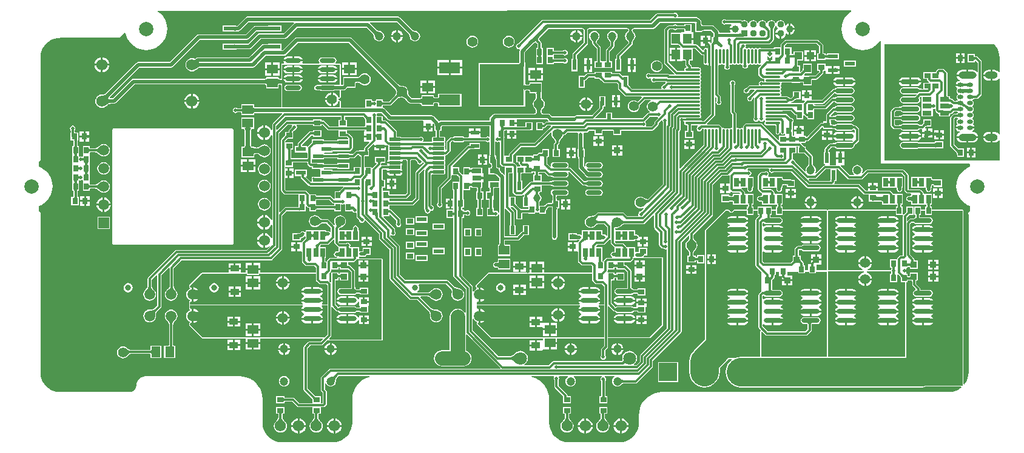
<source format=gtl>
G04*
G04 #@! TF.GenerationSoftware,Altium Limited,Altium Designer,21.6.1 (37)*
G04*
G04 Layer_Physical_Order=1*
G04 Layer_Color=255*
%FSLAX25Y25*%
%MOIN*%
G70*
G04*
G04 #@! TF.SameCoordinates,7BDA6066-75DE-4F1A-8C0A-B5BF4F492E69*
G04*
G04*
G04 #@! TF.FilePolarity,Positive*
G04*
G01*
G75*
%ADD10C,0.02362*%
%ADD16C,0.01968*%
%ADD22C,0.01181*%
%ADD23C,0.02000*%
%ADD26R,0.03543X0.03150*%
%ADD27R,0.02756X0.03543*%
G04:AMPARAMS|DCode=28|XSize=17.72mil|YSize=62.99mil|CornerRadius=1.95mil|HoleSize=0mil|Usage=FLASHONLY|Rotation=90.000|XOffset=0mil|YOffset=0mil|HoleType=Round|Shape=RoundedRectangle|*
%AMROUNDEDRECTD28*
21,1,0.01772,0.05909,0,0,90.0*
21,1,0.01382,0.06299,0,0,90.0*
1,1,0.00390,0.02955,0.00691*
1,1,0.00390,0.02955,-0.00691*
1,1,0.00390,-0.02955,-0.00691*
1,1,0.00390,-0.02955,0.00691*
%
%ADD28ROUNDEDRECTD28*%
%ADD29R,0.03543X0.02756*%
%ADD30R,0.03150X0.03543*%
%ADD31O,0.08268X0.01181*%
%ADD32R,0.02362X0.04528*%
%ADD33R,0.03543X0.03543*%
%ADD34O,0.01181X0.03937*%
%ADD35R,0.05906X0.05118*%
%ADD36R,0.03937X0.04331*%
%ADD37R,0.04331X0.03937*%
%ADD38O,0.01181X0.08268*%
%ADD39R,0.04724X0.05512*%
%ADD40R,0.02756X0.05118*%
%ADD41O,0.10236X0.02756*%
%ADD42R,0.05118X0.02756*%
%ADD43O,0.08661X0.02362*%
%ADD44R,0.05118X0.05906*%
%ADD45R,0.04800X0.03600*%
%ADD46C,0.03937*%
%ADD47R,0.04528X0.02362*%
%ADD48R,0.05709X0.02362*%
%ADD49R,0.02362X0.05709*%
%ADD50R,0.03543X0.03543*%
%ADD51R,0.24410X0.22835*%
%ADD52R,0.11811X0.06299*%
%ADD53O,0.09843X0.02756*%
%ADD54R,0.05906X0.02362*%
%ADD61C,0.00500*%
%ADD103C,0.01575*%
%ADD104C,0.07874*%
%ADD105C,0.15748*%
%ADD106C,0.05000*%
%ADD107C,0.05512*%
%ADD108C,0.06000*%
%ADD109C,0.06200*%
%ADD110C,0.07874*%
%ADD111C,0.03780*%
%ADD112R,0.03780X0.03780*%
%ADD113C,0.04724*%
%ADD114C,0.05906*%
%ADD115C,0.03150*%
%ADD116R,0.10000X0.10000*%
%ADD117C,0.10000*%
%ADD118O,0.03150X0.02441*%
%ADD119O,0.09843X0.03937*%
%ADD120O,0.07087X0.03937*%
%ADD121C,0.07087*%
%ADD122R,0.05906X0.05906*%
%ADD123C,0.01968*%
%ADD124C,0.02953*%
%ADD125C,0.02362*%
G36*
X384311Y241561D02*
X384287Y241585D01*
X384253Y241607D01*
X384210Y241627D01*
X384157Y241644D01*
X384095Y241658D01*
X384023Y241670D01*
X383850Y241685D01*
X383639Y241690D01*
X383841Y242872D01*
X383952Y242872D01*
X384407Y242898D01*
X384447Y242907D01*
X384476Y242916D01*
X384495Y242926D01*
X384311Y241561D01*
X384311Y241561D02*
G37*
G36*
X412927Y239270D02*
X412961Y239253D01*
X413004Y239239D01*
X413057Y239226D01*
X413120Y239215D01*
X413274Y239199D01*
X413467Y239192D01*
X413578Y239191D01*
X413578Y238010D01*
X413467Y238008D01*
X413120Y237985D01*
X413057Y237974D01*
X413004Y237961D01*
X412961Y237947D01*
X412927Y237930D01*
X412903Y237911D01*
X412903Y239289D01*
X412927Y239270D01*
X412927Y239270D02*
G37*
G36*
X421437Y238950D02*
X421685Y238731D01*
X421715Y238710D01*
X421740Y238698D01*
X421758Y238693D01*
X421770Y238696D01*
X421095Y237612D01*
X421090Y237619D01*
X421073Y237637D01*
X420534Y238182D01*
X421369Y239018D01*
X421437Y238950D01*
X421437Y238950D02*
G37*
G36*
X396131Y237736D02*
X396075Y237453D01*
X396075Y237453D01*
X396054Y236961D01*
X396046Y236941D01*
X396071Y236878D01*
X396061Y236812D01*
X396075Y236793D01*
X396075Y232909D01*
X399205Y232909D01*
X399247Y232885D01*
X399284Y232895D01*
X399319Y232880D01*
X399389Y232909D01*
X399831Y232909D01*
X399831Y233308D01*
X399855Y233350D01*
X399864Y233414D01*
X399867Y233418D01*
X399913Y233452D01*
X400012Y233499D01*
X400167Y233549D01*
X400366Y233591D01*
X400945Y233648D01*
X401298Y233656D01*
X401326Y233668D01*
X404792Y233668D01*
X406217Y232242D01*
X406217Y231950D01*
X406205Y231923D01*
X406196Y231564D01*
X406170Y231266D01*
X406128Y231015D01*
X406075Y230816D01*
X406015Y230670D01*
X405958Y230574D01*
X405909Y230522D01*
X405870Y230496D01*
X405827Y230480D01*
X405703Y230467D01*
X405678Y230453D01*
X405181Y230453D01*
X405181Y227304D01*
X405167Y227233D01*
X405029Y227094D01*
X404402Y227054D01*
X404319Y227115D01*
X404319Y227681D01*
X403276Y227681D01*
X403212Y227625D01*
X403166Y227531D01*
X403157Y227416D01*
X403186Y227280D01*
X403252Y227124D01*
X403355Y226946D01*
X403496Y226748D01*
X403674Y226529D01*
X404142Y226028D01*
X403558Y225410D01*
X403846Y225410D01*
X404127Y225098D01*
X403847Y224846D01*
X403226Y224723D01*
X402700Y224371D01*
X402522Y224106D01*
X402304Y224252D01*
X401878Y224336D01*
X401452Y224252D01*
X401092Y224011D01*
X400851Y223650D01*
X400766Y223224D01*
X400766Y223073D01*
X400266Y222866D01*
X397264Y225867D01*
X396903Y226108D01*
X396478Y226193D01*
X396478Y226193D01*
X395217Y226193D01*
X395217Y228784D01*
X391855Y228784D01*
X391855Y229784D01*
X395217Y229784D01*
X395217Y233040D01*
X393925Y233040D01*
X393925Y237453D01*
X390169Y237453D01*
X390169Y236945D01*
X390155Y236919D01*
X390154Y236906D01*
X390152Y236905D01*
X390092Y236880D01*
X389995Y236855D01*
X389862Y236833D01*
X389696Y236818D01*
X389486Y236813D01*
X389442Y236793D01*
X386429Y236793D01*
X386383Y236813D01*
X386280Y236814D01*
X386113Y236821D01*
X385994Y236833D01*
X385967Y236837D01*
X385955Y236840D01*
X385935Y236847D01*
X385927Y236846D01*
X385579Y237079D01*
X385000Y237194D01*
X384421Y237079D01*
X384073Y236846D01*
X384065Y236847D01*
X384045Y236840D01*
X384033Y236837D01*
X384015Y236834D01*
X383712Y236814D01*
X383617Y236813D01*
X383571Y236793D01*
X381700Y236793D01*
X381700Y236793D01*
X381275Y236708D01*
X380914Y236467D01*
X379414Y234967D01*
X379173Y234607D01*
X379088Y234181D01*
X379088Y234181D01*
X379088Y216081D01*
X379088Y216081D01*
X379173Y215656D01*
X379414Y215295D01*
X384636Y210073D01*
X384429Y209573D01*
X381953Y209573D01*
X381858Y209667D01*
X381497Y209908D01*
X381072Y209993D01*
X381072Y209993D01*
X371929Y209993D01*
X371883Y210013D01*
X371780Y210014D01*
X371613Y210021D01*
X371494Y210033D01*
X371467Y210037D01*
X371455Y210040D01*
X371435Y210047D01*
X371427Y210047D01*
X371079Y210279D01*
X370500Y210394D01*
X369921Y210279D01*
X369430Y209951D01*
X369102Y209460D01*
X368987Y208881D01*
X369102Y208302D01*
X369430Y207811D01*
X369921Y207483D01*
X370500Y207368D01*
X371079Y207483D01*
X371201Y207564D01*
X371786Y207421D01*
X371866Y207302D01*
X371875Y207249D01*
X371787Y206806D01*
X371902Y206227D01*
X372230Y205736D01*
X372721Y205408D01*
X373300Y205293D01*
X373879Y205408D01*
X374227Y205641D01*
X374235Y205640D01*
X374255Y205647D01*
X374267Y205650D01*
X374285Y205653D01*
X374588Y205674D01*
X374683Y205675D01*
X374729Y205694D01*
X379753Y205694D01*
X379844Y205564D01*
X379852Y205086D01*
X379224Y204458D01*
X379177Y204439D01*
X379104Y204368D01*
X378981Y204254D01*
X378888Y204178D01*
X378866Y204163D01*
X378856Y204156D01*
X378837Y204147D01*
X378832Y204141D01*
X378421Y204060D01*
X377930Y203731D01*
X377602Y203240D01*
X377487Y202661D01*
X377579Y202199D01*
X377303Y201698D01*
X361556Y201698D01*
X360421Y202834D01*
X360402Y202880D01*
X360105Y203186D01*
X359634Y203720D01*
X359470Y203935D01*
X359347Y204120D01*
X359274Y204254D01*
X359274Y204599D01*
X359288Y204647D01*
X359274Y204674D01*
X359274Y208943D01*
X356008Y208943D01*
X354903Y210048D01*
X354542Y210289D01*
X354117Y210373D01*
X354117Y210373D01*
X351092Y210373D01*
X351048Y210393D01*
X350837Y210399D01*
X350672Y210413D01*
X350539Y210435D01*
X350442Y210461D01*
X350382Y210485D01*
X350380Y210486D01*
X350379Y210500D01*
X350365Y210526D01*
X350365Y211139D01*
X345821Y211139D01*
X345821Y211139D01*
X345364Y211139D01*
X345364Y211139D01*
X345321Y211139D01*
X340821Y211139D01*
X340821Y210526D01*
X340807Y210500D01*
X340806Y210486D01*
X340804Y210485D01*
X340744Y210461D01*
X340647Y210435D01*
X340514Y210413D01*
X340348Y210399D01*
X340138Y210393D01*
X340094Y210373D01*
X337069Y210373D01*
X337069Y210373D01*
X336644Y210289D01*
X336283Y210048D01*
X335178Y208943D01*
X331912Y208943D01*
X331912Y202234D01*
X335274Y202234D01*
X335274Y206348D01*
X335692Y206431D01*
X336052Y206672D01*
X337530Y208150D01*
X340094Y208150D01*
X340138Y208130D01*
X340348Y208124D01*
X340514Y208110D01*
X340647Y208088D01*
X340744Y208062D01*
X340804Y208038D01*
X340806Y208037D01*
X340807Y208023D01*
X340821Y207997D01*
X340821Y207383D01*
X342660Y207383D01*
X342664Y207381D01*
X342680Y207383D01*
X343090Y207383D01*
X343138Y207364D01*
X343286Y207284D01*
X343460Y207169D01*
X344208Y206538D01*
X344499Y206255D01*
X344503Y206253D01*
X344505Y206249D01*
X344550Y206232D01*
X345568Y205214D01*
X345568Y205214D01*
X345929Y204973D01*
X346354Y204888D01*
X352921Y204888D01*
X353588Y204221D01*
X353588Y201981D01*
X353588Y201981D01*
X353673Y201556D01*
X353914Y201195D01*
X357277Y197832D01*
X357638Y197591D01*
X358063Y197506D01*
X358063Y197506D01*
X366546Y197506D01*
X366753Y197006D01*
X364411Y194665D01*
X363942Y195025D01*
X363150Y195353D01*
X362300Y195465D01*
X361450Y195353D01*
X360658Y195025D01*
X359978Y194503D01*
X359456Y193823D01*
X359128Y193031D01*
X359016Y192181D01*
X359128Y191331D01*
X359456Y190539D01*
X359978Y189859D01*
X360658Y189337D01*
X361450Y189009D01*
X362300Y188897D01*
X363150Y189009D01*
X363942Y189337D01*
X364622Y189859D01*
X365144Y190539D01*
X365472Y191331D01*
X365584Y192181D01*
X365521Y192658D01*
X365622Y192759D01*
X365707Y192815D01*
X368429Y195538D01*
X371526Y195538D01*
X371625Y195038D01*
X371158Y194844D01*
X370478Y194322D01*
X369956Y193642D01*
X369628Y192850D01*
X369516Y192000D01*
X369628Y191150D01*
X369956Y190358D01*
X370478Y189678D01*
X371085Y189212D01*
X371055Y188938D01*
X370949Y188712D01*
X370800Y188712D01*
X370374Y188627D01*
X370014Y188386D01*
X370014Y188386D01*
X367139Y185512D01*
X350481Y185512D01*
X350481Y188835D01*
X347119Y188835D01*
X347119Y185512D01*
X341338Y185512D01*
X341146Y185974D01*
X345255Y190083D01*
X345255Y190083D01*
X345497Y190444D01*
X345581Y190869D01*
X345581Y191438D01*
X345601Y191482D01*
X345606Y191690D01*
X345621Y191853D01*
X345642Y191983D01*
X345668Y192079D01*
X345692Y192137D01*
X345692Y192138D01*
X345707Y192139D01*
X345755Y192165D01*
X346741Y192165D01*
X346741Y197693D01*
X343379Y197693D01*
X343379Y194783D01*
X343357Y194676D01*
X343357Y194676D01*
X343357Y192701D01*
X343350Y192683D01*
X343338Y191502D01*
X343339Y191499D01*
X343337Y191496D01*
X343357Y191448D01*
X343357Y191330D01*
X339239Y187212D01*
X330886Y187212D01*
X330460Y187127D01*
X330099Y186886D01*
X330099Y186886D01*
X329835Y186622D01*
X329800Y186629D01*
X317520Y186629D01*
X316468Y187681D01*
X315972Y188013D01*
X315387Y188129D01*
X313208Y188129D01*
X313206Y188131D01*
X313199Y188129D01*
X313152Y188129D01*
X313128Y188140D01*
X312782Y188159D01*
X312513Y188206D01*
X312296Y188279D01*
X312122Y188372D01*
X311985Y188485D01*
X311872Y188622D01*
X311779Y188795D01*
X311706Y189013D01*
X311659Y189281D01*
X311651Y189422D01*
X311673Y189620D01*
X311712Y189825D01*
X311765Y190021D01*
X311833Y190208D01*
X311916Y190388D01*
X312015Y190561D01*
X312129Y190728D01*
X312260Y190890D01*
X312422Y191061D01*
X312436Y191097D01*
X312944Y191760D01*
X313272Y192552D01*
X313384Y193402D01*
X313272Y194252D01*
X312944Y195044D01*
X312436Y195706D01*
X312422Y195742D01*
X312260Y195913D01*
X312129Y196075D01*
X312015Y196242D01*
X311916Y196415D01*
X311833Y196595D01*
X311765Y196782D01*
X311711Y196978D01*
X311673Y197183D01*
X311649Y197398D01*
X311641Y197642D01*
X311629Y197667D01*
X311629Y197675D01*
X311641Y197701D01*
X311662Y198705D01*
X311698Y199152D01*
X311705Y199201D01*
X311853Y199201D01*
X311853Y199641D01*
X311882Y199711D01*
X311853Y199782D01*
X311853Y205319D01*
X304947Y205319D01*
X304947Y204610D01*
X304921Y204562D01*
X304908Y204435D01*
X304891Y204389D01*
X304864Y204349D01*
X304811Y204299D01*
X304714Y204240D01*
X304566Y204179D01*
X304364Y204125D01*
X304111Y204083D01*
X303808Y204056D01*
X303764Y204055D01*
X303720Y204056D01*
X303417Y204083D01*
X303164Y204125D01*
X302963Y204179D01*
X302814Y204240D01*
X302718Y204299D01*
X302664Y204349D01*
X302637Y204389D01*
X302621Y204435D01*
X302607Y204562D01*
X302581Y204610D01*
X302581Y215342D01*
X302610Y215413D01*
X302607Y215421D01*
X302610Y215429D01*
X302541Y217429D01*
X302529Y217455D01*
X302529Y221866D01*
X307581Y226919D01*
X307590Y226931D01*
X307758Y227086D01*
X307922Y227210D01*
X308065Y227295D01*
X308187Y227345D01*
X308285Y227368D01*
X308366Y227370D01*
X308441Y227357D01*
X308504Y227332D01*
X309169Y226732D01*
X309210Y226717D01*
X309381Y226547D01*
X309381Y225005D01*
X309361Y224960D01*
X309356Y224750D01*
X309341Y224584D01*
X309319Y224452D01*
X309294Y224355D01*
X309269Y224295D01*
X309268Y224293D01*
X309255Y224291D01*
X309229Y224277D01*
X308615Y224277D01*
X308615Y219734D01*
X308615Y215234D01*
X312371Y215234D01*
X312371Y219734D01*
X312371Y224277D01*
X311757Y224277D01*
X311731Y224291D01*
X311718Y224293D01*
X311717Y224295D01*
X311692Y224355D01*
X311666Y224452D01*
X311644Y224584D01*
X311630Y224750D01*
X311625Y224960D01*
X311605Y225005D01*
X311605Y227007D01*
X311520Y227433D01*
X311279Y227793D01*
X311279Y227793D01*
X310774Y228299D01*
X310756Y228345D01*
X310255Y228864D01*
X310253Y228866D01*
X310208Y228949D01*
X310185Y229028D01*
X310180Y229117D01*
X310198Y229231D01*
X310248Y229377D01*
X310338Y229554D01*
X310474Y229758D01*
X310658Y229985D01*
X310900Y230243D01*
X310910Y230270D01*
X310934Y230284D01*
X310938Y230298D01*
X315341Y234701D01*
X333303Y234701D01*
X333317Y234693D01*
X333344Y234701D01*
X333369Y234689D01*
X333724Y234678D01*
X334014Y234647D01*
X334254Y234599D01*
X334443Y234538D01*
X334582Y234470D01*
X334675Y234401D01*
X334734Y234335D01*
X334772Y234268D01*
X334815Y233431D01*
X334834Y233390D01*
X334834Y227359D01*
X329066Y221592D01*
X328825Y221231D01*
X328741Y220806D01*
X328741Y220806D01*
X328741Y218922D01*
X328721Y218878D01*
X328716Y218670D01*
X328702Y218505D01*
X328680Y218374D01*
X328655Y218278D01*
X328632Y218221D01*
X328626Y218221D01*
X328578Y218195D01*
X328172Y218195D01*
X328172Y217753D01*
X328142Y217683D01*
X328154Y217654D01*
X328146Y217625D01*
X328172Y217577D01*
X328172Y211486D01*
X331534Y211486D01*
X331534Y217577D01*
X331560Y217625D01*
X331551Y217654D01*
X331563Y217683D01*
X331534Y217753D01*
X331534Y218195D01*
X331128Y218195D01*
X331080Y218221D01*
X331073Y218221D01*
X331051Y218278D01*
X331025Y218374D01*
X331004Y218506D01*
X330990Y218670D01*
X330984Y218878D01*
X330965Y218922D01*
X330965Y220345D01*
X336732Y226112D01*
X336973Y226473D01*
X337058Y226898D01*
X337058Y226899D01*
X337058Y233403D01*
X337077Y233449D01*
X337090Y234170D01*
X337090Y234172D01*
X337117Y234264D01*
X337157Y234335D01*
X337216Y234401D01*
X337310Y234470D01*
X337448Y234538D01*
X337637Y234599D01*
X337878Y234647D01*
X338168Y234678D01*
X338522Y234689D01*
X338547Y234701D01*
X338575Y234693D01*
X338588Y234701D01*
X357904Y234701D01*
X357917Y234693D01*
X357944Y234701D01*
X357969Y234689D01*
X358324Y234678D01*
X358613Y234647D01*
X358854Y234599D01*
X359043Y234538D01*
X359182Y234470D01*
X359275Y234401D01*
X359334Y234335D01*
X359372Y234268D01*
X359374Y234216D01*
X359342Y234101D01*
X359284Y233956D01*
X359207Y233807D01*
X359110Y233654D01*
X358991Y233497D01*
X358849Y233336D01*
X358685Y233172D01*
X358485Y232997D01*
X358479Y232983D01*
X358465Y232978D01*
X358436Y232911D01*
X358315Y232819D01*
X357857Y232221D01*
X357568Y231524D01*
X357470Y230777D01*
X357568Y230030D01*
X357857Y229334D01*
X358315Y228736D01*
X358436Y228643D01*
X358465Y228577D01*
X358479Y228571D01*
X358485Y228557D01*
X358685Y228382D01*
X358849Y228218D01*
X358991Y228057D01*
X359110Y227900D01*
X359207Y227747D01*
X359284Y227598D01*
X359342Y227453D01*
X359382Y227312D01*
X359405Y227172D01*
X359407Y227139D01*
X353066Y220799D01*
X352825Y220438D01*
X352741Y220013D01*
X352741Y220012D01*
X352741Y218922D01*
X352721Y218878D01*
X352716Y218670D01*
X352702Y218505D01*
X352680Y218374D01*
X352655Y218278D01*
X352632Y218221D01*
X352626Y218221D01*
X352578Y218195D01*
X352172Y218195D01*
X352172Y217753D01*
X352143Y217683D01*
X352154Y217654D01*
X352146Y217625D01*
X352172Y217577D01*
X352172Y211486D01*
X355534Y211486D01*
X355534Y217577D01*
X355560Y217625D01*
X355551Y217654D01*
X355563Y217683D01*
X355534Y217753D01*
X355534Y218195D01*
X355128Y218195D01*
X355080Y218221D01*
X355073Y218221D01*
X355051Y218278D01*
X355025Y218374D01*
X355004Y218506D01*
X354990Y218670D01*
X354984Y218878D01*
X354965Y218922D01*
X354965Y219552D01*
X361332Y225919D01*
X361332Y225919D01*
X361573Y226280D01*
X361658Y226706D01*
X361658Y226706D01*
X361658Y227062D01*
X361677Y227101D01*
X361685Y227265D01*
X361707Y227408D01*
X361746Y227560D01*
X361802Y227722D01*
X361876Y227892D01*
X361970Y228073D01*
X362084Y228261D01*
X362214Y228453D01*
X362563Y228891D01*
X362591Y228987D01*
X362857Y229334D01*
X363145Y230030D01*
X363244Y230777D01*
X363145Y231524D01*
X362857Y232221D01*
X362591Y232567D01*
X362563Y232664D01*
X362214Y233102D01*
X362084Y233293D01*
X361970Y233482D01*
X361876Y233662D01*
X361802Y233833D01*
X361746Y233994D01*
X361707Y234146D01*
X361699Y234201D01*
X361717Y234264D01*
X361757Y234335D01*
X361817Y234401D01*
X361910Y234470D01*
X362048Y234538D01*
X362238Y234599D01*
X362478Y234647D01*
X362768Y234678D01*
X363122Y234689D01*
X363147Y234701D01*
X363175Y234693D01*
X363188Y234701D01*
X372633Y234701D01*
X372633Y234701D01*
X373212Y234816D01*
X373703Y235144D01*
X376727Y238168D01*
X395762Y238168D01*
X396131Y237736D01*
X396131Y237736D02*
G37*
G36*
X398900Y238226D02*
X398934Y237719D01*
X398963Y237512D01*
X399001Y237338D01*
X399048Y237195D01*
X399103Y237084D01*
X399166Y237004D01*
X399238Y236957D01*
X399319Y236941D01*
X396587Y236941D01*
X396651Y236957D01*
X396709Y237004D01*
X396760Y237084D01*
X396804Y237195D01*
X396842Y237338D01*
X396872Y237512D01*
X396896Y237719D01*
X396923Y238226D01*
X396927Y238528D01*
X398895Y238528D01*
X398900Y238226D01*
X398900Y238226D02*
G37*
G36*
X385727Y236351D02*
X385761Y236335D01*
X385804Y236320D01*
X385857Y236307D01*
X385920Y236296D01*
X386074Y236280D01*
X386267Y236273D01*
X386378Y236272D01*
X386378Y235090D01*
X386267Y235090D01*
X385920Y235066D01*
X385857Y235055D01*
X385804Y235042D01*
X385761Y235028D01*
X385727Y235011D01*
X385703Y234992D01*
X385703Y236370D01*
X385727Y236351D01*
X385727Y236351D02*
G37*
G36*
X384297Y234992D02*
X384273Y235011D01*
X384239Y235028D01*
X384196Y235042D01*
X384143Y235055D01*
X384080Y235066D01*
X383926Y235082D01*
X383733Y235090D01*
X383622Y235090D01*
X383622Y236272D01*
X383733Y236273D01*
X384080Y236296D01*
X384143Y236307D01*
X384196Y236320D01*
X384239Y236335D01*
X384273Y236351D01*
X384297Y236370D01*
X384297Y234992D01*
X384297Y234992D02*
G37*
G36*
X434836Y236994D02*
X434853Y236802D01*
X434882Y236617D01*
X434923Y236442D01*
X434977Y236274D01*
X435043Y236115D01*
X435121Y235964D01*
X435212Y235821D01*
X435316Y235687D01*
X435431Y235561D01*
X434596Y234725D01*
X434470Y234841D01*
X434336Y234944D01*
X434193Y235035D01*
X434042Y235114D01*
X433883Y235180D01*
X433715Y235234D01*
X433539Y235275D01*
X433355Y235304D01*
X433162Y235320D01*
X432961Y235325D01*
X434832Y237195D01*
X434836Y236994D01*
X434836Y236994D02*
G37*
G36*
X389486Y234549D02*
X389696Y234544D01*
X389862Y234530D01*
X389995Y234508D01*
X390092Y234482D01*
X390152Y234457D01*
X390154Y234456D01*
X390155Y234443D01*
X390169Y234417D01*
X390169Y233040D01*
X388493Y233040D01*
X388493Y233009D01*
X388418Y232540D01*
X382694Y232540D01*
X382694Y226028D01*
X386115Y226028D01*
X386151Y226006D01*
X386195Y226016D01*
X386236Y225999D01*
X386306Y226028D01*
X386667Y226028D01*
X386748Y225982D01*
X386899Y225877D01*
X387301Y225537D01*
X387530Y225316D01*
X387576Y225298D01*
X388033Y224841D01*
X387842Y224379D01*
X386056Y224379D01*
X386056Y220623D01*
X386056Y216867D01*
X388918Y216867D01*
X388918Y216898D01*
X388993Y217367D01*
X390591Y217367D01*
X390617Y217353D01*
X390630Y217351D01*
X390632Y217350D01*
X390656Y217289D01*
X390682Y217192D01*
X390704Y217060D01*
X390718Y216894D01*
X390724Y216684D01*
X390743Y216640D01*
X390743Y215137D01*
X390743Y215137D01*
X390828Y214711D01*
X391069Y214351D01*
X391410Y214009D01*
X391203Y213509D01*
X391051Y213509D01*
X390626Y213425D01*
X390265Y213184D01*
X390024Y212823D01*
X389939Y212398D01*
X390010Y212041D01*
X389943Y211860D01*
X389711Y211541D01*
X386313Y211541D01*
X381312Y216542D01*
X381312Y233720D01*
X382161Y234569D01*
X383571Y234569D01*
X383617Y234549D01*
X383719Y234548D01*
X383887Y234542D01*
X384007Y234529D01*
X384033Y234525D01*
X384045Y234522D01*
X384065Y234515D01*
X384073Y234516D01*
X384421Y234283D01*
X385000Y234168D01*
X385579Y234283D01*
X385927Y234516D01*
X385935Y234515D01*
X385955Y234522D01*
X385967Y234525D01*
X385984Y234528D01*
X386288Y234548D01*
X386383Y234549D01*
X386429Y234569D01*
X389442Y234569D01*
X389486Y234549D01*
X389486Y234549D02*
G37*
G36*
X390693Y234500D02*
X390681Y234612D01*
X390646Y234713D01*
X390586Y234801D01*
X390502Y234878D01*
X390395Y234943D01*
X390264Y234996D01*
X390109Y235037D01*
X389930Y235067D01*
X389727Y235085D01*
X389500Y235090D01*
X389500Y236272D01*
X389727Y236278D01*
X389930Y236295D01*
X390109Y236325D01*
X390264Y236366D01*
X390395Y236419D01*
X390502Y236484D01*
X390586Y236561D01*
X390646Y236650D01*
X390681Y236750D01*
X390693Y236862D01*
X390693Y234500D01*
X390693Y234500D02*
G37*
G36*
X439314Y235891D02*
X439107Y235557D01*
X439023Y235390D01*
X438952Y235224D01*
X438894Y235057D01*
X438849Y234890D01*
X438816Y234724D01*
X438797Y234558D01*
X438791Y234391D01*
X437609Y234220D01*
X437602Y234395D01*
X437578Y234563D01*
X437538Y234726D01*
X437483Y234882D01*
X437411Y235033D01*
X437324Y235178D01*
X437221Y235317D01*
X437102Y235449D01*
X436967Y235576D01*
X436816Y235697D01*
X439437Y236057D01*
X439314Y235891D01*
X439314Y235891D02*
G37*
G36*
X162203Y233758D02*
X162184Y233793D01*
X162125Y233824D01*
X162026Y233852D01*
X161888Y233876D01*
X161711Y233896D01*
X160943Y233935D01*
X160235Y233943D01*
X160235Y235911D01*
X160609Y235913D01*
X162026Y236002D01*
X162125Y236029D01*
X162184Y236061D01*
X162203Y236096D01*
X162203Y233758D01*
X162203Y233758D02*
G37*
G36*
X338505Y235230D02*
X338131Y235218D01*
X337796Y235183D01*
X337501Y235124D01*
X337245Y235041D01*
X337028Y234935D01*
X336851Y234805D01*
X336713Y234651D01*
X336615Y234474D01*
X336556Y234273D01*
X336549Y234198D01*
X336536Y233458D01*
X335355Y233458D01*
X335309Y234365D01*
X335276Y234474D01*
X335178Y234651D01*
X335040Y234805D01*
X334863Y234935D01*
X334647Y235041D01*
X334391Y235124D01*
X334095Y235183D01*
X333761Y235218D01*
X333387Y235230D01*
X335946Y237198D01*
X338505Y235230D01*
X338505Y235230D02*
G37*
G36*
X399338Y236793D02*
X399397Y236662D01*
X399496Y236545D01*
X399634Y236444D01*
X399811Y236359D01*
X400027Y236289D01*
X400283Y236235D01*
X400578Y236196D01*
X400913Y236173D01*
X401287Y236165D01*
X401287Y234197D01*
X400913Y234189D01*
X400283Y234127D01*
X400027Y234073D01*
X399811Y234003D01*
X399634Y233918D01*
X399496Y233817D01*
X399397Y233701D01*
X399338Y233569D01*
X399319Y233421D01*
X399319Y236941D01*
X399338Y236793D01*
X399338Y236793D02*
G37*
G36*
X481846Y244401D02*
X481298Y244066D01*
X479919Y242888D01*
X478741Y241509D01*
X477794Y239962D01*
X477099Y238286D01*
X476676Y236522D01*
X476534Y234714D01*
X476676Y232906D01*
X477099Y231142D01*
X477794Y229466D01*
X478741Y227920D01*
X479919Y226540D01*
X481298Y225362D01*
X482845Y224415D01*
X484521Y223721D01*
X486285Y223297D01*
X488093Y223155D01*
X489901Y223297D01*
X491665Y223721D01*
X493341Y224415D01*
X494887Y225362D01*
X496267Y226540D01*
X497444Y227920D01*
X497612Y228193D01*
X498093Y228057D01*
X498093Y160714D01*
X546835Y160714D01*
X547188Y160360D01*
X547186Y158958D01*
X545837Y158399D01*
X544291Y157452D01*
X542911Y156274D01*
X541733Y154894D01*
X540786Y153348D01*
X540092Y151672D01*
X539668Y149908D01*
X539526Y148100D01*
X539668Y146292D01*
X540092Y144528D01*
X540786Y142852D01*
X541733Y141306D01*
X542911Y139926D01*
X544291Y138748D01*
X545837Y137801D01*
X547154Y137255D01*
X547150Y134714D01*
X546362Y133926D01*
X546121Y133565D01*
X546036Y133139D01*
X546121Y132714D01*
X546237Y132540D01*
X546237Y45738D01*
X546238Y45734D01*
X546104Y44032D01*
X545704Y42369D01*
X545050Y40789D01*
X544156Y39330D01*
X544010Y39160D01*
X543541Y39333D01*
X543541Y134681D01*
X543383Y135064D01*
X543000Y135222D01*
X526131Y135222D01*
X526131Y136972D01*
X525517Y136972D01*
X525491Y136986D01*
X525478Y136987D01*
X525476Y136989D01*
X525452Y137049D01*
X525426Y137146D01*
X525404Y137279D01*
X525391Y137435D01*
X525404Y137590D01*
X525426Y137723D01*
X525452Y137820D01*
X525476Y137880D01*
X525478Y137882D01*
X525491Y137883D01*
X525517Y137898D01*
X526118Y137898D01*
X526118Y144016D01*
X521658Y144016D01*
X521653Y144089D01*
X521653Y144206D01*
X521614Y144298D01*
X521548Y144627D01*
X521307Y144988D01*
X520209Y146086D01*
X519848Y146327D01*
X519422Y146412D01*
X519422Y146412D01*
X513304Y146412D01*
X513263Y146452D01*
X513263Y154149D01*
X513178Y154574D01*
X512937Y154935D01*
X510705Y157167D01*
X510344Y157408D01*
X509919Y157493D01*
X509919Y157493D01*
X490723Y157493D01*
X490723Y157493D01*
X490297Y157408D01*
X489936Y157167D01*
X489936Y157167D01*
X488109Y155340D01*
X487685Y155623D01*
X487929Y156211D01*
X488027Y156958D01*
X487929Y157705D01*
X487640Y158402D01*
X487182Y159000D01*
X486584Y159458D01*
X485887Y159747D01*
X485140Y159845D01*
X484393Y159747D01*
X483697Y159458D01*
X483099Y159000D01*
X482640Y158402D01*
X482352Y157705D01*
X482253Y156958D01*
X482352Y156211D01*
X482640Y155515D01*
X483099Y154917D01*
X483366Y154712D01*
X483196Y154212D01*
X481061Y154212D01*
X476001Y159272D01*
X476208Y159772D01*
X477921Y159772D01*
X477921Y163126D01*
X473559Y163126D01*
X473559Y159812D01*
X470038Y159812D01*
X469941Y160272D01*
X469941Y160272D01*
X469941Y166363D01*
X469967Y166411D01*
X469958Y166440D01*
X469970Y166468D01*
X469941Y166539D01*
X469941Y166980D01*
X469535Y166980D01*
X469487Y167006D01*
X469481Y167007D01*
X469458Y167064D01*
X469432Y167160D01*
X469411Y167291D01*
X469397Y167455D01*
X469391Y167663D01*
X469372Y167708D01*
X469372Y167989D01*
X470985Y169602D01*
X471772Y169602D01*
X471818Y169582D01*
X472133Y169577D01*
X472400Y169561D01*
X472625Y169536D01*
X472792Y169505D01*
X472889Y169360D01*
X473153Y169184D01*
X473163Y169160D01*
X473203Y169143D01*
X473226Y169106D01*
X473295Y169089D01*
X473510Y168945D01*
X474242Y168799D01*
X481723Y168799D01*
X482456Y168945D01*
X483077Y169360D01*
X483492Y169981D01*
X483530Y170173D01*
X483586Y170259D01*
X483604Y170357D01*
X483627Y170436D01*
X483661Y170525D01*
X483708Y170622D01*
X483769Y170728D01*
X483845Y170843D01*
X483931Y170959D01*
X484162Y171229D01*
X484299Y171371D01*
X484317Y171417D01*
X485686Y172786D01*
X485686Y172786D01*
X485927Y173147D01*
X486012Y173572D01*
X486012Y179407D01*
X485927Y179833D01*
X485686Y180193D01*
X485686Y180193D01*
X484490Y181389D01*
X484129Y181631D01*
X483800Y181696D01*
X483708Y181735D01*
X483297Y181738D01*
X483077Y182068D01*
X482456Y182483D01*
X481723Y182629D01*
X474242Y182629D01*
X473510Y182483D01*
X473138Y182235D01*
X473101Y182226D01*
X473083Y182198D01*
X473045Y182173D01*
X473029Y182166D01*
X473027Y182161D01*
X472889Y182068D01*
X472794Y181927D01*
X472733Y181912D01*
X472572Y181886D01*
X472188Y181857D01*
X471911Y182042D01*
X471591Y182106D01*
X471500Y182146D01*
X471290Y182152D01*
X471125Y182166D01*
X470993Y182188D01*
X470896Y182214D01*
X470836Y182238D01*
X470833Y182240D01*
X470831Y182255D01*
X470817Y182280D01*
X470817Y183836D01*
X470583Y183836D01*
X470544Y183872D01*
X470401Y184204D01*
X470724Y184602D01*
X471772Y184602D01*
X471818Y184582D01*
X472133Y184577D01*
X472400Y184561D01*
X472625Y184536D01*
X472792Y184505D01*
X472889Y184360D01*
X473153Y184184D01*
X473163Y184160D01*
X473203Y184143D01*
X473226Y184106D01*
X473295Y184089D01*
X473510Y183945D01*
X474242Y183799D01*
X481723Y183799D01*
X482456Y183945D01*
X483077Y184360D01*
X483492Y184981D01*
X483638Y185714D01*
X483492Y186447D01*
X483077Y187068D01*
X482456Y187483D01*
X481723Y187629D01*
X474242Y187629D01*
X473510Y187483D01*
X473295Y187339D01*
X473226Y187323D01*
X473203Y187285D01*
X473163Y187268D01*
X473153Y187244D01*
X472889Y187068D01*
X472792Y186923D01*
X472632Y186894D01*
X472126Y186851D01*
X471818Y186846D01*
X471772Y186826D01*
X470806Y186826D01*
X470599Y187326D01*
X472621Y189348D01*
X472695Y189347D01*
X472919Y189332D01*
X472934Y189330D01*
X473510Y188945D01*
X474242Y188799D01*
X481723Y188799D01*
X482456Y188945D01*
X483077Y189360D01*
X483492Y189981D01*
X483638Y190714D01*
X483492Y191447D01*
X483077Y192068D01*
X482456Y192483D01*
X481723Y192629D01*
X474242Y192629D01*
X473510Y192483D01*
X472889Y192068D01*
X472601Y191638D01*
X472323Y191621D01*
X472184Y191620D01*
X472092Y191581D01*
X471763Y191516D01*
X471402Y191274D01*
X468259Y188132D01*
X468018Y187771D01*
X467934Y187346D01*
X467934Y187346D01*
X467934Y186006D01*
X467934Y186005D01*
X467934Y186005D01*
X467934Y184564D01*
X467914Y184520D01*
X467909Y184312D01*
X467894Y184149D01*
X467872Y184018D01*
X467847Y183923D01*
X467823Y183865D01*
X467823Y183864D01*
X467808Y183862D01*
X467760Y183836D01*
X466274Y183836D01*
X466274Y183162D01*
X466260Y183136D01*
X466258Y183122D01*
X466257Y183121D01*
X466196Y183097D01*
X466099Y183071D01*
X465967Y183049D01*
X465801Y183034D01*
X465591Y183029D01*
X465547Y183009D01*
X465497Y183009D01*
X465072Y182925D01*
X464711Y182684D01*
X457372Y175345D01*
X457371Y175345D01*
X456872Y175551D01*
X456872Y175912D01*
X456124Y175912D01*
X455631Y175928D01*
X455631Y178200D01*
X453056Y178200D01*
X450481Y178200D01*
X450481Y175931D01*
X449786Y175931D01*
X449738Y175957D01*
X449723Y175959D01*
X449723Y175959D01*
X449699Y176017D01*
X449673Y176113D01*
X449651Y176243D01*
X449637Y176406D01*
X449635Y176480D01*
X449636Y176637D01*
X449642Y176865D01*
X449643Y176886D01*
X449636Y176908D01*
X449648Y176937D01*
X449619Y177008D01*
X449619Y180391D01*
X449648Y180463D01*
X449647Y180465D01*
X449648Y180467D01*
X449632Y181648D01*
X449612Y181694D01*
X449612Y182743D01*
X449630Y182777D01*
X449624Y182796D01*
X449632Y182813D01*
X449636Y183009D01*
X449647Y183149D01*
X449653Y183189D01*
X449656Y183205D01*
X449968Y183672D01*
X450083Y184251D01*
X449968Y184830D01*
X449640Y185321D01*
X449149Y185649D01*
X448570Y185765D01*
X448495Y185750D01*
X448487Y185755D01*
X448462Y185772D01*
X448286Y185924D01*
X448219Y185990D01*
X448172Y186008D01*
X446574Y187607D01*
X446213Y187848D01*
X445788Y187932D01*
X445788Y187932D01*
X444137Y187932D01*
X443896Y188276D01*
X438689Y188276D01*
X438689Y189276D01*
X443901Y189276D01*
X444141Y189614D01*
X448614Y189614D01*
X450630Y187597D01*
X450991Y187356D01*
X451318Y187291D01*
X451410Y187252D01*
X451542Y187250D01*
X451662Y187244D01*
X451662Y184942D01*
X455418Y184942D01*
X455418Y187009D01*
X455918Y187216D01*
X456707Y186428D01*
X456707Y186428D01*
X457067Y186187D01*
X457493Y186102D01*
X457568Y186102D01*
X457568Y184942D01*
X461324Y184942D01*
X461324Y190450D01*
X461338Y190476D01*
X461339Y190489D01*
X461341Y190491D01*
X461401Y190515D01*
X461498Y190541D01*
X461631Y190563D01*
X461797Y190577D01*
X462007Y190583D01*
X462051Y190602D01*
X467533Y190602D01*
X467533Y190602D01*
X467959Y190687D01*
X468319Y190928D01*
X471971Y194580D01*
X472133Y194577D01*
X472400Y194561D01*
X472625Y194536D01*
X472792Y194505D01*
X472889Y194360D01*
X473153Y194184D01*
X473163Y194160D01*
X473203Y194143D01*
X473226Y194106D01*
X473295Y194089D01*
X473510Y193945D01*
X474242Y193799D01*
X481723Y193799D01*
X482456Y193945D01*
X483077Y194360D01*
X483492Y194981D01*
X483638Y195714D01*
X483492Y196447D01*
X483077Y197068D01*
X482456Y197483D01*
X481723Y197629D01*
X474242Y197629D01*
X473510Y197483D01*
X473295Y197339D01*
X473226Y197323D01*
X473203Y197285D01*
X473163Y197268D01*
X473153Y197245D01*
X472889Y197068D01*
X472792Y196923D01*
X472632Y196894D01*
X472126Y196851D01*
X471818Y196846D01*
X471772Y196826D01*
X471533Y196826D01*
X471533Y196826D01*
X471108Y196741D01*
X470747Y196500D01*
X467072Y192826D01*
X462051Y192826D01*
X462007Y192846D01*
X461797Y192851D01*
X461631Y192866D01*
X461498Y192888D01*
X461401Y192913D01*
X461341Y192938D01*
X461339Y192939D01*
X461338Y192953D01*
X461324Y192979D01*
X461324Y193465D01*
X466176Y193465D01*
X466176Y193464D01*
X466602Y193549D01*
X466963Y193790D01*
X472386Y199213D01*
X472889Y199360D01*
X473510Y198945D01*
X474242Y198799D01*
X481723Y198799D01*
X482456Y198945D01*
X483077Y199360D01*
X483492Y199981D01*
X483638Y200714D01*
X483492Y201447D01*
X483077Y202068D01*
X482456Y202483D01*
X481723Y202629D01*
X474242Y202629D01*
X473510Y202483D01*
X472889Y202068D01*
X472700Y201785D01*
X472363Y201764D01*
X472231Y201764D01*
X472139Y201726D01*
X471807Y201660D01*
X471446Y201419D01*
X471446Y201419D01*
X465716Y195688D01*
X459925Y195688D01*
X459925Y197714D01*
X457350Y197714D01*
X454776Y197714D01*
X454776Y195442D01*
X456203Y195442D01*
X456410Y194942D01*
X455782Y194315D01*
X455418Y193986D01*
X452245Y193986D01*
X452174Y194015D01*
X452104Y193986D01*
X451662Y193986D01*
X451662Y193893D01*
X451196Y193859D01*
X450989Y193858D01*
X450942Y193838D01*
X448905Y193838D01*
X448664Y194338D01*
X448766Y194466D01*
X448788Y194467D01*
X448883Y194468D01*
X448929Y194488D01*
X449224Y194488D01*
X449224Y194488D01*
X449650Y194573D01*
X450011Y194814D01*
X450404Y195207D01*
X450448Y195223D01*
X450917Y195660D01*
X451101Y195808D01*
X451262Y195921D01*
X451300Y195942D01*
X451640Y195942D01*
X451686Y195917D01*
X451731Y195930D01*
X451774Y195914D01*
X451835Y195942D01*
X453913Y195942D01*
X453913Y200486D01*
X449764Y200486D01*
X449764Y198491D01*
X449761Y198488D01*
X449764Y198449D01*
X449764Y198431D01*
X449738Y198385D01*
X449764Y198295D01*
X449764Y198002D01*
X449758Y197987D01*
X449681Y197843D01*
X449567Y197670D01*
X448926Y196910D01*
X448754Y196734D01*
X448613Y196739D01*
X448493Y196752D01*
X448467Y196756D01*
X448455Y196759D01*
X448435Y196766D01*
X448427Y196765D01*
X448079Y196998D01*
X447616Y197090D01*
X447374Y197305D01*
X447305Y197373D01*
X447300Y197375D01*
X447298Y197379D01*
X447253Y197397D01*
X447201Y197449D01*
X446840Y197690D01*
X446414Y197775D01*
X446414Y197775D01*
X443582Y197775D01*
X443426Y197977D01*
X443276Y198275D01*
X443344Y198618D01*
X443260Y199044D01*
X443113Y199262D01*
X443053Y199602D01*
X443113Y199942D01*
X443260Y200161D01*
X443344Y200587D01*
X443260Y201012D01*
X443113Y201231D01*
X443053Y201571D01*
X443113Y201911D01*
X443260Y202130D01*
X443344Y202555D01*
X443260Y202981D01*
X443018Y203341D01*
X443018Y203737D01*
X443260Y204098D01*
X443344Y204524D01*
X443273Y204880D01*
X443341Y205061D01*
X443573Y205380D01*
X448404Y205380D01*
X448449Y205361D01*
X448662Y205357D01*
X448836Y205346D01*
X448979Y205329D01*
X449088Y205308D01*
X449128Y205296D01*
X449128Y204969D01*
X449568Y204969D01*
X449637Y204940D01*
X449678Y204957D01*
X449719Y204946D01*
X449759Y204969D01*
X453041Y204969D01*
X453081Y204946D01*
X453123Y204957D01*
X453163Y204940D01*
X453232Y204969D01*
X453672Y204969D01*
X453672Y205296D01*
X453712Y205308D01*
X453814Y205327D01*
X454145Y205357D01*
X454351Y205361D01*
X454396Y205380D01*
X454504Y205380D01*
X454548Y205361D01*
X454759Y205355D01*
X454924Y205341D01*
X455057Y205319D01*
X455154Y205293D01*
X455214Y205269D01*
X455216Y205267D01*
X455217Y205254D01*
X455232Y205228D01*
X455232Y203788D01*
X460169Y203788D01*
X460169Y206579D01*
X460195Y206628D01*
X460196Y206642D01*
X460197Y206643D01*
X460255Y206666D01*
X460350Y206692D01*
X460481Y206714D01*
X460644Y206728D01*
X460852Y206734D01*
X460896Y206753D01*
X462465Y206753D01*
X462465Y206753D01*
X462891Y206838D01*
X463252Y207079D01*
X466186Y210014D01*
X466186Y210014D01*
X466427Y210374D01*
X466512Y210800D01*
X466512Y211042D01*
X466532Y211086D01*
X466537Y211296D01*
X466551Y211462D01*
X466573Y211595D01*
X466599Y211692D01*
X466624Y211752D01*
X466625Y211754D01*
X466638Y211755D01*
X466664Y211769D01*
X467572Y211769D01*
X467820Y211372D01*
X467820Y209879D01*
X471174Y209879D01*
X471174Y212060D01*
X471174Y214241D01*
X468072Y214241D01*
X467820Y214241D01*
X467572Y214638D01*
X467572Y215525D01*
X463028Y215525D01*
X463028Y211769D01*
X464136Y211769D01*
X464162Y211755D01*
X464175Y211754D01*
X464176Y211752D01*
X464201Y211692D01*
X464227Y211595D01*
X464249Y211462D01*
X464263Y211296D01*
X464264Y211237D01*
X462005Y208977D01*
X460888Y208977D01*
X460841Y208997D01*
X460623Y208999D01*
X460267Y209010D01*
X460169Y209018D01*
X460169Y209119D01*
X459727Y209119D01*
X459656Y209148D01*
X459586Y209119D01*
X456346Y209119D01*
X456191Y209220D01*
X455933Y209615D01*
X455960Y209762D01*
X456427Y210198D01*
X456612Y210347D01*
X456772Y210460D01*
X456810Y210481D01*
X457183Y210481D01*
X457211Y210466D01*
X457256Y210480D01*
X457301Y210465D01*
X457332Y210481D01*
X460169Y210481D01*
X460169Y215812D01*
X455232Y215812D01*
X455232Y213185D01*
X455210Y213078D01*
X455210Y212355D01*
X455173Y212290D01*
X455068Y212139D01*
X454735Y211745D01*
X454519Y211522D01*
X454501Y211476D01*
X454172Y211146D01*
X453672Y211354D01*
X453672Y214631D01*
X452512Y214631D01*
X452486Y214645D01*
X452473Y214646D01*
X452472Y214648D01*
X452447Y214708D01*
X452421Y214805D01*
X452399Y214938D01*
X452385Y215104D01*
X452380Y215314D01*
X452360Y215358D01*
X452360Y216704D01*
X452380Y216748D01*
X452385Y216958D01*
X452399Y217123D01*
X452421Y217255D01*
X452447Y217352D01*
X452472Y217412D01*
X452474Y217416D01*
X452490Y217418D01*
X452515Y217431D01*
X455319Y217431D01*
X455319Y222369D01*
X449988Y222369D01*
X449988Y221064D01*
X449974Y221038D01*
X449973Y221025D01*
X449971Y221024D01*
X449911Y220999D01*
X449814Y220973D01*
X449681Y220952D01*
X449515Y220937D01*
X449431Y220935D01*
X448931Y221246D01*
X448931Y224672D01*
X445302Y224672D01*
X445302Y225530D01*
X446361Y226588D01*
X462653Y226588D01*
X464188Y225053D01*
X464188Y222158D01*
X464168Y222114D01*
X464163Y221906D01*
X464149Y221743D01*
X464127Y221613D01*
X464101Y221517D01*
X464077Y221459D01*
X464077Y221459D01*
X464062Y221457D01*
X464014Y221431D01*
X463028Y221431D01*
X463028Y217675D01*
X467572Y217675D01*
X467572Y218077D01*
X467912Y218304D01*
X468320Y218040D01*
X468320Y217859D01*
X468761Y217859D01*
X468832Y217830D01*
X468859Y217841D01*
X468888Y217833D01*
X468937Y217859D01*
X475028Y217859D01*
X475028Y221221D01*
X468938Y221221D01*
X468891Y221247D01*
X468861Y221238D01*
X468832Y221251D01*
X468761Y221221D01*
X468320Y221221D01*
X468320Y221068D01*
X467912Y220803D01*
X467572Y221028D01*
X467572Y221431D01*
X466586Y221431D01*
X466538Y221457D01*
X466523Y221459D01*
X466523Y221459D01*
X466499Y221517D01*
X466473Y221613D01*
X466451Y221743D01*
X466437Y221906D01*
X466432Y222114D01*
X466412Y222158D01*
X466412Y225513D01*
X466412Y225513D01*
X466327Y225939D01*
X466086Y226300D01*
X466086Y226300D01*
X463900Y228486D01*
X463539Y228727D01*
X463113Y228812D01*
X463113Y228812D01*
X445900Y228812D01*
X445474Y228727D01*
X445114Y228486D01*
X443404Y226777D01*
X443163Y226416D01*
X443079Y225991D01*
X443079Y225991D01*
X443079Y224672D01*
X439888Y224672D01*
X439840Y224698D01*
X439810Y224689D01*
X439781Y224701D01*
X439711Y224672D01*
X439269Y224672D01*
X439269Y224266D01*
X439244Y224219D01*
X439188Y224197D01*
X439091Y224172D01*
X438959Y224151D01*
X438795Y224137D01*
X438587Y224132D01*
X438542Y224112D01*
X433092Y224112D01*
X433047Y224132D01*
X432638Y224139D01*
X432317Y224158D01*
X432073Y224189D01*
X431996Y224205D01*
X431942Y224220D01*
X431921Y224228D01*
X431891Y224244D01*
X431833Y224251D01*
X431831Y224252D01*
X431405Y224336D01*
X430980Y224252D01*
X430761Y224106D01*
X430421Y224046D01*
X430081Y224106D01*
X429862Y224252D01*
X429437Y224336D01*
X429011Y224252D01*
X428793Y224106D01*
X428453Y224046D01*
X428113Y224106D01*
X427894Y224252D01*
X427468Y224336D01*
X427043Y224252D01*
X426824Y224106D01*
X426484Y224046D01*
X426144Y224106D01*
X425925Y224252D01*
X425500Y224336D01*
X425074Y224252D01*
X424856Y224106D01*
X424516Y224046D01*
X424176Y224106D01*
X424092Y224161D01*
X423912Y224443D01*
X423831Y224786D01*
X423913Y225200D01*
X423798Y225779D01*
X423792Y225788D01*
X424059Y226288D01*
X436600Y226288D01*
X436600Y226288D01*
X437025Y226373D01*
X437386Y226614D01*
X438986Y228214D01*
X438986Y228214D01*
X439227Y228574D01*
X439312Y229000D01*
X439312Y234328D01*
X439331Y234370D01*
X439337Y234516D01*
X439352Y234641D01*
X439376Y234768D01*
X439411Y234896D01*
X439457Y235028D01*
X439514Y235162D01*
X439580Y235292D01*
X439763Y235587D01*
X439873Y235737D01*
X439898Y235840D01*
X440184Y236268D01*
X440269Y236282D01*
X440616Y236282D01*
X440701Y236268D01*
X441220Y235491D01*
X441517Y235293D01*
X441485Y234738D01*
X440881Y234275D01*
X440418Y233671D01*
X440127Y232969D01*
X440094Y232714D01*
X442942Y232714D01*
X442942Y232214D01*
X443442Y232214D01*
X443442Y229365D01*
X443697Y229399D01*
X444400Y229690D01*
X445004Y230153D01*
X445467Y230757D01*
X445758Y231460D01*
X445825Y231967D01*
X446338Y232203D01*
X446446Y232121D01*
X447168Y231822D01*
X447442Y231786D01*
X447442Y234714D01*
X447442Y237643D01*
X447168Y237606D01*
X446446Y237307D01*
X445825Y236831D01*
X445808Y236809D01*
X445341Y237021D01*
X445379Y237214D01*
X445194Y238147D01*
X444665Y238937D01*
X443875Y239465D01*
X442942Y239651D01*
X442010Y239465D01*
X441220Y238937D01*
X440701Y238160D01*
X440616Y238147D01*
X440269Y238147D01*
X440184Y238160D01*
X439665Y238937D01*
X438875Y239465D01*
X437943Y239651D01*
X437010Y239465D01*
X436220Y238937D01*
X435701Y238160D01*
X435616Y238147D01*
X435269Y238147D01*
X435184Y238160D01*
X434665Y238937D01*
X433875Y239465D01*
X432942Y239651D01*
X432010Y239465D01*
X431220Y238937D01*
X430701Y238160D01*
X430616Y238147D01*
X430269Y238147D01*
X430184Y238160D01*
X429665Y238937D01*
X428875Y239465D01*
X427943Y239651D01*
X427010Y239465D01*
X426220Y238937D01*
X425701Y238160D01*
X425616Y238147D01*
X425269Y238147D01*
X425184Y238160D01*
X424665Y238937D01*
X423875Y239465D01*
X422942Y239651D01*
X422010Y239465D01*
X421817Y239336D01*
X421807Y239345D01*
X421749Y239403D01*
X421657Y239440D01*
X421377Y239627D01*
X420951Y239712D01*
X420951Y239712D01*
X413629Y239712D01*
X413583Y239732D01*
X413481Y239733D01*
X413313Y239739D01*
X413194Y239752D01*
X413167Y239756D01*
X413155Y239759D01*
X413135Y239766D01*
X413127Y239765D01*
X412779Y239998D01*
X412200Y240113D01*
X411621Y239998D01*
X411130Y239670D01*
X410802Y239179D01*
X410687Y238600D01*
X410802Y238021D01*
X411130Y237530D01*
X411621Y237202D01*
X412200Y237087D01*
X412779Y237202D01*
X413127Y237435D01*
X413135Y237434D01*
X413155Y237441D01*
X413167Y237444D01*
X413184Y237447D01*
X413488Y237467D01*
X413583Y237468D01*
X413629Y237488D01*
X415860Y237488D01*
X416030Y236988D01*
X415825Y236831D01*
X415349Y236211D01*
X415050Y235489D01*
X415014Y235214D01*
X417942Y235214D01*
X417942Y234214D01*
X415014Y234214D01*
X415050Y233939D01*
X415349Y233217D01*
X415469Y233061D01*
X415248Y232613D01*
X409244Y232613D01*
X409244Y232869D01*
X409129Y233448D01*
X408801Y233939D01*
X408801Y233939D01*
X406489Y236251D01*
X405998Y236579D01*
X405419Y236695D01*
X405419Y236694D01*
X401326Y236694D01*
X401298Y236706D01*
X400938Y236714D01*
X400632Y236735D01*
X400375Y236769D01*
X400167Y236813D01*
X400012Y236863D01*
X399913Y236911D01*
X399867Y236944D01*
X399864Y236948D01*
X399855Y237012D01*
X399831Y237055D01*
X399831Y237453D01*
X399533Y237453D01*
X399524Y237479D01*
X399496Y237608D01*
X399472Y237775D01*
X399441Y238248D01*
X399437Y238536D01*
X399411Y238594D01*
X399309Y239107D01*
X398981Y239598D01*
X398981Y239598D01*
X397828Y240751D01*
X397337Y241079D01*
X396758Y241194D01*
X396758Y241194D01*
X386802Y241194D01*
X386523Y241694D01*
X386613Y242150D01*
X386498Y242729D01*
X386170Y243220D01*
X385679Y243548D01*
X385100Y243663D01*
X384521Y243548D01*
X384356Y243438D01*
X384338Y243437D01*
X384337Y243437D01*
X384336Y243437D01*
X383935Y243413D01*
X383838Y243413D01*
X383791Y243393D01*
X375400Y243393D01*
X375400Y243393D01*
X374974Y243308D01*
X374614Y243067D01*
X371164Y239617D01*
X312338Y239617D01*
X312338Y239617D01*
X311912Y239533D01*
X311551Y239292D01*
X299238Y226978D01*
X299191Y226959D01*
X299118Y226887D01*
X298994Y226774D01*
X298902Y226698D01*
X298879Y226682D01*
X298869Y226676D01*
X298850Y226667D01*
X298845Y226661D01*
X298434Y226579D01*
X297943Y226251D01*
X297615Y225760D01*
X297500Y225181D01*
X297615Y224602D01*
X297943Y224111D01*
X298434Y223783D01*
X299013Y223668D01*
X299430Y223751D01*
X299754Y223336D01*
X299587Y223085D01*
X299471Y222500D01*
X299471Y217451D01*
X299459Y217425D01*
X299449Y217060D01*
X299423Y216756D01*
X299380Y216501D01*
X299326Y216298D01*
X299265Y216148D01*
X299205Y216050D01*
X299155Y215995D01*
X299114Y215967D01*
X299068Y215951D01*
X298941Y215937D01*
X298916Y215923D01*
X277172Y215923D01*
X277172Y192088D01*
X302581Y192088D01*
X302581Y200401D01*
X302607Y200449D01*
X302621Y200575D01*
X302637Y200622D01*
X302664Y200662D01*
X302718Y200712D01*
X302814Y200771D01*
X302963Y200832D01*
X303164Y200886D01*
X303417Y200928D01*
X303720Y200955D01*
X303764Y200956D01*
X303808Y200955D01*
X304111Y200928D01*
X304364Y200886D01*
X304566Y200832D01*
X304714Y200771D01*
X304811Y200712D01*
X304864Y200662D01*
X304891Y200622D01*
X304908Y200575D01*
X304921Y200449D01*
X304947Y200401D01*
X304947Y199201D01*
X308016Y199201D01*
X308041Y199187D01*
X308168Y199173D01*
X308214Y199156D01*
X308255Y199129D01*
X308306Y199074D01*
X308365Y198976D01*
X308426Y198826D01*
X308480Y198623D01*
X308523Y198368D01*
X308549Y198064D01*
X308559Y197699D01*
X308571Y197672D01*
X308571Y197667D01*
X308559Y197642D01*
X308551Y197398D01*
X308527Y197183D01*
X308488Y196978D01*
X308435Y196782D01*
X308367Y196595D01*
X308284Y196415D01*
X308185Y196242D01*
X308071Y196075D01*
X307940Y195913D01*
X307778Y195742D01*
X307764Y195706D01*
X307256Y195044D01*
X306928Y194252D01*
X306816Y193402D01*
X306928Y192552D01*
X307256Y191760D01*
X307764Y191097D01*
X307778Y191061D01*
X307940Y190890D01*
X308071Y190728D01*
X308185Y190561D01*
X308284Y190388D01*
X308367Y190208D01*
X308435Y190021D01*
X308489Y189825D01*
X308527Y189620D01*
X308549Y189422D01*
X308541Y189281D01*
X308494Y189013D01*
X308421Y188795D01*
X308328Y188622D01*
X308215Y188485D01*
X308078Y188372D01*
X307905Y188279D01*
X307687Y188206D01*
X307419Y188159D01*
X307072Y188140D01*
X307048Y188129D01*
X307000Y188129D01*
X306994Y188131D01*
X306992Y188129D01*
X286137Y188129D01*
X285552Y188013D01*
X285055Y187681D01*
X283556Y186181D01*
X283224Y185685D01*
X283107Y185100D01*
X283107Y184313D01*
X256383Y184313D01*
X256383Y184313D01*
X255804Y184198D01*
X255313Y183870D01*
X254938Y184202D01*
X252370Y186770D01*
X251879Y187098D01*
X251300Y187213D01*
X251300Y187213D01*
X229127Y187213D01*
X225302Y191039D01*
X224811Y191367D01*
X224378Y191453D01*
X224378Y192436D01*
X224392Y192462D01*
X224394Y192475D01*
X224395Y192476D01*
X224455Y192501D01*
X224552Y192527D01*
X224685Y192549D01*
X224851Y192563D01*
X225061Y192568D01*
X225105Y192588D01*
X228268Y192588D01*
X228268Y192588D01*
X228693Y192673D01*
X229054Y192914D01*
X232525Y196384D01*
X232565Y196398D01*
X232705Y196522D01*
X232839Y196614D01*
X232994Y196696D01*
X233173Y196767D01*
X233376Y196827D01*
X233604Y196874D01*
X233850Y196906D01*
X234450Y196926D01*
X234783Y196910D01*
X234802Y196917D01*
X234818Y196908D01*
X235062Y196888D01*
X235278Y196854D01*
X235485Y196807D01*
X235684Y196745D01*
X235876Y196669D01*
X236062Y196579D01*
X236241Y196473D01*
X236414Y196353D01*
X236582Y196217D01*
X236759Y196052D01*
X236786Y196042D01*
X238798Y194030D01*
X239289Y193702D01*
X239868Y193587D01*
X239868Y193587D01*
X244095Y193587D01*
X244122Y193575D01*
X244479Y193565D01*
X244777Y193539D01*
X245025Y193498D01*
X245223Y193445D01*
X245368Y193385D01*
X245462Y193328D01*
X245513Y193280D01*
X245538Y193242D01*
X245554Y193199D01*
X245567Y193075D01*
X245593Y193027D01*
X245593Y192206D01*
X252498Y192206D01*
X252498Y193458D01*
X252513Y193484D01*
X252526Y193607D01*
X252541Y193650D01*
X252567Y193688D01*
X252619Y193736D01*
X252713Y193794D01*
X252860Y193854D01*
X253059Y193907D01*
X253310Y193948D01*
X253609Y193975D01*
X253654Y193976D01*
X253699Y193975D01*
X253998Y193948D01*
X254248Y193907D01*
X254448Y193854D01*
X254594Y193794D01*
X254689Y193736D01*
X254741Y193688D01*
X254767Y193650D01*
X254782Y193607D01*
X254795Y193484D01*
X254809Y193458D01*
X254809Y191860D01*
X267620Y191860D01*
X267620Y199159D01*
X254809Y199159D01*
X254809Y197561D01*
X254795Y197535D01*
X254782Y197412D01*
X254767Y197369D01*
X254741Y197330D01*
X254689Y197283D01*
X254594Y197225D01*
X254448Y197165D01*
X254248Y197112D01*
X253998Y197070D01*
X253699Y197044D01*
X253654Y197043D01*
X253609Y197044D01*
X253310Y197070D01*
X253059Y197112D01*
X252860Y197165D01*
X252713Y197225D01*
X252619Y197283D01*
X252567Y197330D01*
X252541Y197369D01*
X252526Y197412D01*
X252513Y197535D01*
X252498Y197561D01*
X252498Y198324D01*
X245593Y198324D01*
X245593Y197173D01*
X245567Y197125D01*
X245554Y197002D01*
X245538Y196958D01*
X245513Y196920D01*
X245462Y196872D01*
X245368Y196815D01*
X245223Y196756D01*
X245025Y196702D01*
X244777Y196661D01*
X244479Y196635D01*
X244122Y196625D01*
X244095Y196613D01*
X240495Y196613D01*
X239024Y198084D01*
X239016Y198108D01*
X239009Y198111D01*
X239006Y198118D01*
X238841Y198296D01*
X238709Y198463D01*
X238596Y198633D01*
X238502Y198806D01*
X238425Y198983D01*
X238365Y199166D01*
X238321Y199355D01*
X238294Y199551D01*
X238283Y199757D01*
X238290Y199992D01*
X238265Y200058D01*
X238284Y200200D01*
X238172Y201050D01*
X237844Y201842D01*
X237322Y202522D01*
X236642Y203044D01*
X235850Y203372D01*
X235000Y203484D01*
X234858Y203465D01*
X234792Y203490D01*
X234557Y203483D01*
X234351Y203494D01*
X234155Y203521D01*
X233966Y203565D01*
X233783Y203625D01*
X233606Y203702D01*
X233433Y203796D01*
X233263Y203909D01*
X233097Y204041D01*
X232918Y204206D01*
X232911Y204209D01*
X232908Y204216D01*
X232884Y204224D01*
X207532Y229576D01*
X207041Y229904D01*
X206462Y230019D01*
X206462Y230019D01*
X177046Y230019D01*
X176467Y229904D01*
X175976Y229576D01*
X175976Y229576D01*
X169419Y223019D01*
X168876Y223019D01*
X168597Y223403D01*
X168597Y226765D01*
X162363Y226765D01*
X162353Y226774D01*
X162280Y226765D01*
X162274Y226765D01*
X162203Y226795D01*
X162133Y226765D01*
X161691Y226765D01*
X161691Y226533D01*
X161630Y226519D01*
X160585Y226437D01*
X160230Y226433D01*
X160201Y226421D01*
X158948Y226421D01*
X158369Y226306D01*
X157878Y225978D01*
X157878Y225978D01*
X150919Y219019D01*
X122815Y219019D01*
X122235Y218904D01*
X121800Y218613D01*
X121741Y218589D01*
X121613Y218464D01*
X121393Y218268D01*
X121313Y218206D01*
X121280Y218184D01*
X120485Y218513D01*
X119546Y218637D01*
X118606Y218513D01*
X117730Y218150D01*
X116978Y217573D01*
X116401Y216821D01*
X116038Y215945D01*
X115915Y215005D01*
X116038Y214066D01*
X116401Y213190D01*
X116978Y212438D01*
X117730Y211861D01*
X118606Y211498D01*
X119546Y211374D01*
X120485Y211498D01*
X121361Y211861D01*
X122110Y212435D01*
X122134Y212445D01*
X122356Y212658D01*
X122568Y212835D01*
X122781Y212990D01*
X122996Y213122D01*
X123213Y213232D01*
X123431Y213322D01*
X123653Y213391D01*
X123879Y213440D01*
X124109Y213470D01*
X124368Y213480D01*
X124393Y213492D01*
X153046Y213492D01*
X153046Y213492D01*
X153625Y213607D01*
X154116Y213935D01*
X160172Y219992D01*
X170046Y219992D01*
X170046Y219992D01*
X170625Y220107D01*
X171116Y220435D01*
X177673Y226992D01*
X205835Y226992D01*
X230842Y201986D01*
X230852Y201959D01*
X231017Y201782D01*
X231153Y201614D01*
X231273Y201441D01*
X231379Y201262D01*
X231469Y201076D01*
X231545Y200885D01*
X231607Y200685D01*
X231655Y200478D01*
X231688Y200262D01*
X231693Y200205D01*
X231646Y199683D01*
X231601Y199391D01*
X231544Y199121D01*
X231477Y198878D01*
X231401Y198663D01*
X231319Y198477D01*
X231230Y198317D01*
X231136Y198183D01*
X231017Y198049D01*
X231003Y198008D01*
X227807Y194812D01*
X225105Y194812D01*
X225061Y194832D01*
X224851Y194837D01*
X224685Y194852D01*
X224552Y194873D01*
X224455Y194899D01*
X224395Y194924D01*
X224394Y194925D01*
X224392Y194938D01*
X224378Y194964D01*
X224378Y195972D01*
X220622Y195972D01*
X220622Y195283D01*
X220122Y195017D01*
X219638Y195113D01*
X219059Y194998D01*
X218972Y194940D01*
X218472Y195208D01*
X218472Y195972D01*
X214717Y195972D01*
X214717Y191482D01*
X201267Y191482D01*
X201233Y191533D01*
X201233Y194944D01*
X201169Y195097D01*
X201132Y195258D01*
X201092Y195283D01*
X201074Y195326D01*
X200921Y195390D01*
X200781Y195477D01*
X200294Y195559D01*
X200275Y195554D01*
X200080Y195678D01*
X199996Y196005D01*
X200080Y196333D01*
X200275Y196457D01*
X200294Y196452D01*
X200781Y196534D01*
X200921Y196621D01*
X201074Y196685D01*
X201092Y196728D01*
X201132Y196753D01*
X201169Y196914D01*
X201233Y197067D01*
X201233Y200945D01*
X202921Y200945D01*
X203507Y201062D01*
X204003Y201393D01*
X204816Y202206D01*
X209498Y202206D01*
X209498Y204681D01*
X209512Y204706D01*
X209526Y204833D01*
X209543Y204879D01*
X209571Y204920D01*
X209625Y204971D01*
X209723Y205030D01*
X209873Y205091D01*
X210076Y205146D01*
X210331Y205188D01*
X210636Y205215D01*
X210666Y205216D01*
X210875Y205195D01*
X211086Y205158D01*
X211290Y205108D01*
X211488Y205044D01*
X211680Y204965D01*
X211867Y204872D01*
X212049Y204764D01*
X212227Y204640D01*
X212415Y204490D01*
X212513Y204461D01*
X212904Y204162D01*
X213696Y203833D01*
X214546Y203721D01*
X215396Y203833D01*
X216188Y204162D01*
X216868Y204683D01*
X217390Y205363D01*
X217718Y206155D01*
X217830Y207006D01*
X217718Y207856D01*
X217390Y208647D01*
X216868Y209328D01*
X216188Y209850D01*
X215396Y210178D01*
X214546Y210290D01*
X213696Y210178D01*
X212904Y209850D01*
X212224Y209328D01*
X212090Y209153D01*
X212014Y209117D01*
X211861Y208946D01*
X211717Y208810D01*
X211566Y208693D01*
X211408Y208592D01*
X211242Y208506D01*
X211066Y208436D01*
X210879Y208380D01*
X210680Y208340D01*
X210468Y208315D01*
X210354Y208311D01*
X209190Y208329D01*
X209121Y208334D01*
X209078Y208340D01*
X209043Y208331D01*
X208988Y208354D01*
X208917Y208324D01*
X202593Y208324D01*
X202593Y204309D01*
X202288Y204004D01*
X201233Y204004D01*
X201233Y215155D01*
X201074Y215538D01*
X200691Y215696D01*
X198561Y215696D01*
X198405Y216194D01*
X198776Y216750D01*
X198907Y217406D01*
X198776Y218061D01*
X198405Y218618D01*
X197849Y218989D01*
X197193Y219120D01*
X190894Y219120D01*
X190238Y218989D01*
X189682Y218618D01*
X189310Y218061D01*
X189180Y217406D01*
X189310Y216750D01*
X189682Y216194D01*
X189526Y215696D01*
X180378Y215696D01*
X180111Y216196D01*
X180350Y216554D01*
X180420Y216905D01*
X175146Y216905D01*
X169872Y216905D01*
X169941Y216554D01*
X170181Y216196D01*
X169914Y215696D01*
X169195Y215696D01*
X168813Y215538D01*
X168654Y215155D01*
X168654Y207817D01*
X168374Y207470D01*
X168154Y207343D01*
X167965Y207359D01*
X167714Y207398D01*
X167513Y207449D01*
X167366Y207505D01*
X167271Y207560D01*
X167222Y207602D01*
X167201Y207631D01*
X167191Y207659D01*
X167179Y207767D01*
X167153Y207814D01*
X167153Y208219D01*
X166712Y208219D01*
X166642Y208248D01*
X166612Y208236D01*
X166580Y208245D01*
X166534Y208219D01*
X160866Y208219D01*
X160820Y208245D01*
X160789Y208236D01*
X160759Y208248D01*
X160689Y208219D01*
X160247Y208219D01*
X160247Y207814D01*
X160221Y207767D01*
X160209Y207659D01*
X160199Y207631D01*
X160178Y207602D01*
X160129Y207560D01*
X160034Y207505D01*
X159887Y207449D01*
X159686Y207398D01*
X159435Y207359D01*
X159136Y207334D01*
X158777Y207325D01*
X158750Y207313D01*
X87340Y207313D01*
X87340Y207313D01*
X86761Y207198D01*
X86270Y206870D01*
X75980Y196580D01*
X74872Y196580D01*
X74846Y196592D01*
X74588Y196603D01*
X74580Y196604D01*
X74500Y196683D01*
X74357Y197025D01*
X74356Y197143D01*
X74358Y197146D01*
X74534Y197337D01*
X74543Y197363D01*
X90672Y213492D01*
X108046Y213492D01*
X108046Y213492D01*
X108625Y213607D01*
X109116Y213935D01*
X123923Y228742D01*
X149796Y228742D01*
X149796Y228742D01*
X150375Y228857D01*
X150866Y229185D01*
X155094Y233413D01*
X160201Y233413D01*
X160229Y233401D01*
X160927Y233394D01*
X161667Y233357D01*
X161691Y233354D01*
X161691Y233246D01*
X162057Y233237D01*
X162132Y233246D01*
X162133Y233246D01*
X162203Y233217D01*
X162274Y233246D01*
X168597Y233246D01*
X168597Y236608D01*
X162274Y236608D01*
X162203Y236637D01*
X162133Y236608D01*
X162132Y236608D01*
X162057Y236617D01*
X161691Y236608D01*
X161691Y236523D01*
X160591Y236454D01*
X160232Y236452D01*
X160203Y236440D01*
X154467Y236440D01*
X154467Y236440D01*
X153888Y236325D01*
X153397Y235997D01*
X149169Y231769D01*
X123296Y231769D01*
X123296Y231769D01*
X122717Y231654D01*
X122226Y231326D01*
X122226Y231326D01*
X107419Y216519D01*
X90046Y216519D01*
X90046Y216519D01*
X89467Y216404D01*
X88976Y216076D01*
X88976Y216076D01*
X72403Y199503D01*
X72377Y199494D01*
X72186Y199318D01*
X72003Y199176D01*
X71808Y199052D01*
X71603Y198944D01*
X71385Y198852D01*
X71154Y198777D01*
X70908Y198719D01*
X70648Y198677D01*
X70373Y198653D01*
X70065Y198646D01*
X70042Y198636D01*
X69106Y198513D01*
X68230Y198150D01*
X67478Y197573D01*
X66901Y196821D01*
X66538Y195945D01*
X66415Y195006D01*
X66538Y194066D01*
X66901Y193190D01*
X67478Y192438D01*
X68230Y191861D01*
X69106Y191498D01*
X70046Y191375D01*
X70986Y191498D01*
X71861Y191861D01*
X72613Y192438D01*
X72646Y192481D01*
X72684Y192496D01*
X72900Y192712D01*
X73107Y192891D01*
X73316Y193047D01*
X73526Y193180D01*
X73739Y193291D01*
X73955Y193382D01*
X74175Y193451D01*
X74399Y193501D01*
X74629Y193531D01*
X74888Y193542D01*
X74913Y193554D01*
X76607Y193554D01*
X76607Y193554D01*
X77186Y193669D01*
X77677Y193997D01*
X87967Y204287D01*
X158750Y204287D01*
X158776Y204275D01*
X159134Y204265D01*
X159431Y204239D01*
X159680Y204198D01*
X159877Y204145D01*
X160022Y204085D01*
X160116Y204028D01*
X160167Y203980D01*
X160193Y203942D01*
X160208Y203899D01*
X160221Y203775D01*
X160247Y203727D01*
X160247Y202101D01*
X167153Y202101D01*
X167153Y203747D01*
X167167Y203773D01*
X167180Y203896D01*
X167196Y203940D01*
X167222Y203979D01*
X167274Y204027D01*
X167369Y204085D01*
X167516Y204144D01*
X167715Y204198D01*
X167965Y204239D01*
X168154Y204256D01*
X168376Y204127D01*
X168654Y203783D01*
X168654Y191533D01*
X168641Y191513D01*
X155150Y191513D01*
X155123Y191525D01*
X154764Y191535D01*
X154464Y191561D01*
X154214Y191602D01*
X154014Y191656D01*
X153868Y191715D01*
X153773Y191773D01*
X153721Y191821D01*
X153695Y191859D01*
X153680Y191902D01*
X153667Y192025D01*
X153653Y192052D01*
X153653Y193380D01*
X146747Y193380D01*
X146747Y191292D01*
X146721Y191243D01*
X146720Y191228D01*
X146719Y191228D01*
X146660Y191204D01*
X146565Y191179D01*
X146435Y191157D01*
X146272Y191142D01*
X146064Y191137D01*
X146020Y191117D01*
X144975Y191117D01*
X144928Y191137D01*
X144826Y191138D01*
X144658Y191145D01*
X144539Y191157D01*
X144513Y191162D01*
X144501Y191165D01*
X144481Y191171D01*
X144473Y191171D01*
X144125Y191404D01*
X143546Y191519D01*
X142966Y191404D01*
X142476Y191076D01*
X142148Y190585D01*
X142032Y190006D01*
X142148Y189426D01*
X142476Y188935D01*
X142966Y188607D01*
X143546Y188492D01*
X144125Y188607D01*
X144473Y188840D01*
X144481Y188840D01*
X144501Y188846D01*
X144512Y188849D01*
X144530Y188852D01*
X144834Y188873D01*
X144928Y188874D01*
X144975Y188894D01*
X146020Y188894D01*
X146064Y188874D01*
X146272Y188868D01*
X146435Y188854D01*
X146565Y188832D01*
X146661Y188807D01*
X146719Y188783D01*
X146720Y188783D01*
X146721Y188768D01*
X146747Y188719D01*
X146747Y187262D01*
X153653Y187262D01*
X153653Y187948D01*
X153667Y187975D01*
X153680Y188098D01*
X153695Y188141D01*
X153721Y188179D01*
X153773Y188227D01*
X153868Y188285D01*
X154014Y188344D01*
X154214Y188398D01*
X154464Y188439D01*
X154764Y188465D01*
X155123Y188475D01*
X155150Y188487D01*
X169007Y188487D01*
X169214Y187987D01*
X163914Y182686D01*
X163673Y182325D01*
X163588Y181900D01*
X163588Y181900D01*
X163588Y179193D01*
X163088Y179094D01*
X162847Y179676D01*
X162206Y180512D01*
X161370Y181153D01*
X160397Y181556D01*
X159853Y181628D01*
X159853Y177659D01*
X159853Y173690D01*
X160397Y173762D01*
X161370Y174165D01*
X162206Y174806D01*
X162847Y175642D01*
X163088Y176224D01*
X163588Y176125D01*
X163588Y129823D01*
X163088Y129724D01*
X162847Y130306D01*
X162206Y131142D01*
X161370Y131783D01*
X160397Y132186D01*
X159853Y132258D01*
X159853Y128289D01*
X159853Y124320D01*
X160397Y124392D01*
X161370Y124795D01*
X162206Y125436D01*
X162847Y126272D01*
X163088Y126854D01*
X163588Y126755D01*
X163588Y119823D01*
X163088Y119724D01*
X162847Y120306D01*
X162206Y121142D01*
X161370Y121783D01*
X160397Y122186D01*
X159853Y122258D01*
X159853Y118289D01*
X159853Y114320D01*
X160397Y114392D01*
X161370Y114795D01*
X161995Y115274D01*
X162325Y114898D01*
X160407Y112980D01*
X110908Y112980D01*
X110908Y112980D01*
X110482Y112895D01*
X110122Y112654D01*
X95496Y98028D01*
X95255Y97667D01*
X95170Y97242D01*
X95170Y97242D01*
X95170Y93358D01*
X95151Y93320D01*
X95139Y93128D01*
X95106Y92958D01*
X95049Y92774D01*
X94965Y92575D01*
X94853Y92361D01*
X94711Y92135D01*
X94542Y91901D01*
X94096Y91380D01*
X93829Y91107D01*
X93817Y91080D01*
X93266Y90361D01*
X92918Y89521D01*
X92799Y88620D01*
X92918Y87718D01*
X93266Y86878D01*
X93819Y86157D01*
X94541Y85604D01*
X95381Y85256D01*
X96282Y85137D01*
X97183Y85256D01*
X98023Y85604D01*
X98744Y86157D01*
X99298Y86878D01*
X99646Y87718D01*
X99764Y88620D01*
X99646Y89521D01*
X99298Y90361D01*
X98755Y91069D01*
X98743Y91099D01*
X98225Y91650D01*
X98026Y91896D01*
X97853Y92135D01*
X97711Y92361D01*
X97598Y92575D01*
X97514Y92774D01*
X97457Y92958D01*
X97425Y93128D01*
X97413Y93320D01*
X97394Y93358D01*
X97394Y96781D01*
X99958Y99345D01*
X100458Y99138D01*
X100458Y82557D01*
X98846Y80945D01*
X98806Y80932D01*
X98661Y80805D01*
X98519Y80708D01*
X98348Y80618D01*
X98148Y80536D01*
X97917Y80465D01*
X97656Y80405D01*
X97372Y80359D01*
X96688Y80306D01*
X96306Y80302D01*
X96279Y80291D01*
X95381Y80172D01*
X94541Y79825D01*
X93819Y79271D01*
X93266Y78550D01*
X92918Y77710D01*
X92799Y76809D01*
X92918Y75907D01*
X93266Y75067D01*
X93819Y74346D01*
X94541Y73793D01*
X95381Y73445D01*
X96282Y73326D01*
X97183Y73445D01*
X98023Y73793D01*
X98744Y74346D01*
X99298Y75067D01*
X99646Y75907D01*
X99762Y76792D01*
X99775Y76822D01*
X99799Y77578D01*
X99831Y77892D01*
X99878Y78183D01*
X99938Y78444D01*
X100010Y78674D01*
X100091Y78875D01*
X100181Y79045D01*
X100278Y79188D01*
X100405Y79333D01*
X100418Y79373D01*
X102356Y81311D01*
X102597Y81671D01*
X102682Y82097D01*
X102682Y82097D01*
X102682Y99069D01*
X106801Y103189D01*
X107301Y102982D01*
X107301Y93422D01*
X107285Y93392D01*
X107289Y93379D01*
X107283Y93368D01*
X107270Y93169D01*
X107236Y93000D01*
X107178Y92824D01*
X107093Y92639D01*
X106979Y92445D01*
X106835Y92242D01*
X106658Y92032D01*
X106449Y91815D01*
X106207Y91593D01*
X105922Y91357D01*
X105877Y91271D01*
X105630Y91082D01*
X105077Y90361D01*
X104729Y89521D01*
X104610Y88620D01*
X104729Y87718D01*
X105077Y86878D01*
X105630Y86157D01*
X106352Y85604D01*
X107192Y85256D01*
X108093Y85137D01*
X108994Y85256D01*
X109834Y85604D01*
X110555Y86157D01*
X111109Y86878D01*
X111457Y87718D01*
X111575Y88620D01*
X111457Y89521D01*
X111109Y90361D01*
X110830Y90724D01*
X110800Y90828D01*
X110549Y91145D01*
X110128Y91737D01*
X109967Y92000D01*
X109830Y92250D01*
X109722Y92482D01*
X109641Y92694D01*
X109586Y92884D01*
X109556Y93053D01*
X109544Y93235D01*
X109525Y93273D01*
X109525Y102913D01*
X114006Y107394D01*
X162906Y107394D01*
X162906Y107394D01*
X163331Y107478D01*
X163692Y107719D01*
X168886Y112914D01*
X168886Y112914D01*
X169127Y113275D01*
X169212Y113700D01*
X169212Y113700D01*
X169212Y131939D01*
X171666Y134394D01*
X177492Y134394D01*
X177537Y134374D01*
X177950Y134367D01*
X178215Y134351D01*
X178215Y134234D01*
X178654Y134234D01*
X178724Y134205D01*
X178795Y134234D01*
X181971Y134234D01*
X181971Y136933D01*
X182471Y137140D01*
X182906Y136706D01*
X182906Y136706D01*
X183266Y136465D01*
X183590Y136400D01*
X183681Y136360D01*
X183850Y136357D01*
X183984Y136348D01*
X184091Y136335D01*
X184121Y136329D01*
X184121Y134234D01*
X187876Y134234D01*
X187876Y135220D01*
X187903Y135268D01*
X187904Y135283D01*
X187905Y135283D01*
X187963Y135307D01*
X188058Y135332D01*
X188189Y135354D01*
X188352Y135369D01*
X188560Y135374D01*
X188604Y135394D01*
X196987Y135394D01*
X197032Y135374D01*
X197239Y135369D01*
X197403Y135354D01*
X197533Y135332D01*
X197628Y135307D01*
X197687Y135283D01*
X197687Y135283D01*
X197689Y135268D01*
X197715Y135220D01*
X197715Y134234D01*
X201471Y134234D01*
X201471Y137982D01*
X201880Y138256D01*
X201971Y138273D01*
X202500Y138168D01*
X203079Y138283D01*
X203120Y138311D01*
X203621Y138043D01*
X203621Y134234D01*
X207376Y134234D01*
X207376Y134234D01*
X207876Y134296D01*
X208023Y134077D01*
X208514Y133749D01*
X209093Y133634D01*
X209556Y133726D01*
X210056Y133450D01*
X210056Y131497D01*
X210056Y131497D01*
X210140Y131071D01*
X210382Y130710D01*
X211142Y129950D01*
X211145Y129933D01*
X211186Y129906D01*
X211189Y129903D01*
X211207Y129857D01*
X211279Y129783D01*
X211333Y129725D01*
X211422Y129618D01*
X211442Y129589D01*
X211447Y129581D01*
X211432Y129506D01*
X211547Y128926D01*
X211876Y128435D01*
X212367Y128107D01*
X212946Y127992D01*
X213525Y128107D01*
X214016Y128435D01*
X214344Y128926D01*
X214406Y129237D01*
X214948Y129402D01*
X222388Y121962D01*
X222388Y119400D01*
X222388Y119400D01*
X222473Y118974D01*
X222714Y118614D01*
X228188Y113139D01*
X228188Y97251D01*
X228188Y97251D01*
X228273Y96826D01*
X228514Y96465D01*
X239009Y85969D01*
X239370Y85728D01*
X239796Y85644D01*
X239796Y85644D01*
X243374Y85644D01*
X249645Y79373D01*
X249659Y79333D01*
X249786Y79188D01*
X249883Y79045D01*
X249973Y78875D01*
X250054Y78674D01*
X250126Y78444D01*
X250186Y78183D01*
X250231Y77899D01*
X250284Y77215D01*
X250288Y76833D01*
X250300Y76806D01*
X250418Y75907D01*
X250766Y75067D01*
X251319Y74346D01*
X252041Y73793D01*
X252881Y73445D01*
X253782Y73326D01*
X254683Y73445D01*
X255523Y73793D01*
X256244Y74346D01*
X256798Y75067D01*
X257146Y75907D01*
X257264Y76809D01*
X257146Y77710D01*
X256798Y78550D01*
X256244Y79271D01*
X255523Y79825D01*
X254683Y80172D01*
X253798Y80289D01*
X253769Y80302D01*
X253013Y80326D01*
X252698Y80358D01*
X252408Y80405D01*
X252147Y80465D01*
X251916Y80536D01*
X251716Y80618D01*
X251545Y80708D01*
X251402Y80805D01*
X251258Y80932D01*
X251218Y80945D01*
X245117Y87046D01*
X245309Y87508D01*
X249044Y87508D01*
X249082Y87489D01*
X249274Y87476D01*
X249443Y87444D01*
X249627Y87387D01*
X249827Y87303D01*
X250040Y87191D01*
X250267Y87049D01*
X250500Y86880D01*
X251021Y86434D01*
X251294Y86166D01*
X251322Y86155D01*
X252041Y85604D01*
X252881Y85256D01*
X253782Y85137D01*
X254683Y85256D01*
X255523Y85604D01*
X256244Y86157D01*
X256798Y86878D01*
X257146Y87718D01*
X257264Y88620D01*
X257146Y89521D01*
X256798Y90361D01*
X256244Y91082D01*
X255523Y91636D01*
X254683Y91984D01*
X253782Y92102D01*
X252881Y91984D01*
X252041Y91636D01*
X251332Y91092D01*
X251303Y91081D01*
X250751Y90563D01*
X250506Y90363D01*
X250267Y90191D01*
X250040Y90049D01*
X249827Y89936D01*
X249627Y89852D01*
X249443Y89795D01*
X249274Y89763D01*
X249082Y89750D01*
X249044Y89732D01*
X243510Y89732D01*
X243359Y90232D01*
X243779Y90512D01*
X244333Y91342D01*
X244528Y92321D01*
X244333Y93299D01*
X243994Y93807D01*
X244261Y94307D01*
X259172Y94307D01*
X261798Y91681D01*
X261801Y91666D01*
X261834Y91644D01*
X261847Y91606D01*
X261981Y91452D01*
X262075Y91311D01*
X262153Y91151D01*
X262215Y90970D01*
X262260Y90765D01*
X262286Y90535D01*
X262293Y90278D01*
X262278Y89996D01*
X262239Y89688D01*
X262174Y89341D01*
X262193Y89251D01*
X262110Y88620D01*
X262229Y87718D01*
X262577Y86878D01*
X263130Y86157D01*
X263852Y85604D01*
X264692Y85256D01*
X265593Y85137D01*
X266494Y85256D01*
X267334Y85604D01*
X268055Y86157D01*
X268609Y86878D01*
X268957Y87718D01*
X269075Y88620D01*
X268957Y89521D01*
X268609Y90361D01*
X268055Y91082D01*
X267334Y91636D01*
X266494Y91984D01*
X266333Y92005D01*
X266274Y92046D01*
X265459Y92226D01*
X265119Y92318D01*
X264511Y92518D01*
X264271Y92617D01*
X264060Y92719D01*
X263886Y92820D01*
X263750Y92916D01*
X263622Y93028D01*
X263582Y93042D01*
X260419Y96205D01*
X260058Y96446D01*
X259632Y96531D01*
X259632Y96531D01*
X236842Y96531D01*
X233812Y99561D01*
X233812Y114955D01*
X233727Y115380D01*
X233486Y115741D01*
X233486Y115741D01*
X228561Y120666D01*
X228583Y121171D01*
X228660Y121228D01*
X229037Y121358D01*
X229421Y121102D01*
X230000Y120987D01*
X230579Y121102D01*
X231070Y121430D01*
X231398Y121921D01*
X231513Y122500D01*
X231398Y123079D01*
X231165Y123427D01*
X231166Y123435D01*
X231159Y123455D01*
X231156Y123467D01*
X231153Y123485D01*
X231133Y123788D01*
X231132Y123883D01*
X231112Y123929D01*
X231112Y124400D01*
X231112Y124400D01*
X231027Y124826D01*
X230786Y125186D01*
X230786Y125186D01*
X224739Y131234D01*
X224946Y131734D01*
X227929Y131734D01*
X227929Y132620D01*
X228429Y132827D01*
X231888Y129368D01*
X231888Y128611D01*
X231868Y128564D01*
X231867Y128462D01*
X231860Y128294D01*
X231848Y128175D01*
X231844Y128148D01*
X231841Y128136D01*
X231834Y128116D01*
X231835Y128109D01*
X231602Y127760D01*
X231487Y127181D01*
X231602Y126602D01*
X231930Y126111D01*
X232421Y125783D01*
X233000Y125668D01*
X233579Y125783D01*
X234070Y126111D01*
X234398Y126602D01*
X234513Y127181D01*
X234398Y127760D01*
X234165Y128109D01*
X234166Y128116D01*
X234159Y128136D01*
X234156Y128148D01*
X234153Y128166D01*
X234133Y128469D01*
X234132Y128564D01*
X234112Y128611D01*
X234112Y129829D01*
X234027Y130254D01*
X233786Y130615D01*
X229199Y135202D01*
X228838Y135443D01*
X228516Y135507D01*
X228424Y135548D01*
X228248Y135551D01*
X228110Y135561D01*
X227999Y135576D01*
X227929Y135592D01*
X227929Y136277D01*
X227929Y136277D01*
X227929Y136528D01*
X227929Y136528D01*
X227929Y137536D01*
X227943Y137562D01*
X227945Y137575D01*
X227947Y137576D01*
X228007Y137601D01*
X228104Y137627D01*
X228236Y137648D01*
X228402Y137663D01*
X228612Y137668D01*
X228657Y137688D01*
X240700Y137688D01*
X240700Y137688D01*
X241125Y137773D01*
X241486Y138014D01*
X244186Y140714D01*
X244427Y141075D01*
X244512Y141500D01*
X244512Y155039D01*
X246865Y157392D01*
X247108Y157266D01*
X247277Y157097D01*
X247207Y156745D01*
X247207Y156745D01*
X247207Y135575D01*
X247207Y135575D01*
X247292Y135150D01*
X247514Y134817D01*
X247487Y134681D01*
X247602Y134102D01*
X247930Y133611D01*
X248421Y133283D01*
X249000Y133168D01*
X249579Y133283D01*
X250070Y133611D01*
X250398Y134102D01*
X250432Y134271D01*
X250986Y134670D01*
X251000Y134668D01*
X251579Y134783D01*
X252070Y135111D01*
X252398Y135602D01*
X252513Y136181D01*
X252398Y136760D01*
X252070Y137251D01*
X251579Y137579D01*
X251181Y137659D01*
X251112Y137727D01*
X251112Y154405D01*
X251253Y154641D01*
X251743Y154760D01*
X251828Y154703D01*
X251828Y154703D01*
X251852Y154687D01*
X251880Y154693D01*
X251956Y154678D01*
X251959Y154677D01*
X251960Y154677D01*
X252099Y154649D01*
X258008Y154649D01*
X258279Y154703D01*
X258509Y154857D01*
X258663Y155087D01*
X258717Y155358D01*
X258717Y156740D01*
X258663Y157011D01*
X258542Y157328D01*
X258663Y157646D01*
X258717Y157917D01*
X258717Y159299D01*
X258663Y159570D01*
X258542Y159887D01*
X258663Y160205D01*
X258717Y160476D01*
X258717Y161858D01*
X258663Y162129D01*
X258542Y162446D01*
X258663Y162764D01*
X258717Y163035D01*
X258717Y164417D01*
X258665Y164678D01*
X258663Y164692D01*
X258663Y164707D01*
X258916Y165201D01*
X259076Y165204D01*
X259168Y165243D01*
X259493Y165308D01*
X259854Y165549D01*
X261286Y166981D01*
X261527Y167342D01*
X261612Y167768D01*
X261612Y167768D01*
X261612Y172039D01*
X262461Y172888D01*
X262550Y172888D01*
X262595Y172868D01*
X262802Y172863D01*
X262966Y172849D01*
X263096Y172827D01*
X263191Y172801D01*
X263249Y172777D01*
X263250Y172777D01*
X263252Y172762D01*
X263278Y172714D01*
X263278Y172279D01*
X263787Y172279D01*
X263790Y172278D01*
X263792Y172279D01*
X268276Y172279D01*
X268279Y172278D01*
X268281Y172279D01*
X268806Y172279D01*
X268806Y172734D01*
X268819Y172759D01*
X268821Y172774D01*
X268825Y172776D01*
X268884Y172801D01*
X268982Y172827D01*
X269114Y172848D01*
X269279Y172863D01*
X269489Y172868D01*
X269533Y172888D01*
X280571Y172888D01*
X280617Y172868D01*
X280719Y172867D01*
X280887Y172861D01*
X281007Y172848D01*
X281033Y172844D01*
X281045Y172841D01*
X281065Y172834D01*
X281073Y172835D01*
X281421Y172602D01*
X282000Y172487D01*
X282579Y172602D01*
X282624Y172632D01*
X283124Y172364D01*
X283124Y166571D01*
X283112Y166545D01*
X283090Y165854D01*
X283065Y165591D01*
X283031Y165371D01*
X282992Y165202D01*
X282953Y165091D01*
X282943Y165072D01*
X282581Y165072D01*
X282581Y164630D01*
X282552Y164560D01*
X282572Y164512D01*
X282561Y164461D01*
X282581Y164430D01*
X282581Y160528D01*
X283517Y160528D01*
X283542Y160514D01*
X283666Y160501D01*
X283710Y160485D01*
X283749Y160459D01*
X283797Y160406D01*
X283855Y160311D01*
X283914Y160165D01*
X283968Y159965D01*
X284009Y159715D01*
X284030Y159476D01*
X284009Y159235D01*
X283968Y158984D01*
X283914Y158785D01*
X283855Y158639D01*
X283797Y158544D01*
X283749Y158492D01*
X283711Y158466D01*
X283668Y158451D01*
X283545Y158438D01*
X283519Y158424D01*
X282511Y158424D01*
X282511Y154668D01*
X285209Y154668D01*
X285244Y154646D01*
X285287Y154656D01*
X285328Y154639D01*
X285401Y154668D01*
X285818Y154668D01*
X285964Y154639D01*
X285964Y154639D01*
X286231Y154639D01*
X286383Y154551D01*
X286663Y154357D01*
X287351Y153775D01*
X287741Y153398D01*
X287769Y153387D01*
X288387Y152770D01*
X288387Y150943D01*
X282511Y150943D01*
X282511Y147187D01*
X283081Y147187D01*
X283107Y147173D01*
X283121Y147172D01*
X283122Y147170D01*
X283146Y147110D01*
X283172Y147013D01*
X283194Y146880D01*
X283209Y146714D01*
X283214Y146504D01*
X283234Y146460D01*
X283234Y146099D01*
X283214Y146055D01*
X283209Y145846D01*
X283194Y145680D01*
X283172Y145548D01*
X283146Y145451D01*
X283122Y145391D01*
X283120Y145387D01*
X283103Y145385D01*
X283079Y145372D01*
X281081Y145372D01*
X281081Y140828D01*
X282532Y140828D01*
X282557Y140814D01*
X282573Y140813D01*
X282575Y140809D01*
X282599Y140749D01*
X282625Y140652D01*
X282647Y140520D01*
X282661Y140355D01*
X282667Y140145D01*
X282686Y140101D01*
X282686Y137099D01*
X282667Y137055D01*
X282661Y136845D01*
X282647Y136680D01*
X282625Y136548D01*
X282599Y136451D01*
X282575Y136391D01*
X282573Y136387D01*
X282558Y136386D01*
X282532Y136372D01*
X281675Y136372D01*
X281675Y131828D01*
X284848Y131828D01*
X284919Y131799D01*
X284939Y131808D01*
X285431Y131828D01*
X285431Y131828D01*
X285890Y131729D01*
X285921Y131708D01*
X286500Y131593D01*
X287079Y131708D01*
X287570Y132036D01*
X287887Y132510D01*
X287933Y132520D01*
X288387Y132427D01*
X288387Y130000D01*
X288387Y125000D01*
X288387Y119600D01*
X288387Y117394D01*
X288375Y117367D01*
X288367Y117005D01*
X288347Y116700D01*
X288314Y116441D01*
X288270Y116232D01*
X288221Y116076D01*
X288174Y115977D01*
X288142Y115931D01*
X288086Y115923D01*
X288044Y115899D01*
X287647Y115899D01*
X287647Y115459D01*
X287618Y115389D01*
X287633Y115352D01*
X287623Y115314D01*
X287647Y115272D01*
X287647Y109781D01*
X294553Y109781D01*
X294553Y115899D01*
X291953Y115899D01*
X291927Y115913D01*
X291804Y115927D01*
X291760Y115942D01*
X291721Y115968D01*
X291673Y116021D01*
X291615Y116116D01*
X291556Y116262D01*
X291502Y116462D01*
X291461Y116712D01*
X291435Y117011D01*
X291425Y117370D01*
X291413Y117397D01*
X291413Y118388D01*
X298669Y118388D01*
X298669Y118388D01*
X299095Y118473D01*
X299455Y118714D01*
X301927Y121186D01*
X302550Y121186D01*
X302550Y121186D01*
X302657Y121207D01*
X304821Y121207D01*
X304821Y126735D01*
X301459Y126735D01*
X301459Y123408D01*
X301041Y123325D01*
X300681Y123084D01*
X300681Y123084D01*
X298209Y120612D01*
X291413Y120612D01*
X291413Y125000D01*
X291413Y130000D01*
X291413Y135626D01*
X291522Y135704D01*
X291913Y135814D01*
X294548Y133180D01*
X294548Y127462D01*
X294528Y127418D01*
X294523Y127210D01*
X294509Y127046D01*
X294487Y126914D01*
X294462Y126818D01*
X294439Y126761D01*
X294433Y126761D01*
X294385Y126735D01*
X293979Y126735D01*
X293979Y126293D01*
X293950Y126223D01*
X293961Y126194D01*
X293953Y126165D01*
X293979Y126117D01*
X293979Y121207D01*
X297341Y121207D01*
X297341Y126117D01*
X297367Y126165D01*
X297358Y126194D01*
X297370Y126223D01*
X297341Y126293D01*
X297341Y126735D01*
X296935Y126735D01*
X296887Y126761D01*
X296881Y126761D01*
X296858Y126818D01*
X296832Y126914D01*
X296811Y127046D01*
X296797Y127210D01*
X296791Y127418D01*
X296772Y127462D01*
X296772Y133640D01*
X296687Y134066D01*
X296446Y134426D01*
X294688Y136184D01*
X294853Y136710D01*
X295140Y136794D01*
X295185Y136806D01*
X295228Y136790D01*
X295265Y136807D01*
X295653Y136807D01*
X295712Y136773D01*
X295865Y136666D01*
X296272Y136320D01*
X296505Y136095D01*
X296517Y136090D01*
X296523Y136078D01*
X296563Y136064D01*
X297043Y135584D01*
X297062Y135538D01*
X297668Y134919D01*
X297719Y134862D01*
X297719Y130065D01*
X301081Y130065D01*
X301081Y133133D01*
X301095Y133158D01*
X301097Y133174D01*
X301100Y133176D01*
X301161Y133201D01*
X301257Y133227D01*
X301390Y133248D01*
X301555Y133263D01*
X301764Y133268D01*
X301809Y133288D01*
X303713Y133288D01*
X303756Y133269D01*
X304162Y133254D01*
X304301Y133238D01*
X304414Y133219D01*
X304445Y133210D01*
X304445Y132909D01*
X304886Y132909D01*
X304957Y132880D01*
X304999Y132897D01*
X305043Y132887D01*
X305079Y132909D01*
X308201Y132909D01*
X308201Y133513D01*
X308697Y133783D01*
X309276Y133668D01*
X309855Y133783D01*
X310350Y133513D01*
X310350Y132909D01*
X314106Y132909D01*
X314106Y134903D01*
X314113Y134927D01*
X314160Y135032D01*
X314233Y135161D01*
X314331Y135303D01*
X314630Y135662D01*
X314820Y135860D01*
X314826Y135878D01*
X314843Y135886D01*
X314855Y135923D01*
X315598Y136667D01*
X316565Y136667D01*
X316609Y136647D01*
X316819Y136641D01*
X316985Y136627D01*
X317118Y136605D01*
X317215Y136579D01*
X317247Y136566D01*
X317247Y135310D01*
X317235Y134462D01*
X317237Y134458D01*
X317235Y134455D01*
X317247Y134426D01*
X317247Y120205D01*
X317363Y119620D01*
X317695Y119123D01*
X317719Y119100D01*
X318215Y118768D01*
X318800Y118652D01*
X319385Y118768D01*
X319881Y119100D01*
X320213Y119596D01*
X320329Y120181D01*
X320306Y120300D01*
X320306Y134414D01*
X320317Y134440D01*
X320327Y134805D01*
X320354Y135109D01*
X320396Y135364D01*
X320450Y135568D01*
X320511Y135718D01*
X320571Y135816D01*
X320621Y135870D01*
X320663Y135898D01*
X320709Y135915D01*
X320835Y135929D01*
X320861Y135942D01*
X321442Y135942D01*
X321442Y140486D01*
X320043Y140486D01*
X320018Y140500D01*
X320002Y140501D01*
X320000Y140505D01*
X319976Y140565D01*
X319950Y140662D01*
X319928Y140794D01*
X319913Y140959D01*
X319908Y141169D01*
X319888Y141213D01*
X319888Y142295D01*
X319908Y142340D01*
X319908Y142340D01*
X319908Y142341D01*
X319914Y142567D01*
X319928Y142746D01*
X319951Y142888D01*
X319977Y142990D01*
X319981Y143000D01*
X324724Y143000D01*
X325380Y143131D01*
X325936Y143502D01*
X326307Y144058D01*
X326438Y144714D01*
X326307Y145370D01*
X325936Y145926D01*
X325380Y146298D01*
X324724Y146428D01*
X318424Y146428D01*
X317769Y146298D01*
X317212Y145926D01*
X316841Y145370D01*
X316710Y144714D01*
X316841Y144058D01*
X317132Y143622D01*
X317133Y143617D01*
X317138Y143613D01*
X317167Y143570D01*
X317169Y143562D01*
X317174Y143559D01*
X317212Y143502D01*
X317525Y143294D01*
X317535Y143271D01*
X317569Y143166D01*
X317598Y143031D01*
X317639Y142622D01*
X317645Y142374D01*
X317665Y142329D01*
X317665Y141217D01*
X317645Y141174D01*
X317630Y140769D01*
X317615Y140628D01*
X317596Y140515D01*
X317588Y140486D01*
X317292Y140486D01*
X317292Y140046D01*
X317263Y139977D01*
X317281Y139933D01*
X317270Y139887D01*
X317292Y139851D01*
X317292Y139043D01*
X317278Y139017D01*
X317277Y139003D01*
X317275Y139002D01*
X317215Y138978D01*
X317118Y138952D01*
X316985Y138930D01*
X316819Y138916D01*
X316609Y138910D01*
X316565Y138890D01*
X315138Y138890D01*
X315138Y138890D01*
X314712Y138806D01*
X314351Y138565D01*
X313974Y138188D01*
X313930Y138171D01*
X313417Y137690D01*
X313218Y137527D01*
X313114Y137453D01*
X312760Y137453D01*
X312757Y137455D01*
X312744Y137453D01*
X310389Y137453D01*
X310389Y138648D01*
X310409Y138692D01*
X310414Y138878D01*
X310427Y139035D01*
X310449Y139179D01*
X310478Y139308D01*
X310515Y139424D01*
X310557Y139527D01*
X310605Y139619D01*
X310658Y139700D01*
X310716Y139772D01*
X310801Y139857D01*
X310807Y139873D01*
X310878Y139920D01*
X311424Y140737D01*
X311615Y141700D01*
X311424Y142663D01*
X310878Y143480D01*
X310683Y143610D01*
X310664Y143656D01*
X310641Y143666D01*
X310630Y143687D01*
X310542Y143762D01*
X310484Y143824D01*
X310431Y143894D01*
X310384Y143974D01*
X310341Y144068D01*
X310304Y144175D01*
X310274Y144297D01*
X310256Y144406D01*
X310264Y144454D01*
X310566Y144884D01*
X311565Y144884D01*
X311565Y148602D01*
X316159Y148602D01*
X316199Y148584D01*
X316580Y148567D01*
X316731Y148550D01*
X316877Y148525D01*
X317010Y148494D01*
X317131Y148457D01*
X317241Y148415D01*
X317339Y148369D01*
X317427Y148318D01*
X317525Y148249D01*
X317623Y148228D01*
X317769Y148131D01*
X318424Y148000D01*
X324724Y148000D01*
X325380Y148131D01*
X325936Y148502D01*
X326307Y149058D01*
X326438Y149714D01*
X326307Y150370D01*
X325936Y150926D01*
X325380Y151298D01*
X324724Y151428D01*
X318424Y151428D01*
X317769Y151298D01*
X317623Y151201D01*
X317525Y151179D01*
X317427Y151110D01*
X317339Y151060D01*
X317241Y151013D01*
X317131Y150971D01*
X317010Y150935D01*
X316877Y150903D01*
X316738Y150880D01*
X316397Y150849D01*
X316211Y150845D01*
X316168Y150826D01*
X311565Y150826D01*
X311565Y154545D01*
X310279Y154545D01*
X310231Y154571D01*
X310216Y154573D01*
X310215Y154573D01*
X310192Y154631D01*
X310166Y154727D01*
X310144Y154857D01*
X310130Y155021D01*
X310126Y155157D01*
X310212Y155378D01*
X310369Y155649D01*
X311995Y155649D01*
X312003Y155648D01*
X312018Y155649D01*
X312093Y155649D01*
X312141Y155630D01*
X312189Y155649D01*
X313178Y155649D01*
X314928Y153900D01*
X315288Y153659D01*
X315714Y153574D01*
X316189Y153574D01*
X316234Y153554D01*
X316424Y153551D01*
X316769Y153522D01*
X316909Y153499D01*
X317042Y153470D01*
X317160Y153436D01*
X317265Y153397D01*
X317357Y153355D01*
X317437Y153311D01*
X317527Y153248D01*
X317624Y153227D01*
X317769Y153131D01*
X318424Y153000D01*
X324724Y153000D01*
X325380Y153131D01*
X325936Y153502D01*
X326307Y154058D01*
X326438Y154714D01*
X326307Y155370D01*
X326273Y155421D01*
X326513Y155909D01*
X326879Y155948D01*
X333900Y148928D01*
X333900Y148928D01*
X334260Y148687D01*
X334686Y148602D01*
X335057Y148602D01*
X335096Y148584D01*
X335477Y148567D01*
X335629Y148550D01*
X335774Y148525D01*
X335908Y148494D01*
X336029Y148457D01*
X336138Y148415D01*
X336237Y148369D01*
X336324Y148318D01*
X336422Y148249D01*
X336521Y148228D01*
X336666Y148131D01*
X337322Y148000D01*
X343621Y148000D01*
X344277Y148131D01*
X344833Y148502D01*
X345205Y149058D01*
X345335Y149714D01*
X345205Y150370D01*
X344833Y150926D01*
X344277Y151298D01*
X343621Y151428D01*
X337322Y151428D01*
X336666Y151298D01*
X336521Y151201D01*
X336422Y151179D01*
X336324Y151110D01*
X336237Y151060D01*
X336138Y151013D01*
X336029Y150971D01*
X335908Y150935D01*
X335774Y150903D01*
X335636Y150880D01*
X335295Y150849D01*
X335127Y150845D01*
X327986Y157986D01*
X327625Y158227D01*
X327200Y158312D01*
X327200Y158312D01*
X326410Y158312D01*
X326143Y158812D01*
X326307Y159058D01*
X326438Y159714D01*
X326307Y160370D01*
X325936Y160926D01*
X325380Y161298D01*
X324724Y161428D01*
X318424Y161428D01*
X317769Y161298D01*
X317212Y160926D01*
X316841Y160370D01*
X316710Y159714D01*
X316796Y159284D01*
X316335Y159037D01*
X314812Y160561D01*
X314812Y163501D01*
X314832Y163545D01*
X314837Y163755D01*
X314851Y163921D01*
X314873Y164054D01*
X314899Y164151D01*
X314924Y164211D01*
X314925Y164213D01*
X314938Y164214D01*
X314964Y164228D01*
X315725Y164228D01*
X315725Y168772D01*
X311969Y168772D01*
X311969Y166786D01*
X311943Y166738D01*
X311942Y166723D01*
X311941Y166723D01*
X311883Y166699D01*
X311787Y166673D01*
X311657Y166651D01*
X311494Y166637D01*
X311286Y166632D01*
X311242Y166612D01*
X310557Y166612D01*
X310131Y166527D01*
X309848Y166338D01*
X309756Y166300D01*
X309755Y166298D01*
X309753Y166297D01*
X309352Y165890D01*
X309349Y165882D01*
X309341Y165878D01*
X309112Y165631D01*
X306928Y165631D01*
X306928Y165323D01*
X306672Y164929D01*
X302128Y164929D01*
X302128Y164929D01*
X297628Y164929D01*
X297628Y161173D01*
X299130Y161173D01*
X299143Y161113D01*
X299170Y160848D01*
X299173Y160680D01*
X299214Y160589D01*
X299278Y160266D01*
X299519Y159906D01*
X299901Y159524D01*
X299694Y159024D01*
X298012Y159024D01*
X298012Y159300D01*
X297927Y159725D01*
X297686Y160086D01*
X296886Y160886D01*
X296526Y161127D01*
X296100Y161212D01*
X295972Y161682D01*
X295972Y164347D01*
X296001Y164417D01*
X295977Y164475D01*
X295988Y164536D01*
X295972Y164929D01*
X296134Y165362D01*
X300561Y169788D01*
X308166Y169788D01*
X308166Y169788D01*
X308591Y169873D01*
X308952Y170114D01*
X316766Y177928D01*
X317050Y177819D01*
X317218Y177672D01*
X317116Y176900D01*
X317228Y176050D01*
X317556Y175258D01*
X318062Y174599D01*
X318076Y174562D01*
X318544Y174062D01*
X318722Y173840D01*
X318876Y173623D01*
X319003Y173416D01*
X319103Y173221D01*
X319178Y173037D01*
X319229Y172865D01*
X319258Y172705D01*
X319268Y172541D01*
X318667Y171939D01*
X318425Y171578D01*
X318341Y171153D01*
X318341Y171153D01*
X318341Y169497D01*
X318321Y169452D01*
X318317Y169241D01*
X318304Y169071D01*
X318286Y168932D01*
X318263Y168827D01*
X318245Y168772D01*
X317875Y168772D01*
X317875Y168332D01*
X317846Y168263D01*
X317860Y168227D01*
X317850Y168190D01*
X317875Y168147D01*
X317875Y164228D01*
X321631Y164228D01*
X321631Y168772D01*
X320719Y168772D01*
X320694Y168786D01*
X320678Y168787D01*
X320676Y168791D01*
X320652Y168851D01*
X320626Y168948D01*
X320604Y169080D01*
X320590Y169245D01*
X320584Y169455D01*
X320565Y169499D01*
X320565Y170692D01*
X321186Y171314D01*
X321186Y171314D01*
X321427Y171675D01*
X321512Y172100D01*
X321512Y172483D01*
X321531Y172521D01*
X321542Y172705D01*
X321571Y172865D01*
X321622Y173037D01*
X321697Y173221D01*
X321797Y173416D01*
X321924Y173623D01*
X322074Y173835D01*
X322475Y174307D01*
X322716Y174553D01*
X322730Y174588D01*
X323244Y175258D01*
X323572Y176050D01*
X323599Y176252D01*
X323604Y176254D01*
X323650Y176266D01*
X323719Y176277D01*
X323810Y176286D01*
X323935Y176289D01*
X324026Y176329D01*
X324346Y176393D01*
X324707Y176634D01*
X325798Y177726D01*
X331494Y177726D01*
X331766Y177226D01*
X331671Y176747D01*
X331671Y170296D01*
X331659Y170269D01*
X331647Y169562D01*
X331612Y169031D01*
X331588Y168843D01*
X331575Y168772D01*
X331381Y168772D01*
X331381Y168330D01*
X331352Y168260D01*
X331381Y168189D01*
X331381Y164871D01*
X331361Y164840D01*
X331372Y164789D01*
X331352Y164740D01*
X331381Y164670D01*
X331381Y164228D01*
X331743Y164228D01*
X331755Y164206D01*
X331794Y164091D01*
X331834Y163919D01*
X331867Y163701D01*
X331909Y163097D01*
X331915Y162732D01*
X331926Y162705D01*
X331926Y158580D01*
X332043Y157995D01*
X332375Y157499D01*
X334369Y155505D01*
X334380Y155476D01*
X334643Y155212D01*
X335443Y154365D01*
X335681Y154084D01*
X335753Y153989D01*
X335793Y153927D01*
X335821Y153875D01*
X335843Y153856D01*
X335849Y153827D01*
X335930Y153772D01*
X336110Y153502D01*
X336666Y153131D01*
X337322Y153000D01*
X343621Y153000D01*
X344277Y153131D01*
X344833Y153502D01*
X345205Y154058D01*
X345335Y154714D01*
X345205Y155370D01*
X344833Y155926D01*
X344277Y156298D01*
X343621Y156428D01*
X338122Y156428D01*
X338084Y156445D01*
X337836Y156586D01*
X337559Y156777D01*
X336890Y157339D01*
X336580Y157638D01*
X336640Y157899D01*
X336803Y158103D01*
X337322Y158000D01*
X343621Y158000D01*
X344277Y158131D01*
X344833Y158502D01*
X345205Y159058D01*
X345335Y159714D01*
X345205Y160370D01*
X344833Y160926D01*
X344277Y161298D01*
X343621Y161428D01*
X337322Y161428D01*
X336666Y161298D01*
X336110Y160926D01*
X335738Y160370D01*
X335608Y159714D01*
X335663Y159440D01*
X335209Y159156D01*
X334985Y159325D01*
X334985Y162698D01*
X334997Y162723D01*
X335019Y163427D01*
X335044Y163694D01*
X335078Y163919D01*
X335118Y164091D01*
X335157Y164206D01*
X335169Y164228D01*
X335531Y164228D01*
X335531Y164670D01*
X335560Y164740D01*
X335540Y164789D01*
X335551Y164840D01*
X335531Y164871D01*
X335531Y168147D01*
X335556Y168191D01*
X335546Y168226D01*
X335560Y168260D01*
X335531Y168330D01*
X335531Y168772D01*
X335131Y168772D01*
X335088Y168796D01*
X335008Y168807D01*
X335007Y168807D01*
X334993Y168818D01*
X334956Y168867D01*
X334906Y168968D01*
X334853Y169124D01*
X334809Y169326D01*
X334749Y169913D01*
X334741Y170271D01*
X334729Y170298D01*
X334729Y176747D01*
X334634Y177226D01*
X334906Y177726D01*
X336293Y177726D01*
X336293Y177726D01*
X336718Y177811D01*
X337079Y178051D01*
X337815Y178788D01*
X339901Y178788D01*
X339945Y178768D01*
X340154Y178763D01*
X340319Y178749D01*
X340451Y178727D01*
X340548Y178701D01*
X340608Y178676D01*
X340613Y178674D01*
X340615Y178657D01*
X340628Y178633D01*
X340628Y176481D01*
X345172Y176481D01*
X345172Y178633D01*
X345185Y178657D01*
X345187Y178674D01*
X345192Y178676D01*
X345252Y178701D01*
X345349Y178727D01*
X345481Y178749D01*
X345646Y178763D01*
X345855Y178768D01*
X345899Y178788D01*
X350216Y178788D01*
X350260Y178768D01*
X350470Y178763D01*
X350635Y178749D01*
X350767Y178727D01*
X350864Y178701D01*
X350924Y178676D01*
X350928Y178674D01*
X350930Y178658D01*
X350944Y178633D01*
X350944Y176253D01*
X355487Y176253D01*
X355487Y178633D01*
X355501Y178658D01*
X355503Y178674D01*
X355507Y178676D01*
X355567Y178701D01*
X355664Y178727D01*
X355796Y178749D01*
X355961Y178763D01*
X356170Y178768D01*
X356214Y178788D01*
X372419Y178788D01*
X372419Y178788D01*
X372844Y178873D01*
X373205Y179114D01*
X375605Y181514D01*
X375605Y181514D01*
X375846Y181875D01*
X375931Y182300D01*
X375931Y182824D01*
X377498Y184392D01*
X378041Y184227D01*
X378102Y183921D01*
X378335Y183573D01*
X378334Y183565D01*
X378341Y183545D01*
X378344Y183533D01*
X378347Y183516D01*
X378367Y183212D01*
X378368Y183117D01*
X378388Y183071D01*
X378388Y149442D01*
X369949Y141003D01*
X369818Y141024D01*
X369643Y141067D01*
X369188Y141225D01*
X368949Y141329D01*
X368044Y141802D01*
X367709Y142001D01*
X367666Y142007D01*
X367642Y142025D01*
X366850Y142353D01*
X366000Y142465D01*
X365150Y142353D01*
X364358Y142025D01*
X363678Y141503D01*
X363156Y140823D01*
X362828Y140031D01*
X362716Y139181D01*
X362828Y138331D01*
X363156Y137539D01*
X363678Y136859D01*
X364358Y136337D01*
X365150Y136009D01*
X366000Y135897D01*
X366850Y136009D01*
X367498Y136277D01*
X367781Y135853D01*
X366525Y134597D01*
X366477Y134578D01*
X366405Y134506D01*
X366281Y134393D01*
X366188Y134317D01*
X366166Y134301D01*
X366156Y134295D01*
X366137Y134286D01*
X366132Y134280D01*
X365721Y134198D01*
X365230Y133870D01*
X364902Y133379D01*
X364787Y132800D01*
X364884Y132312D01*
X364619Y131812D01*
X358761Y131812D01*
X357086Y133486D01*
X356726Y133727D01*
X356300Y133812D01*
X356300Y133812D01*
X342800Y133812D01*
X342800Y133812D01*
X342374Y133727D01*
X342014Y133486D01*
X342014Y133486D01*
X340937Y132410D01*
X340897Y132396D01*
X340759Y132274D01*
X340625Y132182D01*
X340468Y132096D01*
X340285Y132019D01*
X340075Y131951D01*
X339839Y131895D01*
X339584Y131851D01*
X338966Y131801D01*
X338622Y131797D01*
X338587Y131782D01*
X337750Y131672D01*
X336958Y131344D01*
X336278Y130822D01*
X335756Y130142D01*
X335428Y129350D01*
X335316Y128500D01*
X335428Y127650D01*
X335756Y126858D01*
X336278Y126178D01*
X336958Y125656D01*
X337750Y125328D01*
X338600Y125216D01*
X339450Y125328D01*
X340242Y125656D01*
X340901Y126162D01*
X340938Y126176D01*
X341438Y126644D01*
X341659Y126822D01*
X341877Y126976D01*
X342084Y127102D01*
X342280Y127203D01*
X342463Y127278D01*
X342635Y127329D01*
X342795Y127358D01*
X342979Y127369D01*
X343017Y127388D01*
X345965Y127388D01*
X347660Y125693D01*
X347660Y120975D01*
X347160Y120843D01*
X346910Y121216D01*
X346419Y121545D01*
X345917Y121644D01*
X345857Y121672D01*
X345378Y121686D01*
X345203Y121702D01*
X345059Y121724D01*
X344988Y121740D01*
X344988Y124083D01*
X333752Y124083D01*
X333752Y121455D01*
X333506Y121322D01*
X333252Y121256D01*
X332819Y121545D01*
X332312Y121645D01*
X332253Y121672D01*
X331934Y121679D01*
X331669Y121699D01*
X331448Y121731D01*
X331272Y121772D01*
X331145Y121817D01*
X331067Y121858D01*
X331035Y121883D01*
X331033Y121886D01*
X331025Y121954D01*
X331012Y121977D01*
X331012Y122431D01*
X328886Y122431D01*
X328740Y122460D01*
X328594Y122431D01*
X326468Y122431D01*
X326468Y118281D01*
X330351Y118281D01*
X330369Y118268D01*
X330438Y118278D01*
X330502Y118252D01*
X330572Y118281D01*
X331012Y118281D01*
X331012Y118531D01*
X331049Y118541D01*
X331192Y118565D01*
X331931Y118617D01*
X332213Y118621D01*
X332291Y118532D01*
X332450Y118222D01*
X332468Y118169D01*
X332085Y117786D01*
X331946Y117578D01*
X331517Y117421D01*
X331372Y117419D01*
X331333Y117419D01*
X329240Y117419D01*
X329240Y114844D01*
X329240Y112269D01*
X331260Y112269D01*
X331512Y112269D01*
X331760Y111872D01*
X331760Y106900D01*
X331760Y106900D01*
X331844Y106474D01*
X332085Y106114D01*
X333261Y104939D01*
X333261Y104939D01*
X333621Y104698D01*
X334047Y104613D01*
X339030Y104613D01*
X339457Y104186D01*
X339457Y100547D01*
X312998Y100547D01*
X312998Y102446D01*
X309046Y102446D01*
X305093Y102446D01*
X305093Y100547D01*
X304195Y100547D01*
X304151Y100528D01*
X304111Y100536D01*
X304100Y100534D01*
X304089Y100536D01*
X304049Y100528D01*
X304005Y100547D01*
X282506Y100547D01*
X282505Y100547D01*
X282123Y100388D01*
X282123Y100388D01*
X275710Y93976D01*
X275552Y93593D01*
X275552Y93593D01*
X275552Y92843D01*
X275572Y92795D01*
X275561Y92744D01*
X275649Y92609D01*
X275710Y92460D01*
X275758Y92440D01*
X275787Y92397D01*
X275940Y92292D01*
X275881Y91726D01*
X275663Y91636D01*
X274941Y91082D01*
X274388Y90361D01*
X274339Y90242D01*
X273839Y90341D01*
X273839Y92824D01*
X273839Y92824D01*
X273754Y93250D01*
X273513Y93611D01*
X273513Y93611D01*
X268112Y99012D01*
X268112Y129901D01*
X268132Y129945D01*
X268137Y130155D01*
X268151Y130321D01*
X268173Y130454D01*
X268199Y130551D01*
X268224Y130611D01*
X268225Y130613D01*
X268238Y130614D01*
X268264Y130628D01*
X269131Y130628D01*
X269131Y132211D01*
X269145Y132237D01*
X269146Y132250D01*
X269148Y132251D01*
X269208Y132275D01*
X269305Y132301D01*
X269438Y132323D01*
X269604Y132338D01*
X269740Y132341D01*
X269887Y132335D01*
X270006Y132323D01*
X270033Y132319D01*
X270045Y132316D01*
X270065Y132309D01*
X270073Y132309D01*
X270421Y132077D01*
X271000Y131962D01*
X271579Y132077D01*
X272070Y132405D01*
X272398Y132896D01*
X272513Y133475D01*
X272398Y134054D01*
X272070Y134545D01*
X271579Y134873D01*
X271000Y134988D01*
X270421Y134873D01*
X270073Y134640D01*
X270065Y134641D01*
X270045Y134634D01*
X270033Y134631D01*
X270016Y134628D01*
X269730Y134609D01*
X269604Y134612D01*
X269438Y134626D01*
X269305Y134648D01*
X269208Y134674D01*
X269148Y134698D01*
X269146Y134699D01*
X269145Y134713D01*
X269131Y134739D01*
X269131Y135172D01*
X268668Y135172D01*
X268607Y135197D01*
X268579Y135186D01*
X268549Y135194D01*
X268531Y135184D01*
X268045Y135249D01*
X268019Y135346D01*
X267997Y135479D01*
X267983Y135645D01*
X267979Y135800D01*
X267983Y135955D01*
X267997Y136121D01*
X268019Y136254D01*
X268045Y136351D01*
X268069Y136411D01*
X268070Y136413D01*
X268084Y136414D01*
X268110Y136428D01*
X269131Y136428D01*
X269131Y140351D01*
X269156Y140396D01*
X269147Y140430D01*
X269160Y140463D01*
X269131Y140532D01*
X269131Y140972D01*
X268727Y140972D01*
X268718Y140977D01*
X268717Y140979D01*
X268694Y141042D01*
X268670Y141142D01*
X268650Y141277D01*
X268636Y141444D01*
X268632Y141654D01*
X268612Y141698D01*
X268612Y146128D01*
X272331Y146128D01*
X272331Y147533D01*
X272723Y147792D01*
X273062Y147578D01*
X273062Y147187D01*
X276081Y147187D01*
X276107Y147173D01*
X276121Y147172D01*
X276122Y147170D01*
X276146Y147110D01*
X276172Y147013D01*
X276194Y146880D01*
X276209Y146714D01*
X276214Y146504D01*
X276234Y146460D01*
X276234Y146099D01*
X276214Y146055D01*
X276209Y145845D01*
X276194Y145679D01*
X276172Y145546D01*
X276146Y145449D01*
X276122Y145389D01*
X276121Y145387D01*
X276107Y145386D01*
X276081Y145372D01*
X275569Y145372D01*
X275569Y140828D01*
X276383Y140828D01*
X276409Y140814D01*
X276423Y140813D01*
X276424Y140811D01*
X276448Y140751D01*
X276474Y140654D01*
X276496Y140521D01*
X276510Y140355D01*
X276516Y140145D01*
X276535Y140101D01*
X276535Y137099D01*
X276516Y137055D01*
X276510Y136845D01*
X276496Y136679D01*
X276474Y136546D01*
X276448Y136449D01*
X276424Y136389D01*
X276423Y136387D01*
X276409Y136386D01*
X276383Y136372D01*
X275769Y136372D01*
X275769Y131828D01*
X279525Y131828D01*
X279525Y136372D01*
X278912Y136372D01*
X278886Y136386D01*
X278872Y136387D01*
X278871Y136389D01*
X278847Y136449D01*
X278821Y136546D01*
X278799Y136679D01*
X278784Y136845D01*
X278779Y137055D01*
X278759Y137099D01*
X278759Y140101D01*
X278779Y140145D01*
X278784Y140355D01*
X278799Y140521D01*
X278821Y140654D01*
X278847Y140751D01*
X278871Y140811D01*
X278872Y140813D01*
X278886Y140814D01*
X278912Y140828D01*
X279719Y140828D01*
X279719Y145372D01*
X278610Y145372D01*
X278584Y145386D01*
X278570Y145387D01*
X278569Y145389D01*
X278545Y145449D01*
X278519Y145546D01*
X278497Y145679D01*
X278483Y145845D01*
X278477Y146055D01*
X278458Y146099D01*
X278458Y146460D01*
X278477Y146504D01*
X278483Y146714D01*
X278497Y146880D01*
X278519Y147013D01*
X278545Y147110D01*
X278569Y147170D01*
X278570Y147172D01*
X278584Y147173D01*
X278610Y147187D01*
X279180Y147187D01*
X279180Y150427D01*
X279680Y150427D01*
X279680Y152210D01*
X279625Y152209D01*
X279424Y152191D01*
X279247Y152162D01*
X279094Y152120D01*
X278964Y152067D01*
X278857Y152002D01*
X278775Y151926D01*
X278715Y151837D01*
X278680Y151737D01*
X278668Y151624D01*
X278668Y152305D01*
X276121Y152305D01*
X276121Y153305D01*
X278668Y153305D01*
X278668Y153987D01*
X278680Y153874D01*
X278715Y153774D01*
X278775Y153685D01*
X278857Y153609D01*
X278964Y153544D01*
X279094Y153490D01*
X279247Y153449D01*
X279424Y153420D01*
X279625Y153402D01*
X279680Y153401D01*
X279680Y155183D01*
X279180Y155183D01*
X279180Y158424D01*
X273062Y158424D01*
X273062Y158065D01*
X272696Y157837D01*
X272331Y158065D01*
X272331Y158772D01*
X268575Y158772D01*
X268575Y154752D01*
X268075Y154545D01*
X267577Y155043D01*
X267559Y155088D01*
X267555Y155090D01*
X267554Y155094D01*
X267267Y155389D01*
X266808Y155910D01*
X266647Y156122D01*
X266525Y156307D01*
X266444Y156455D01*
X266425Y156503D01*
X266425Y156913D01*
X266428Y156929D01*
X266425Y156933D01*
X266425Y158772D01*
X262951Y158772D01*
X262744Y159272D01*
X271973Y168500D01*
X272607Y168505D01*
X272622Y168511D01*
X272636Y168506D01*
X272670Y168508D01*
X272689Y168517D01*
X274309Y168517D01*
X274309Y168517D01*
X274417Y168539D01*
X277664Y168539D01*
X277664Y171901D01*
X272136Y171901D01*
X272136Y170855D01*
X272127Y170839D01*
X272080Y170821D01*
X271991Y170798D01*
X271867Y170779D01*
X271712Y170766D01*
X271516Y170761D01*
X271424Y170720D01*
X271104Y170656D01*
X270743Y170415D01*
X260314Y159986D01*
X260073Y159625D01*
X259988Y159200D01*
X259988Y159200D01*
X259988Y153161D01*
X254914Y148086D01*
X254673Y147725D01*
X254588Y147300D01*
X254588Y147300D01*
X254588Y139429D01*
X254568Y139383D01*
X254567Y139280D01*
X254560Y139113D01*
X254548Y138994D01*
X254544Y138967D01*
X254541Y138955D01*
X254534Y138935D01*
X254535Y138927D01*
X254302Y138579D01*
X254187Y138000D01*
X254302Y137421D01*
X254630Y136930D01*
X255121Y136602D01*
X255700Y136487D01*
X256279Y136602D01*
X256770Y136930D01*
X257098Y137421D01*
X257213Y138000D01*
X257098Y138579D01*
X256865Y138927D01*
X256866Y138935D01*
X256859Y138955D01*
X256856Y138967D01*
X256853Y138985D01*
X256833Y139288D01*
X256832Y139383D01*
X256812Y139429D01*
X256812Y146839D01*
X261886Y151914D01*
X261886Y151914D01*
X262127Y152275D01*
X262212Y152700D01*
X262212Y154125D01*
X262669Y154228D01*
X262712Y154228D01*
X264624Y154228D01*
X264671Y154212D01*
X264704Y154228D01*
X264746Y154228D01*
X264762Y154226D01*
X264765Y154228D01*
X265107Y154228D01*
X265253Y154124D01*
X265681Y153758D01*
X265930Y153516D01*
X265977Y153498D01*
X266388Y153087D01*
X266388Y150672D01*
X262669Y150672D01*
X262669Y146749D01*
X262644Y146704D01*
X262653Y146670D01*
X262640Y146637D01*
X262669Y146568D01*
X262669Y146128D01*
X263072Y146128D01*
X263082Y146123D01*
X263083Y146121D01*
X263106Y146058D01*
X263130Y145958D01*
X263150Y145823D01*
X263163Y145656D01*
X263168Y145447D01*
X263188Y145402D01*
X263188Y141472D01*
X262044Y141472D01*
X262044Y138700D01*
X262044Y135928D01*
X263188Y135928D01*
X263188Y135172D01*
X259469Y135172D01*
X259469Y130628D01*
X263188Y130628D01*
X263188Y98751D01*
X263188Y98751D01*
X263273Y98326D01*
X263514Y97965D01*
X269934Y91545D01*
X269934Y78730D01*
X269586Y78593D01*
X269434Y78592D01*
X268757Y79473D01*
X267831Y80184D01*
X266751Y80632D01*
X265593Y80784D01*
X264435Y80632D01*
X263355Y80184D01*
X262428Y79473D01*
X261717Y78546D01*
X261270Y77467D01*
X261118Y76309D01*
X261118Y57975D01*
X257000Y57975D01*
X255842Y57823D01*
X254762Y57376D01*
X253836Y56665D01*
X253124Y55738D01*
X252677Y54658D01*
X252525Y53500D01*
X252677Y52342D01*
X253124Y51262D01*
X253836Y50336D01*
X254762Y49624D01*
X255842Y49177D01*
X257000Y49025D01*
X268731Y49025D01*
X269889Y49177D01*
X270968Y49624D01*
X271895Y50336D01*
X272606Y51262D01*
X273054Y52342D01*
X273206Y53500D01*
X273054Y54658D01*
X272606Y55738D01*
X271895Y56665D01*
X270968Y57376D01*
X270068Y57749D01*
X270068Y66326D01*
X270568Y66533D01*
X288959Y48143D01*
X288752Y47643D01*
X195571Y47643D01*
X195145Y47558D01*
X194785Y47317D01*
X194785Y47317D01*
X190759Y43292D01*
X190518Y42931D01*
X190434Y42505D01*
X190434Y42505D01*
X190434Y36006D01*
X190434Y36005D01*
X190518Y35580D01*
X190759Y35219D01*
X191434Y34545D01*
X191434Y28867D01*
X191393Y28826D01*
X190365Y28826D01*
X190365Y32545D01*
X188125Y32545D01*
X188088Y32568D01*
X188045Y32557D01*
X188004Y32574D01*
X187933Y32545D01*
X187572Y32545D01*
X187491Y32591D01*
X187340Y32696D01*
X186939Y33036D01*
X186709Y33257D01*
X186663Y33275D01*
X183112Y36827D01*
X183112Y59039D01*
X184661Y60588D01*
X190700Y60588D01*
X190700Y60588D01*
X191126Y60673D01*
X191486Y60914D01*
X194058Y63485D01*
X194648Y63368D01*
X194663Y63332D01*
X195046Y63173D01*
X223743Y63173D01*
X224125Y63332D01*
X224284Y63714D01*
X224284Y107900D01*
X224125Y108283D01*
X223743Y108441D01*
X211796Y108441D01*
X211327Y108516D01*
X211327Y109227D01*
X211712Y109433D01*
X211827Y109441D01*
X212368Y109333D01*
X212514Y109362D01*
X214122Y109362D01*
X214701Y109477D01*
X215192Y109805D01*
X215462Y110210D01*
X217823Y110210D01*
X217823Y114360D01*
X213280Y114360D01*
X213280Y112389D01*
X212397Y112389D01*
X211818Y112274D01*
X211327Y112546D01*
X211327Y114634D01*
X206803Y114634D01*
X206554Y114986D01*
X206506Y115134D01*
X206609Y115650D01*
X206494Y116229D01*
X206166Y116720D01*
X205675Y117048D01*
X205096Y117163D01*
X204516Y117048D01*
X204168Y116815D01*
X204160Y116815D01*
X204140Y116809D01*
X204129Y116806D01*
X204111Y116803D01*
X203808Y116782D01*
X203713Y116781D01*
X203666Y116762D01*
X200884Y116762D01*
X200180Y117465D01*
X200277Y117965D01*
X211327Y117965D01*
X211327Y123436D01*
X211345Y123463D01*
X211334Y123519D01*
X211356Y123571D01*
X211327Y123641D01*
X211327Y124083D01*
X211051Y124083D01*
X211030Y124179D01*
X210978Y124786D01*
X210974Y125045D01*
X210949Y125104D01*
X210847Y125617D01*
X210519Y126108D01*
X210519Y126108D01*
X210510Y126117D01*
X210019Y126445D01*
X209440Y126560D01*
X208861Y126445D01*
X208370Y126117D01*
X208042Y125626D01*
X207932Y125072D01*
X207924Y125053D01*
X207909Y124541D01*
X207892Y124351D01*
X207870Y124193D01*
X207847Y124083D01*
X200486Y124083D01*
X200391Y124179D01*
X200374Y124635D01*
X200423Y124820D01*
X200500Y124876D01*
X202051Y125786D01*
X202396Y125964D01*
X202401Y125970D01*
X202409Y125970D01*
X202448Y126019D01*
X202542Y126058D01*
X203222Y126579D01*
X203744Y127260D01*
X204072Y128052D01*
X204184Y128902D01*
X204072Y129752D01*
X203744Y130544D01*
X203222Y131224D01*
X202542Y131746D01*
X201750Y132074D01*
X200900Y132186D01*
X200050Y132074D01*
X199258Y131746D01*
X198578Y131224D01*
X198056Y130544D01*
X197728Y129752D01*
X197616Y128902D01*
X197728Y128052D01*
X198053Y127268D01*
X198056Y127233D01*
X198057Y127233D01*
X198057Y127233D01*
X198057Y127233D01*
X198101Y127152D01*
X198076Y127003D01*
X197542Y126831D01*
X194686Y129686D01*
X194325Y129927D01*
X193900Y130012D01*
X193900Y130012D01*
X191517Y130012D01*
X191479Y130031D01*
X191295Y130042D01*
X191135Y130071D01*
X190963Y130122D01*
X190779Y130197D01*
X190584Y130298D01*
X190377Y130424D01*
X190165Y130574D01*
X189693Y130975D01*
X189447Y131216D01*
X189412Y131230D01*
X188742Y131744D01*
X187950Y132072D01*
X187100Y132184D01*
X186250Y132072D01*
X185458Y131744D01*
X184778Y131222D01*
X184256Y130542D01*
X183928Y129750D01*
X183816Y128900D01*
X183928Y128050D01*
X184256Y127258D01*
X184778Y126578D01*
X185458Y126056D01*
X186250Y125728D01*
X187100Y125616D01*
X187950Y125728D01*
X188742Y126056D01*
X189401Y126562D01*
X189438Y126576D01*
X189938Y127044D01*
X190159Y127222D01*
X190377Y127376D01*
X190584Y127503D01*
X190779Y127603D01*
X190963Y127678D01*
X191135Y127729D01*
X191295Y127758D01*
X191479Y127769D01*
X191517Y127788D01*
X193439Y127788D01*
X195888Y125339D01*
X195888Y123245D01*
X195695Y123118D01*
X195388Y123025D01*
X194979Y123298D01*
X194471Y123399D01*
X194412Y123425D01*
X194103Y123432D01*
X193845Y123450D01*
X193629Y123479D01*
X193458Y123517D01*
X193334Y123558D01*
X193261Y123594D01*
X193246Y123606D01*
X193241Y123640D01*
X193217Y123683D01*
X193217Y124083D01*
X192776Y124083D01*
X192706Y124112D01*
X192671Y124098D01*
X192635Y124107D01*
X192592Y124083D01*
X181980Y124083D01*
X181980Y123113D01*
X181641Y122971D01*
X181480Y122936D01*
X181019Y123245D01*
X180440Y123360D01*
X179861Y123245D01*
X179370Y122916D01*
X179370Y122916D01*
X178913Y122460D01*
X177756Y122460D01*
X177610Y122431D01*
X174697Y122431D01*
X174697Y118281D01*
X179240Y118281D01*
X179240Y119078D01*
X179540Y119433D01*
X180119Y119548D01*
X180610Y119876D01*
X181410Y120676D01*
X181890Y120528D01*
X181966Y120123D01*
X181979Y120079D01*
X181964Y120035D01*
X181980Y120000D01*
X181980Y119617D01*
X181950Y119565D01*
X181842Y119412D01*
X181495Y119003D01*
X181268Y118769D01*
X181259Y118746D01*
X181238Y118735D01*
X181228Y118700D01*
X180314Y117786D01*
X180174Y117578D01*
X179746Y117421D01*
X179601Y117419D01*
X179562Y117419D01*
X177469Y117419D01*
X177469Y114844D01*
X177469Y112269D01*
X179488Y112269D01*
X179740Y112269D01*
X179988Y111872D01*
X179988Y106900D01*
X179988Y106900D01*
X180073Y106474D01*
X180314Y106114D01*
X181775Y104653D01*
X182135Y104412D01*
X182561Y104327D01*
X182561Y104327D01*
X186815Y104327D01*
X187757Y103386D01*
X187757Y100547D01*
X156998Y100547D01*
X156998Y101946D01*
X153046Y101946D01*
X149093Y101946D01*
X149093Y100547D01*
X146446Y100547D01*
X146446Y102455D01*
X143046Y102455D01*
X139646Y102455D01*
X139646Y100547D01*
X125006Y100547D01*
X125005Y100547D01*
X124623Y100388D01*
X124623Y100388D01*
X118117Y93883D01*
X117959Y93500D01*
X117959Y93500D01*
X117959Y92789D01*
X117985Y92726D01*
X117975Y92659D01*
X118061Y92542D01*
X118117Y92407D01*
X118180Y92381D01*
X118220Y92326D01*
X118343Y92252D01*
X118301Y91693D01*
X118163Y91636D01*
X117441Y91082D01*
X116888Y90361D01*
X116540Y89521D01*
X116421Y88620D01*
X116540Y87718D01*
X116888Y86878D01*
X117441Y86157D01*
X118163Y85604D01*
X118301Y85546D01*
X118343Y84988D01*
X118220Y84913D01*
X118180Y84859D01*
X118117Y84833D01*
X118061Y84698D01*
X117975Y84580D01*
X117985Y84513D01*
X117959Y84450D01*
X117959Y83047D01*
X118071Y82776D01*
X117959Y82506D01*
X117959Y80978D01*
X117985Y80915D01*
X117975Y80848D01*
X118061Y80731D01*
X118117Y80596D01*
X118180Y80570D01*
X118220Y80515D01*
X118343Y80441D01*
X118301Y79882D01*
X118163Y79825D01*
X117441Y79271D01*
X116888Y78550D01*
X116540Y77710D01*
X116421Y76809D01*
X116540Y75907D01*
X116888Y75067D01*
X117441Y74346D01*
X118163Y73793D01*
X118301Y73735D01*
X118343Y73177D01*
X118220Y73102D01*
X118180Y73048D01*
X118117Y73022D01*
X118061Y72887D01*
X117975Y72769D01*
X117985Y72702D01*
X117959Y72639D01*
X117959Y72024D01*
X118117Y71641D01*
X118117Y71641D01*
X125136Y64623D01*
X125518Y64464D01*
X125518Y64464D01*
X149093Y64464D01*
X149093Y62265D01*
X153046Y62265D01*
X156998Y62265D01*
X156998Y64464D01*
X191238Y64464D01*
X191430Y64002D01*
X190239Y62812D01*
X184200Y62812D01*
X184200Y62812D01*
X183774Y62727D01*
X183414Y62486D01*
X181214Y60286D01*
X180973Y59926D01*
X180888Y59500D01*
X180888Y59500D01*
X180888Y36366D01*
X180888Y36366D01*
X180973Y35941D01*
X181214Y35580D01*
X185085Y31708D01*
X185101Y31665D01*
X185522Y31212D01*
X185666Y31032D01*
X185775Y30875D01*
X185821Y30794D01*
X185821Y30433D01*
X185792Y30362D01*
X185809Y30321D01*
X185799Y30278D01*
X185821Y30241D01*
X185821Y28826D01*
X178553Y28826D01*
X175926Y31453D01*
X175566Y31694D01*
X175140Y31779D01*
X175140Y31779D01*
X171092Y31779D01*
X171048Y31798D01*
X170837Y31804D01*
X170672Y31819D01*
X170539Y31840D01*
X170442Y31866D01*
X170382Y31890D01*
X170380Y31892D01*
X170379Y31905D01*
X170365Y31931D01*
X170365Y32545D01*
X165821Y32545D01*
X165821Y28789D01*
X170365Y28789D01*
X170365Y29403D01*
X170379Y29429D01*
X170380Y29442D01*
X170382Y29443D01*
X170442Y29468D01*
X170539Y29493D01*
X170672Y29515D01*
X170838Y29530D01*
X171048Y29535D01*
X171092Y29555D01*
X174680Y29555D01*
X177307Y26928D01*
X177307Y26928D01*
X177667Y26687D01*
X178093Y26602D01*
X185821Y26602D01*
X185821Y22884D01*
X186553Y22884D01*
X186579Y22869D01*
X186593Y22868D01*
X186594Y22866D01*
X186618Y22806D01*
X186644Y22709D01*
X186666Y22576D01*
X186680Y22411D01*
X186686Y22200D01*
X186705Y22156D01*
X186705Y21188D01*
X186687Y21150D01*
X186673Y20952D01*
X186638Y20775D01*
X186577Y20582D01*
X186486Y20371D01*
X186365Y20144D01*
X186211Y19903D01*
X186029Y19653D01*
X185549Y19096D01*
X185261Y18803D01*
X185251Y18779D01*
X185250Y18778D01*
X184673Y18026D01*
X184310Y17150D01*
X184186Y16210D01*
X184310Y15270D01*
X184673Y14395D01*
X185250Y13643D01*
X186002Y13066D01*
X186878Y12703D01*
X187817Y12579D01*
X188757Y12703D01*
X189633Y13066D01*
X190385Y13643D01*
X190962Y14395D01*
X191325Y15270D01*
X191448Y16210D01*
X191325Y17150D01*
X190962Y18026D01*
X190391Y18770D01*
X190381Y18795D01*
X189825Y19385D01*
X189610Y19648D01*
X189424Y19903D01*
X189270Y20144D01*
X189148Y20371D01*
X189058Y20582D01*
X188996Y20775D01*
X188961Y20952D01*
X188948Y21150D01*
X188929Y21188D01*
X188929Y22156D01*
X188949Y22200D01*
X188954Y22411D01*
X188969Y22576D01*
X188991Y22709D01*
X189017Y22806D01*
X189041Y22866D01*
X189042Y22868D01*
X189056Y22869D01*
X189082Y22884D01*
X190365Y22884D01*
X190365Y26602D01*
X191854Y26602D01*
X191854Y26602D01*
X192279Y26687D01*
X192640Y26928D01*
X193332Y27620D01*
X193332Y27620D01*
X193573Y27981D01*
X193658Y28406D01*
X193658Y28406D01*
X193658Y35006D01*
X193573Y35431D01*
X193332Y35792D01*
X193332Y35792D01*
X192658Y36466D01*
X192658Y39545D01*
X193158Y39644D01*
X193270Y39373D01*
X193729Y38775D01*
X194327Y38316D01*
X195023Y38028D01*
X195770Y37930D01*
X196517Y38028D01*
X197213Y38316D01*
X197811Y38775D01*
X198270Y39373D01*
X198559Y40069D01*
X198653Y40785D01*
X198673Y40832D01*
X198677Y41108D01*
X198693Y41352D01*
X198722Y41577D01*
X198761Y41782D01*
X198811Y41968D01*
X198870Y42135D01*
X198938Y42284D01*
X199014Y42416D01*
X199098Y42533D01*
X199210Y42657D01*
X199225Y42699D01*
X200264Y43738D01*
X217226Y43738D01*
X217285Y43238D01*
X216438Y43034D01*
X214591Y42269D01*
X212886Y41224D01*
X211365Y39926D01*
X210066Y38405D01*
X209021Y36700D01*
X208256Y34852D01*
X207789Y32908D01*
X207632Y30914D01*
X207654Y30914D01*
X207654Y18675D01*
X207654Y18672D01*
X207654Y18179D01*
X207617Y17694D01*
X207521Y16474D01*
X207122Y14810D01*
X206467Y13230D01*
X205573Y11771D01*
X204462Y10471D01*
X203162Y9360D01*
X201703Y8466D01*
X200123Y7811D01*
X198460Y7412D01*
X196758Y7278D01*
X196754Y7279D01*
X169195Y7279D01*
X169191Y7278D01*
X167490Y7412D01*
X165827Y7811D01*
X164246Y8466D01*
X162788Y9360D01*
X161487Y10471D01*
X160376Y11771D01*
X159483Y13230D01*
X158828Y14810D01*
X158429Y16474D01*
X158333Y17690D01*
X158296Y18179D01*
X158296Y18179D01*
X158296Y18670D01*
X158296Y30914D01*
X158317Y30914D01*
X158160Y32908D01*
X157694Y34852D01*
X156928Y36700D01*
X155883Y38405D01*
X154585Y39926D01*
X153064Y41224D01*
X151359Y42269D01*
X149511Y43034D01*
X147567Y43501D01*
X145573Y43658D01*
X145573Y43636D01*
X94698Y43636D01*
X94202Y43675D01*
X94202Y43675D01*
X92838Y43495D01*
X91567Y42969D01*
X90476Y42131D01*
X89639Y41040D01*
X89112Y39769D01*
X88933Y38405D01*
X88933Y38405D01*
X88955Y38380D01*
X88837Y37482D01*
X88481Y36623D01*
X87914Y35884D01*
X87176Y35318D01*
X86316Y34962D01*
X85393Y34840D01*
X85393Y34838D01*
X47646Y34838D01*
X47640Y34838D01*
X47148Y34838D01*
X46665Y34875D01*
X45443Y34971D01*
X43780Y35370D01*
X42199Y36025D01*
X40741Y36919D01*
X39440Y38030D01*
X38329Y39330D01*
X37435Y40789D01*
X36781Y42369D01*
X36381Y44032D01*
X36247Y45734D01*
X36248Y45738D01*
X36248Y132540D01*
X36364Y132714D01*
X36449Y133139D01*
X36364Y133565D01*
X36123Y133926D01*
X35337Y134712D01*
X35337Y137258D01*
X36648Y137801D01*
X38194Y138748D01*
X39574Y139926D01*
X40752Y141306D01*
X41699Y142852D01*
X42393Y144528D01*
X42817Y146292D01*
X42959Y148100D01*
X42817Y149908D01*
X42393Y151672D01*
X41699Y153348D01*
X40752Y154894D01*
X39574Y156274D01*
X38194Y157452D01*
X36648Y158399D01*
X35337Y158942D01*
X35337Y161488D01*
X36123Y162274D01*
X36364Y162635D01*
X36449Y163061D01*
X36364Y163486D01*
X36248Y163660D01*
X36248Y218966D01*
X36247Y218970D01*
X36381Y220671D01*
X36781Y222335D01*
X37435Y223915D01*
X38329Y225374D01*
X39440Y226674D01*
X40741Y227785D01*
X42199Y228679D01*
X43780Y229333D01*
X45443Y229733D01*
X46668Y229829D01*
X47148Y229866D01*
X47293Y229866D01*
X47642Y229866D01*
X79431Y229866D01*
X79780Y229935D01*
X80076Y230133D01*
X82536Y232593D01*
X83088Y232437D01*
X83399Y231142D01*
X84093Y229466D01*
X85040Y227920D01*
X86219Y226540D01*
X87598Y225362D01*
X89144Y224415D01*
X90820Y223721D01*
X92584Y223297D01*
X94392Y223155D01*
X96200Y223297D01*
X97964Y223721D01*
X99640Y224415D01*
X101187Y225362D01*
X102566Y226540D01*
X103744Y227920D01*
X104692Y229466D01*
X105386Y231142D01*
X105809Y232906D01*
X105951Y234714D01*
X105809Y236522D01*
X105386Y238286D01*
X104692Y239962D01*
X103744Y241509D01*
X102566Y242888D01*
X101187Y244066D01*
X100735Y244342D01*
X100871Y244824D01*
X481710Y244883D01*
X481846Y244401D01*
X481846Y244401D02*
G37*
G36*
X421065Y230336D02*
X421049Y230370D01*
X421002Y230400D01*
X420923Y230426D01*
X420813Y230449D01*
X420671Y230469D01*
X420293Y230497D01*
X419490Y230513D01*
X419490Y232087D01*
X419791Y232095D01*
X420060Y232119D01*
X420298Y232158D01*
X420504Y232213D01*
X420678Y232284D01*
X420821Y232371D01*
X420932Y232473D01*
X421012Y232591D01*
X421060Y232725D01*
X421077Y232875D01*
X421065Y230336D01*
X421065Y230336D02*
G37*
G36*
X408819Y229941D02*
X405762Y229929D01*
X405949Y229949D01*
X406116Y230009D01*
X406264Y230109D01*
X406392Y230247D01*
X406500Y230426D01*
X406589Y230644D01*
X406658Y230901D01*
X406707Y231198D01*
X406737Y231534D01*
X406746Y231909D01*
X408715Y231909D01*
X408819Y229941D01*
X408819Y229941D02*
G37*
G36*
X415370Y228073D02*
X415353Y228039D01*
X415339Y227996D01*
X415326Y227943D01*
X415315Y227880D01*
X415299Y227726D01*
X415292Y227533D01*
X415290Y227422D01*
X414110Y227422D01*
X414109Y227533D01*
X414085Y227880D01*
X414074Y227943D01*
X414061Y227996D01*
X414046Y228039D01*
X414030Y228073D01*
X414011Y228097D01*
X415389Y228097D01*
X415370Y228073D01*
X415370Y228073D02*
G37*
G36*
X310249Y230341D02*
X310038Y230079D01*
X309871Y229829D01*
X309748Y229589D01*
X309670Y229361D01*
X309637Y229144D01*
X309648Y228938D01*
X309704Y228743D01*
X309804Y228559D01*
X309852Y228502D01*
X310366Y227969D01*
X309531Y227134D01*
X308814Y227781D01*
X308770Y227809D01*
X308590Y227880D01*
X308406Y227913D01*
X308217Y227907D01*
X308022Y227863D01*
X307823Y227781D01*
X307619Y227660D01*
X307410Y227501D01*
X307196Y227304D01*
X307304Y230196D01*
X310506Y230613D01*
X310249Y230341D01*
X310249Y230341D02*
G37*
G36*
X363105Y235230D02*
X362731Y235218D01*
X362396Y235183D01*
X362101Y235124D01*
X361845Y235041D01*
X361628Y234935D01*
X361451Y234805D01*
X361313Y234651D01*
X361215Y234474D01*
X361156Y234273D01*
X361150Y234208D01*
X361163Y234124D01*
X361176Y234039D01*
X361227Y233840D01*
X361297Y233636D01*
X361387Y233429D01*
X361497Y233217D01*
X361628Y233000D01*
X361779Y232780D01*
X362140Y232326D01*
X360621Y230777D01*
X362140Y229228D01*
X361779Y228774D01*
X361628Y228554D01*
X361497Y228338D01*
X361387Y228126D01*
X361297Y227918D01*
X361227Y227715D01*
X361176Y227516D01*
X361146Y227321D01*
X361136Y227130D01*
X359955Y227032D01*
X359944Y227232D01*
X359911Y227431D01*
X359855Y227627D01*
X359777Y227823D01*
X359677Y228017D01*
X359555Y228209D01*
X359410Y228400D01*
X359244Y228589D01*
X359055Y228777D01*
X358843Y228963D01*
X360621Y230777D01*
X358843Y232591D01*
X359055Y232777D01*
X359244Y232965D01*
X359410Y233154D01*
X359555Y233345D01*
X359677Y233538D01*
X359777Y233732D01*
X359855Y233927D01*
X359911Y234124D01*
X359914Y234146D01*
X359918Y234171D01*
X359909Y234365D01*
X359876Y234474D01*
X359778Y234651D01*
X359640Y234805D01*
X359463Y234935D01*
X359246Y235041D01*
X358991Y235124D01*
X358695Y235183D01*
X358361Y235218D01*
X357987Y235230D01*
X360546Y237198D01*
X363105Y235230D01*
X363105Y235230D02*
G37*
G36*
X387839Y228119D02*
X387806Y228010D01*
X387806Y227885D01*
X387839Y227743D01*
X387906Y227584D01*
X388006Y227409D01*
X388140Y227217D01*
X388307Y227008D01*
X388741Y226540D01*
X387906Y225705D01*
X387664Y225939D01*
X387230Y226307D01*
X387037Y226440D01*
X386862Y226540D01*
X386703Y226607D01*
X386561Y226641D01*
X386436Y226641D01*
X386328Y226607D01*
X386236Y226540D01*
X387906Y228211D01*
X387839Y228119D01*
X387839Y228119D02*
G37*
G36*
X408753Y228729D02*
X408738Y228566D01*
X408774Y228372D01*
X408861Y228148D01*
X409000Y227895D01*
X409189Y227611D01*
X409429Y227297D01*
X410063Y226579D01*
X410457Y226175D01*
X409097Y225308D01*
X408769Y225626D01*
X408186Y226125D01*
X407933Y226305D01*
X407704Y226439D01*
X407500Y226528D01*
X407321Y226570D01*
X407167Y226566D01*
X407038Y226517D01*
X406935Y226421D01*
X408819Y228863D01*
X408753Y228729D01*
X408753Y228729D02*
G37*
G36*
X300405Y225738D02*
X300328Y225659D01*
X300099Y225397D01*
X300062Y225345D01*
X300034Y225298D01*
X300013Y225257D01*
X300001Y225221D01*
X299997Y225191D01*
X299023Y226165D01*
X299054Y226169D01*
X299089Y226181D01*
X299130Y226201D01*
X299177Y226230D01*
X299229Y226267D01*
X299349Y226364D01*
X299491Y226495D01*
X299570Y226573D01*
X300405Y225738D01*
X300405Y225738D02*
G37*
G36*
X162203Y223915D02*
X162184Y223917D01*
X162125Y223918D01*
X160235Y223923D01*
X160235Y225892D01*
X160609Y225896D01*
X161711Y225982D01*
X161888Y226022D01*
X162026Y226069D01*
X162125Y226123D01*
X162184Y226185D01*
X162203Y226253D01*
X162203Y223915D01*
X162203Y223915D02*
G37*
G36*
X311089Y224720D02*
X311107Y224517D01*
X311137Y224338D01*
X311178Y224183D01*
X311231Y224051D01*
X311296Y223944D01*
X311373Y223861D01*
X311461Y223801D01*
X311562Y223765D01*
X311674Y223753D01*
X309312Y223753D01*
X309424Y223765D01*
X309524Y223801D01*
X309613Y223861D01*
X309690Y223944D01*
X309755Y224051D01*
X309808Y224183D01*
X309849Y224338D01*
X309879Y224517D01*
X309896Y224720D01*
X309902Y224946D01*
X311084Y224946D01*
X311089Y224720D01*
X311089Y224720D02*
G37*
G36*
X439781Y221819D02*
X439770Y221931D01*
X439734Y222031D01*
X439675Y222120D01*
X439592Y222197D01*
X439486Y222262D01*
X439356Y222315D01*
X439202Y222356D01*
X439025Y222386D01*
X438825Y222404D01*
X438600Y222410D01*
X438600Y223590D01*
X438825Y223596D01*
X439025Y223613D01*
X439202Y223642D01*
X439356Y223682D01*
X439486Y223733D01*
X439592Y223795D01*
X439675Y223869D01*
X439734Y223955D01*
X439770Y224051D01*
X439781Y224160D01*
X439781Y221819D01*
X439781Y221819D02*
G37*
G36*
X431694Y223735D02*
X431773Y223705D01*
X431870Y223678D01*
X431985Y223655D01*
X432266Y223619D01*
X432617Y223598D01*
X433038Y223590D01*
X433177Y222410D01*
X432931Y222404D01*
X432713Y222386D01*
X432523Y222356D01*
X432362Y222315D01*
X432228Y222262D01*
X432123Y222197D01*
X432046Y222120D01*
X431997Y222031D01*
X431976Y221931D01*
X431983Y221819D01*
X431631Y223769D01*
X431694Y223735D01*
X431694Y223735D02*
G37*
G36*
X465897Y221875D02*
X465914Y221675D01*
X465944Y221497D01*
X465985Y221344D01*
X466038Y221214D01*
X466103Y221108D01*
X466180Y221025D01*
X466268Y220966D01*
X466369Y220931D01*
X466481Y220919D01*
X464119Y220919D01*
X464231Y220931D01*
X464331Y220966D01*
X464420Y221025D01*
X464497Y221108D01*
X464562Y221214D01*
X464615Y221344D01*
X464656Y221497D01*
X464686Y221675D01*
X464704Y221875D01*
X464709Y222100D01*
X465891Y222100D01*
X465897Y221875D01*
X465897Y221875D02*
G37*
G36*
X401300Y220271D02*
X401289Y220364D01*
X401256Y220447D01*
X401202Y220521D01*
X401125Y220585D01*
X401027Y220638D01*
X400907Y220683D01*
X400765Y220717D01*
X400601Y220741D01*
X400415Y220756D01*
X400208Y220761D01*
X400208Y221942D01*
X400415Y221947D01*
X400601Y221962D01*
X400765Y221986D01*
X400907Y222020D01*
X401027Y222064D01*
X401125Y222118D01*
X401202Y222182D01*
X401256Y222255D01*
X401289Y222339D01*
X401300Y222432D01*
X401300Y220271D01*
X401300Y220271D02*
G37*
G36*
X438300Y220900D02*
X437000Y219600D01*
X435700Y220900D01*
X435700Y221800D01*
X438300Y221800D01*
X438300Y220900D01*
X438300Y220900D02*
G37*
G36*
X311088Y220258D02*
X311674Y220258D01*
X311562Y220246D01*
X311461Y220210D01*
X311373Y220150D01*
X311296Y220067D01*
X311231Y219960D01*
X311178Y219828D01*
X311158Y219756D01*
X311178Y219683D01*
X311231Y219551D01*
X311296Y219444D01*
X311373Y219360D01*
X311461Y219301D01*
X311562Y219265D01*
X311674Y219253D01*
X311088Y219253D01*
X311084Y219065D01*
X309902Y219065D01*
X309897Y219253D01*
X309312Y219253D01*
X309424Y219265D01*
X309524Y219301D01*
X309613Y219360D01*
X309690Y219444D01*
X309755Y219551D01*
X309808Y219683D01*
X309827Y219756D01*
X309808Y219828D01*
X309755Y219960D01*
X309690Y220067D01*
X309613Y220150D01*
X309524Y220210D01*
X309424Y220246D01*
X309312Y220258D01*
X309897Y220258D01*
X309902Y220446D01*
X311084Y220446D01*
X311088Y220258D01*
X311088Y220258D02*
G37*
G36*
X444060Y219280D02*
X443754Y218967D01*
X443076Y218165D01*
X442930Y217945D01*
X442823Y217747D01*
X442756Y217574D01*
X442729Y217423D01*
X442742Y217296D01*
X442795Y217193D01*
X441333Y219048D01*
X441415Y218973D01*
X441516Y218934D01*
X441636Y218931D01*
X441775Y218962D01*
X441932Y219029D01*
X442109Y219132D01*
X442304Y219269D01*
X442519Y219443D01*
X443004Y219895D01*
X444060Y219280D01*
X444060Y219280D02*
G37*
G36*
X450512Y218619D02*
X450500Y218731D01*
X450464Y218831D01*
X450405Y218920D01*
X450321Y218997D01*
X450214Y219062D01*
X450083Y219115D01*
X449928Y219156D01*
X449749Y219186D01*
X449546Y219203D01*
X449319Y219209D01*
X449319Y220391D01*
X449546Y220396D01*
X449749Y220414D01*
X449928Y220444D01*
X450083Y220485D01*
X450214Y220538D01*
X450321Y220603D01*
X450405Y220680D01*
X450464Y220768D01*
X450500Y220869D01*
X450512Y220981D01*
X450512Y218619D01*
X450512Y218619D02*
G37*
G36*
X467060Y220622D02*
X467095Y220521D01*
X467155Y220433D01*
X467239Y220356D01*
X467346Y220291D01*
X467477Y220238D01*
X467632Y220197D01*
X467811Y220167D01*
X467947Y220155D01*
X468076Y220166D01*
X468253Y220194D01*
X468406Y220234D01*
X468536Y220285D01*
X468643Y220347D01*
X468725Y220421D01*
X468784Y220505D01*
X468820Y220602D01*
X468832Y220709D01*
X468832Y218371D01*
X468820Y218483D01*
X468784Y218584D01*
X468725Y218672D01*
X468643Y218749D01*
X468536Y218814D01*
X468406Y218868D01*
X468253Y218909D01*
X468076Y218939D01*
X467944Y218950D01*
X467811Y218939D01*
X467632Y218909D01*
X467477Y218868D01*
X467346Y218815D01*
X467239Y218750D01*
X467155Y218673D01*
X467095Y218584D01*
X467060Y218484D01*
X467048Y218372D01*
X467048Y220734D01*
X467060Y220622D01*
X467060Y220622D02*
G37*
G36*
X447358Y221347D02*
X447394Y221146D01*
X447453Y220969D01*
X447535Y220816D01*
X447642Y220686D01*
X447772Y220580D01*
X447925Y220497D01*
X448102Y220438D01*
X448303Y220402D01*
X448527Y220391D01*
X448527Y219209D01*
X448303Y219198D01*
X448102Y219162D01*
X447925Y219103D01*
X447772Y219021D01*
X447642Y218914D01*
X447535Y218784D01*
X447453Y218631D01*
X447394Y218454D01*
X447358Y218253D01*
X447346Y218028D01*
X446667Y219048D01*
X446016Y219048D01*
X446044Y219055D01*
X446069Y219078D01*
X446092Y219115D01*
X446111Y219168D01*
X446128Y219236D01*
X446141Y219319D01*
X446152Y219416D01*
X446164Y219657D01*
X446165Y219800D01*
X446163Y219962D01*
X446143Y220235D01*
X446125Y220345D01*
X446103Y220439D01*
X446075Y220516D01*
X446043Y220576D01*
X446005Y220618D01*
X445963Y220644D01*
X445916Y220652D01*
X446734Y220652D01*
X447346Y221572D01*
X447358Y221347D01*
X447358Y221347D02*
G37*
G36*
X354449Y218639D02*
X354466Y218438D01*
X354495Y218261D01*
X354536Y218108D01*
X354588Y217978D01*
X354652Y217871D01*
X354727Y217789D01*
X354814Y217730D01*
X354912Y217694D01*
X355022Y217683D01*
X352684Y217683D01*
X352794Y217694D01*
X352892Y217730D01*
X352979Y217789D01*
X353054Y217871D01*
X353118Y217978D01*
X353170Y218108D01*
X353210Y218261D01*
X353239Y218438D01*
X353256Y218639D01*
X353262Y218864D01*
X354443Y218864D01*
X354449Y218639D01*
X354449Y218639D02*
G37*
G36*
X330449Y218639D02*
X330466Y218438D01*
X330495Y218261D01*
X330536Y218108D01*
X330588Y217978D01*
X330652Y217871D01*
X330727Y217789D01*
X330814Y217730D01*
X330912Y217694D01*
X331022Y217683D01*
X328684Y217683D01*
X328794Y217694D01*
X328892Y217730D01*
X328979Y217789D01*
X329054Y217871D01*
X329118Y217978D01*
X329170Y218108D01*
X329210Y218261D01*
X329239Y218438D01*
X329256Y218639D01*
X329262Y218864D01*
X330443Y218864D01*
X330449Y218639D01*
X330449Y218639D02*
G37*
G36*
X123511Y216810D02*
X123326Y216623D01*
X123022Y216272D01*
X123248Y216179D01*
X123515Y216096D01*
X123786Y216037D01*
X124063Y216002D01*
X124345Y215990D01*
X124345Y214021D01*
X124063Y214009D01*
X123786Y213974D01*
X123515Y213914D01*
X123248Y213831D01*
X122987Y213725D01*
X122731Y213594D01*
X122480Y213440D01*
X122235Y213262D01*
X121995Y213061D01*
X121759Y212836D01*
X121759Y216829D01*
X121205Y217624D01*
X121251Y217606D01*
X121307Y217605D01*
X121373Y217621D01*
X121450Y217654D01*
X121536Y217703D01*
X121633Y217769D01*
X121739Y217852D01*
X121982Y218068D01*
X122119Y218201D01*
X123511Y216810D01*
X123511Y216810D02*
G37*
G36*
X437000Y218650D02*
X438300Y219950D01*
X438300Y217600D01*
X435700Y217600D01*
X435700Y219950D01*
X437000Y218650D01*
X437000Y218650D02*
G37*
G36*
X452317Y217943D02*
X452216Y217907D01*
X452128Y217847D01*
X452051Y217763D01*
X451986Y217655D01*
X451933Y217524D01*
X451892Y217369D01*
X451862Y217191D01*
X451845Y216988D01*
X451839Y216762D01*
X450658Y216762D01*
X450656Y216987D01*
X450601Y217755D01*
X450580Y217837D01*
X450557Y217896D01*
X450530Y217932D01*
X450500Y217944D01*
X452429Y217955D01*
X452317Y217943D01*
X452317Y217943D02*
G37*
G36*
X392924Y217879D02*
X392824Y217843D01*
X392735Y217784D01*
X392658Y217700D01*
X392593Y217593D01*
X392540Y217461D01*
X392499Y217306D01*
X392469Y217127D01*
X392452Y216925D01*
X392446Y216698D01*
X391265Y216698D01*
X391259Y216925D01*
X391241Y217127D01*
X391211Y217306D01*
X391170Y217461D01*
X391117Y217593D01*
X391052Y217700D01*
X390975Y217784D01*
X390887Y217843D01*
X390786Y217879D01*
X390674Y217891D01*
X393036Y217891D01*
X392924Y217879D01*
X392924Y217879D02*
G37*
G36*
X437602Y217448D02*
X437638Y217312D01*
X437697Y217192D01*
X437780Y217088D01*
X437886Y217000D01*
X438016Y216928D01*
X438169Y216872D01*
X438346Y216832D01*
X438547Y216808D01*
X438656Y216804D01*
X438725Y216806D01*
X438925Y216824D01*
X439103Y216853D01*
X439256Y216895D01*
X439386Y216948D01*
X439492Y217013D01*
X439575Y217089D01*
X439634Y217178D01*
X439670Y217278D01*
X439681Y217390D01*
X439681Y215540D01*
X439670Y215555D01*
X439634Y215569D01*
X439575Y215580D01*
X439492Y215591D01*
X439256Y215606D01*
X438500Y215619D01*
X438500Y216619D01*
X437000Y215619D01*
X435310Y216800D01*
X435519Y216808D01*
X435706Y216832D01*
X435870Y216872D01*
X436014Y216928D01*
X436134Y217000D01*
X436233Y217088D01*
X436310Y217192D01*
X436365Y217312D01*
X436398Y217448D01*
X436410Y217600D01*
X437591Y217600D01*
X437602Y217448D01*
X437602Y217448D02*
G37*
G36*
X302069Y215411D02*
X299000Y215399D01*
X299190Y215420D01*
X299360Y215481D01*
X299510Y215582D01*
X299640Y215723D01*
X299750Y215904D01*
X299840Y216125D01*
X299910Y216386D01*
X299960Y216688D01*
X299990Y217029D01*
X300000Y217411D01*
X302000Y217411D01*
X302069Y215411D01*
X302069Y215411D02*
G37*
G36*
X424123Y215617D02*
X424147Y215269D01*
X424157Y215207D01*
X424170Y215154D01*
X424185Y215110D01*
X424202Y215077D01*
X424221Y215053D01*
X422843Y215053D01*
X422861Y215077D01*
X422878Y215110D01*
X422893Y215154D01*
X422905Y215207D01*
X422916Y215269D01*
X422932Y215424D01*
X422940Y215617D01*
X422941Y215728D01*
X424122Y215728D01*
X424123Y215617D01*
X424123Y215617D02*
G37*
G36*
X430761Y215257D02*
X430980Y215110D01*
X431405Y215026D01*
X431831Y215110D01*
X432132Y215312D01*
X432451Y214923D01*
X431114Y213586D01*
X431114Y213586D01*
X430873Y213226D01*
X430788Y212800D01*
X430788Y209900D01*
X430788Y209900D01*
X430873Y209474D01*
X431114Y209114D01*
X432553Y207674D01*
X432553Y207674D01*
X432914Y207433D01*
X433339Y207349D01*
X433339Y207349D01*
X433805Y207349D01*
X434037Y207030D01*
X434105Y206849D01*
X434034Y206492D01*
X434105Y206136D01*
X434098Y206081D01*
X434091Y206058D01*
X434014Y205938D01*
X434006Y205927D01*
X433570Y205700D01*
X433079Y206028D01*
X432500Y206143D01*
X431921Y206028D01*
X431430Y205700D01*
X431102Y205209D01*
X430987Y204630D01*
X431079Y204167D01*
X430803Y203667D01*
X426055Y203667D01*
X426055Y203667D01*
X425630Y203582D01*
X425269Y203341D01*
X425269Y203341D01*
X424425Y202497D01*
X424377Y202478D01*
X424304Y202406D01*
X424181Y202292D01*
X424088Y202217D01*
X424066Y202201D01*
X424056Y202195D01*
X424037Y202186D01*
X424032Y202180D01*
X423621Y202098D01*
X423130Y201770D01*
X422802Y201279D01*
X422687Y200700D01*
X422802Y200121D01*
X423130Y199630D01*
X423621Y199302D01*
X424200Y199187D01*
X424779Y199302D01*
X425270Y199630D01*
X425598Y200121D01*
X425680Y200532D01*
X425686Y200537D01*
X425695Y200556D01*
X425701Y200566D01*
X425712Y200581D01*
X425912Y200810D01*
X425978Y200877D01*
X425997Y200924D01*
X426516Y201443D01*
X428564Y201443D01*
X428771Y200943D01*
X426136Y198309D01*
X426091Y198291D01*
X425824Y198035D01*
X425747Y197970D01*
X425733Y197959D01*
X425731Y197958D01*
X425731Y197957D01*
X425712Y197945D01*
X425706Y197935D01*
X425521Y197898D01*
X425030Y197570D01*
X424702Y197079D01*
X424587Y196500D01*
X424702Y195921D01*
X425030Y195430D01*
X425521Y195102D01*
X426100Y194987D01*
X426679Y195102D01*
X427170Y195430D01*
X427498Y195921D01*
X427613Y196500D01*
X427600Y196564D01*
X427605Y196573D01*
X427624Y196598D01*
X427776Y196774D01*
X427842Y196841D01*
X428022Y196916D01*
X428257Y196758D01*
X428423Y196510D01*
X428388Y196334D01*
X428388Y196334D01*
X428388Y186610D01*
X428368Y186564D01*
X428367Y186462D01*
X428361Y186294D01*
X428348Y186175D01*
X428344Y186148D01*
X428341Y186136D01*
X428334Y186116D01*
X428335Y186109D01*
X428102Y185760D01*
X427987Y185181D01*
X428102Y184602D01*
X428430Y184111D01*
X428921Y183783D01*
X429500Y183668D01*
X430079Y183783D01*
X430570Y184111D01*
X430699Y184304D01*
X431301Y184304D01*
X431430Y184111D01*
X431921Y183783D01*
X432500Y183668D01*
X433079Y183783D01*
X433570Y184111D01*
X433667Y184257D01*
X433699Y184268D01*
X434246Y184222D01*
X434359Y184052D01*
X434359Y183656D01*
X434118Y183296D01*
X434034Y182870D01*
X434118Y182445D01*
X434359Y182084D01*
X434720Y181843D01*
X435146Y181758D01*
X440175Y181758D01*
X440181Y181756D01*
X440200Y181707D01*
X440226Y181608D01*
X440248Y181472D01*
X440263Y181302D01*
X440268Y181085D01*
X440288Y181041D01*
X440288Y177720D01*
X440373Y177295D01*
X440614Y176934D01*
X440975Y176693D01*
X441400Y176609D01*
X441825Y176693D01*
X442186Y176934D01*
X442427Y177295D01*
X442512Y177720D01*
X442988Y177700D01*
X443073Y177275D01*
X443314Y176914D01*
X443675Y176673D01*
X444100Y176588D01*
X444525Y176673D01*
X444886Y176914D01*
X444968Y177036D01*
X445412Y176895D01*
X445469Y176428D01*
X445469Y176428D01*
X445464Y175931D01*
X442228Y175931D01*
X442228Y173797D01*
X441766Y173606D01*
X432905Y182467D01*
X432544Y182708D01*
X432119Y182793D01*
X432119Y182793D01*
X424223Y182793D01*
X424223Y182793D01*
X423798Y182708D01*
X423437Y182467D01*
X423437Y182467D01*
X422745Y181775D01*
X422504Y181415D01*
X422420Y180989D01*
X422420Y180989D01*
X422420Y180471D01*
X422100Y180238D01*
X421920Y180171D01*
X421563Y180242D01*
X421138Y180157D01*
X420919Y180011D01*
X420579Y179951D01*
X420239Y180011D01*
X420020Y180157D01*
X419594Y180242D01*
X419238Y180171D01*
X419057Y180238D01*
X418738Y180471D01*
X418738Y187955D01*
X418738Y187955D01*
X418653Y188381D01*
X418412Y188741D01*
X418412Y188741D01*
X417707Y189447D01*
X417707Y203467D01*
X417727Y203513D01*
X417728Y203615D01*
X417735Y203783D01*
X417747Y203902D01*
X417752Y203928D01*
X417754Y203939D01*
X417761Y203959D01*
X417761Y203966D01*
X417998Y204321D01*
X418113Y204900D01*
X417998Y205479D01*
X417670Y205970D01*
X417179Y206298D01*
X416600Y206413D01*
X416021Y206298D01*
X415530Y205970D01*
X415202Y205479D01*
X415087Y204900D01*
X415202Y204321D01*
X415430Y203979D01*
X415429Y203971D01*
X415436Y203951D01*
X415439Y203938D01*
X415442Y203920D01*
X415462Y203616D01*
X415463Y203521D01*
X415483Y203474D01*
X415483Y188986D01*
X415483Y188986D01*
X415568Y188561D01*
X415809Y188200D01*
X416514Y187495D01*
X416514Y180471D01*
X416195Y180238D01*
X416014Y180171D01*
X415658Y180242D01*
X415232Y180157D01*
X415013Y180011D01*
X414673Y179951D01*
X414333Y180011D01*
X414115Y180157D01*
X413689Y180242D01*
X413264Y180157D01*
X413045Y180011D01*
X412705Y179951D01*
X412365Y180011D01*
X412146Y180157D01*
X411721Y180242D01*
X411364Y180171D01*
X411219Y180205D01*
X410832Y180449D01*
X410779Y180715D01*
X410538Y181076D01*
X410538Y181076D01*
X409846Y181767D01*
X409486Y182008D01*
X409060Y182093D01*
X409060Y182093D01*
X402738Y182093D01*
X402546Y182555D01*
X406601Y186610D01*
X406601Y186610D01*
X406842Y186971D01*
X406927Y187396D01*
X406927Y187396D01*
X406927Y197149D01*
X407427Y197356D01*
X407888Y196895D01*
X407888Y195855D01*
X407868Y195808D01*
X407867Y195706D01*
X407861Y195538D01*
X407848Y195419D01*
X407844Y195392D01*
X407841Y195380D01*
X407834Y195360D01*
X407835Y195353D01*
X407602Y195004D01*
X407487Y194425D01*
X407602Y193846D01*
X407930Y193355D01*
X408421Y193027D01*
X409000Y192912D01*
X409579Y193027D01*
X410070Y193355D01*
X410398Y193846D01*
X410513Y194425D01*
X410398Y195004D01*
X410165Y195353D01*
X410166Y195360D01*
X410159Y195380D01*
X410156Y195392D01*
X410153Y195410D01*
X410133Y195713D01*
X410132Y195808D01*
X410112Y195855D01*
X410112Y197355D01*
X410027Y197781D01*
X409786Y198141D01*
X409786Y198141D01*
X408895Y199032D01*
X408895Y214797D01*
X409215Y215029D01*
X409395Y215097D01*
X409752Y215026D01*
X410178Y215110D01*
X410396Y215257D01*
X410736Y215317D01*
X411076Y215257D01*
X411295Y215110D01*
X411721Y215026D01*
X412056Y215093D01*
X412144Y215068D01*
X412184Y215026D01*
X412311Y214443D01*
X412202Y214279D01*
X412087Y213700D01*
X412202Y213121D01*
X412530Y212630D01*
X413021Y212302D01*
X413600Y212187D01*
X414179Y212302D01*
X414670Y212630D01*
X414998Y213121D01*
X415113Y213700D01*
X414998Y214279D01*
X414846Y214506D01*
X414849Y214524D01*
X414843Y214546D01*
X414843Y214547D01*
X414829Y214778D01*
X415157Y215048D01*
X415266Y215094D01*
X415301Y215097D01*
X415658Y215026D01*
X416083Y215110D01*
X416302Y215257D01*
X416642Y215317D01*
X416982Y215257D01*
X417201Y215110D01*
X417626Y215026D01*
X418051Y215110D01*
X418270Y215257D01*
X418610Y215317D01*
X418950Y215257D01*
X419169Y215110D01*
X419594Y215026D01*
X420020Y215110D01*
X420239Y215257D01*
X420579Y215317D01*
X420919Y215257D01*
X421138Y215110D01*
X421563Y215026D01*
X421655Y215044D01*
X422071Y214617D01*
X422018Y214350D01*
X422133Y213771D01*
X422461Y213280D01*
X422952Y212951D01*
X423531Y212836D01*
X424111Y212951D01*
X424602Y213280D01*
X424930Y213771D01*
X425045Y214350D01*
X424992Y214617D01*
X425408Y215044D01*
X425500Y215026D01*
X425925Y215110D01*
X426144Y215257D01*
X426484Y215317D01*
X426824Y215257D01*
X427043Y215110D01*
X427468Y215026D01*
X427894Y215110D01*
X428113Y215257D01*
X428453Y215317D01*
X428793Y215257D01*
X429011Y215110D01*
X429437Y215026D01*
X429862Y215110D01*
X430081Y215257D01*
X430421Y215317D01*
X430761Y215257D01*
X430761Y215257D02*
G37*
G36*
X414280Y215003D02*
X414280Y214891D01*
X414305Y214484D01*
X414314Y214432D01*
X414324Y214391D01*
X414336Y214359D01*
X414350Y214338D01*
X412977Y214462D01*
X413000Y214487D01*
X413021Y214521D01*
X413039Y214565D01*
X413055Y214618D01*
X413068Y214681D01*
X413079Y214753D01*
X413094Y214926D01*
X413098Y215137D01*
X414280Y215003D01*
X414280Y215003D02*
G37*
G36*
X451845Y215073D02*
X451862Y214870D01*
X451892Y214691D01*
X451933Y214536D01*
X451986Y214405D01*
X452051Y214298D01*
X452128Y214214D01*
X452216Y214154D01*
X452317Y214119D01*
X452429Y214107D01*
X450067Y214107D01*
X450179Y214119D01*
X450280Y214154D01*
X450368Y214214D01*
X450445Y214298D01*
X450510Y214405D01*
X450563Y214536D01*
X450604Y214691D01*
X450634Y214870D01*
X450652Y215073D01*
X450658Y215300D01*
X451839Y215300D01*
X451845Y215073D01*
X451845Y215073D02*
G37*
G36*
X393520Y213860D02*
X393534Y213675D01*
X393559Y213511D01*
X393593Y213369D01*
X393637Y213249D01*
X393691Y213150D01*
X393755Y213074D01*
X393828Y213019D01*
X393912Y212986D01*
X394005Y212976D01*
X391844Y212976D01*
X391937Y212986D01*
X392020Y213019D01*
X392094Y213074D01*
X392157Y213150D01*
X392211Y213249D01*
X392255Y213369D01*
X392289Y213511D01*
X392314Y213675D01*
X392329Y213860D01*
X392334Y214068D01*
X393515Y214068D01*
X393520Y213860D01*
X393520Y213860D02*
G37*
G36*
X449652Y211216D02*
X449640Y211329D01*
X449605Y211429D01*
X449545Y211518D01*
X449462Y211595D01*
X449354Y211659D01*
X449223Y211713D01*
X449068Y211754D01*
X448889Y211784D01*
X448686Y211801D01*
X448459Y211807D01*
X448459Y212988D01*
X448686Y212994D01*
X448889Y213012D01*
X449068Y213041D01*
X449223Y213083D01*
X449354Y213136D01*
X449462Y213201D01*
X449545Y213278D01*
X449605Y213366D01*
X449640Y213467D01*
X449652Y213579D01*
X449652Y211216D01*
X449652Y211216D02*
G37*
G36*
X466469Y212281D02*
X466368Y212246D01*
X466280Y212186D01*
X466203Y212102D01*
X466138Y211995D01*
X466085Y211864D01*
X466044Y211709D01*
X466014Y211530D01*
X465997Y211327D01*
X465990Y211100D01*
X464810Y211100D01*
X464804Y211327D01*
X464786Y211530D01*
X464756Y211709D01*
X464715Y211864D01*
X464662Y211995D01*
X464597Y212102D01*
X464520Y212186D01*
X464431Y212246D01*
X464331Y212281D01*
X464219Y212293D01*
X466581Y212293D01*
X466469Y212281D01*
X466469Y212281D02*
G37*
G36*
X457261Y211005D02*
X457177Y211078D01*
X457075Y211115D01*
X456954Y211118D01*
X456814Y211085D01*
X456657Y211018D01*
X456480Y210916D01*
X456286Y210779D01*
X456073Y210607D01*
X455591Y210158D01*
X454908Y211146D01*
X455137Y211382D01*
X455497Y211809D01*
X455630Y211999D01*
X455730Y212174D01*
X455799Y212333D01*
X455836Y212477D01*
X455841Y212606D01*
X455814Y212719D01*
X455756Y212816D01*
X457261Y211005D01*
X457261Y211005D02*
G37*
G36*
X447323Y211807D02*
X447091Y211799D01*
X446865Y211774D01*
X446646Y211732D01*
X446434Y211673D01*
X446229Y211598D01*
X446031Y211506D01*
X445839Y211398D01*
X445655Y211273D01*
X445478Y211131D01*
X445307Y210972D01*
X443637Y210972D01*
X443784Y211131D01*
X443890Y211273D01*
X443956Y211398D01*
X443982Y211506D01*
X443968Y211598D01*
X443913Y211673D01*
X443818Y211732D01*
X443683Y211774D01*
X443507Y211799D01*
X443291Y211807D01*
X445898Y212988D01*
X447323Y211807D01*
X447323Y211807D02*
G37*
G36*
X561201Y225322D02*
X562095Y223863D01*
X562749Y222283D01*
X563149Y220620D01*
X563283Y218915D01*
X563282Y218914D01*
X563282Y218914D01*
X563322Y218712D01*
X563322Y211009D01*
X562928Y210876D01*
X562572Y211340D01*
X561952Y211816D01*
X561230Y212115D01*
X560455Y212217D01*
X559380Y212217D01*
X559380Y209223D01*
X559380Y206228D01*
X560455Y206228D01*
X561230Y206330D01*
X561952Y206629D01*
X562572Y207105D01*
X562928Y207569D01*
X563322Y207436D01*
X563322Y176953D01*
X562928Y176820D01*
X562572Y177284D01*
X561952Y177760D01*
X561230Y178059D01*
X560455Y178161D01*
X559380Y178161D01*
X559380Y175166D01*
X559380Y172172D01*
X560455Y172172D01*
X561230Y172274D01*
X561952Y172573D01*
X562572Y173049D01*
X562928Y173513D01*
X563322Y173380D01*
X563322Y162214D01*
X500093Y162214D01*
X500093Y226214D01*
X560439Y226214D01*
X561201Y225322D01*
X561201Y225322D02*
G37*
G36*
X371227Y209551D02*
X371261Y209535D01*
X371304Y209520D01*
X371357Y209507D01*
X371420Y209496D01*
X371574Y209481D01*
X371767Y209473D01*
X371878Y209472D01*
X371878Y208291D01*
X371767Y208290D01*
X371420Y208266D01*
X371357Y208255D01*
X371304Y208242D01*
X371261Y208228D01*
X371227Y208211D01*
X371203Y208192D01*
X371203Y209570D01*
X371227Y209551D01*
X371227Y209551D02*
G37*
G36*
X349852Y210330D02*
X349888Y210230D01*
X349948Y210141D01*
X350031Y210065D01*
X350139Y210000D01*
X350270Y209946D01*
X350425Y209905D01*
X350604Y209876D01*
X350807Y209858D01*
X351034Y209852D01*
X351034Y208671D01*
X350807Y208665D01*
X350604Y208647D01*
X350425Y208618D01*
X350270Y208576D01*
X350139Y208523D01*
X350031Y208458D01*
X349948Y208382D01*
X349888Y208293D01*
X349852Y208192D01*
X349840Y208080D01*
X349840Y210442D01*
X349852Y210330D01*
X349852Y210330D02*
G37*
G36*
X341345Y208080D02*
X341333Y208192D01*
X341298Y208293D01*
X341238Y208382D01*
X341154Y208458D01*
X341047Y208523D01*
X340916Y208576D01*
X340761Y208618D01*
X340582Y208647D01*
X340379Y208665D01*
X340152Y208671D01*
X340152Y209852D01*
X340379Y209858D01*
X340582Y209876D01*
X340761Y209905D01*
X340916Y209946D01*
X341047Y210000D01*
X341154Y210065D01*
X341238Y210141D01*
X341298Y210230D01*
X341333Y210330D01*
X341345Y210442D01*
X341345Y208080D01*
X341345Y208080D02*
G37*
G36*
X212753Y204912D02*
X212551Y205074D01*
X212341Y205219D01*
X212126Y205347D01*
X211903Y205458D01*
X211674Y205552D01*
X211439Y205629D01*
X211197Y205689D01*
X210948Y205731D01*
X210693Y205757D01*
X210679Y205757D01*
X210605Y205755D01*
X210263Y205725D01*
X209962Y205675D01*
X209701Y205605D01*
X209479Y205515D01*
X209298Y205405D01*
X209157Y205275D01*
X209056Y205125D01*
X208995Y204955D01*
X208974Y204765D01*
X208986Y207812D01*
X209006Y207804D01*
X209066Y207796D01*
X209166Y207788D01*
X210360Y207770D01*
X210509Y207775D01*
X210765Y207805D01*
X211010Y207855D01*
X211243Y207924D01*
X211466Y208013D01*
X211678Y208122D01*
X211879Y208251D01*
X212069Y208399D01*
X212249Y208568D01*
X212417Y208756D01*
X212753Y204912D01*
X212753Y204912D02*
G37*
G36*
X459668Y208578D02*
X459704Y208553D01*
X459763Y208530D01*
X459845Y208510D01*
X459952Y208494D01*
X460235Y208470D01*
X460613Y208457D01*
X460838Y208456D01*
X460838Y207275D01*
X460613Y207269D01*
X460412Y207251D01*
X460235Y207222D01*
X460082Y207180D01*
X459952Y207127D01*
X459845Y207062D01*
X459763Y206985D01*
X459704Y206897D01*
X459668Y206797D01*
X459656Y206684D01*
X459656Y208607D01*
X459668Y208578D01*
X459668Y208578D02*
G37*
G36*
X344757Y209099D02*
X344711Y209005D01*
X344703Y208890D01*
X344732Y208754D01*
X344798Y208598D01*
X344901Y208420D01*
X345042Y208222D01*
X345220Y208003D01*
X345688Y207502D01*
X344876Y206643D01*
X344571Y206940D01*
X343785Y207603D01*
X343565Y207748D01*
X343367Y207856D01*
X343190Y207926D01*
X343035Y207957D01*
X342901Y207951D01*
X342789Y207908D01*
X344841Y209172D01*
X344757Y209099D01*
X344757Y209099D02*
G37*
G36*
X374027Y207477D02*
X374061Y207460D01*
X374104Y207445D01*
X374157Y207432D01*
X374220Y207421D01*
X374374Y207406D01*
X374567Y207398D01*
X374678Y207397D01*
X374678Y206216D01*
X374567Y206215D01*
X374220Y206191D01*
X374157Y206180D01*
X374104Y206168D01*
X374061Y206153D01*
X374027Y206136D01*
X374003Y206117D01*
X374003Y207495D01*
X374027Y207477D01*
X374027Y207477D02*
G37*
G36*
X453160Y207561D02*
X453196Y207461D01*
X453256Y207372D01*
X453340Y207295D01*
X453447Y207230D01*
X453579Y207177D01*
X453734Y207136D01*
X453912Y207106D01*
X454115Y207089D01*
X454341Y207083D01*
X454341Y205902D01*
X454116Y205897D01*
X453738Y205864D01*
X453585Y205834D01*
X453455Y205797D01*
X453349Y205750D01*
X453266Y205696D01*
X453207Y205633D01*
X453171Y205561D01*
X453160Y205481D01*
X453148Y207673D01*
X453160Y207561D01*
X453160Y207561D02*
G37*
G36*
X449640Y205481D02*
X449628Y205561D01*
X449593Y205633D01*
X449534Y205696D01*
X449451Y205750D01*
X449345Y205797D01*
X449215Y205834D01*
X449062Y205864D01*
X448884Y205885D01*
X448684Y205897D01*
X448459Y205902D01*
X448459Y207083D01*
X448685Y207089D01*
X448888Y207106D01*
X449066Y207136D01*
X449221Y207177D01*
X449353Y207230D01*
X449460Y207295D01*
X449544Y207372D01*
X449604Y207461D01*
X449640Y207561D01*
X449652Y207673D01*
X449640Y205481D01*
X449640Y205481D02*
G37*
G36*
X455756Y205311D02*
X455744Y205423D01*
X455708Y205524D01*
X455648Y205612D01*
X455565Y205689D01*
X455457Y205754D01*
X455326Y205807D01*
X455171Y205848D01*
X454992Y205878D01*
X454789Y205896D01*
X454562Y205902D01*
X454562Y207083D01*
X454789Y207089D01*
X454992Y207106D01*
X455171Y207136D01*
X455326Y207177D01*
X455457Y207230D01*
X455565Y207295D01*
X455648Y207372D01*
X455708Y207461D01*
X455744Y207561D01*
X455756Y207673D01*
X455756Y205311D01*
X455756Y205311D02*
G37*
G36*
X200691Y204004D02*
X199701Y204004D01*
X199674Y204016D01*
X197948Y204041D01*
X197693Y204058D01*
X197653Y204064D01*
X197632Y204069D01*
X197622Y204068D01*
X197622Y204068D01*
X197621Y204067D01*
X197528Y204054D01*
X197427Y204081D01*
X197417Y204075D01*
X197193Y204119D01*
X190894Y204119D01*
X190238Y203989D01*
X190205Y203967D01*
X188271Y203947D01*
X188241Y203934D01*
X187660Y203818D01*
X187164Y203487D01*
X186833Y202991D01*
X186716Y202406D01*
X186833Y201820D01*
X187164Y201324D01*
X187660Y200992D01*
X188244Y200876D01*
X188273Y200864D01*
X190194Y200851D01*
X190238Y200822D01*
X190894Y200692D01*
X197193Y200692D01*
X197849Y200822D01*
X197886Y200847D01*
X199924Y200934D01*
X199943Y200943D01*
X199963Y200937D01*
X199978Y200945D01*
X200691Y200945D01*
X200691Y197067D01*
X200205Y196986D01*
X199826Y197900D01*
X199224Y198684D01*
X198440Y199286D01*
X197526Y199665D01*
X197046Y199728D01*
X197046Y196005D01*
X197046Y192283D01*
X197526Y192346D01*
X198440Y192725D01*
X199224Y193327D01*
X199826Y194111D01*
X200205Y195025D01*
X200691Y194944D01*
X200691Y191533D01*
X169195Y191533D01*
X169195Y215155D01*
X200691Y215155D01*
X200691Y204004D01*
X200691Y204004D02*
G37*
G36*
X433298Y205215D02*
X433332Y205194D01*
X433375Y205175D01*
X433428Y205159D01*
X433491Y205145D01*
X433563Y205134D01*
X433736Y205119D01*
X433947Y205114D01*
X433786Y203933D01*
X433674Y203932D01*
X433217Y203902D01*
X433176Y203892D01*
X433145Y203881D01*
X433124Y203869D01*
X433273Y205239D01*
X433298Y205215D01*
X433298Y205215D02*
G37*
G36*
X166660Y207532D02*
X166719Y207375D01*
X166818Y207236D01*
X166956Y207116D01*
X167133Y207015D01*
X167349Y206932D01*
X167605Y206867D01*
X167901Y206821D01*
X168235Y206793D01*
X168609Y206784D01*
X168609Y204816D01*
X168234Y204806D01*
X167897Y204776D01*
X167601Y204727D01*
X167343Y204658D01*
X167125Y204570D01*
X166947Y204461D01*
X166808Y204333D01*
X166709Y204186D01*
X166649Y204018D01*
X166629Y203832D01*
X166641Y207707D01*
X166660Y207532D01*
X166660Y207532D02*
G37*
G36*
X160759Y203832D02*
X160740Y204018D01*
X160680Y204186D01*
X160582Y204333D01*
X160444Y204461D01*
X160267Y204570D01*
X160051Y204658D01*
X159795Y204727D01*
X159499Y204776D01*
X159165Y204806D01*
X158791Y204816D01*
X158791Y206784D01*
X159165Y206793D01*
X159499Y206821D01*
X159795Y206867D01*
X160051Y206932D01*
X160267Y207015D01*
X160444Y207116D01*
X160582Y207236D01*
X160680Y207375D01*
X160740Y207532D01*
X160759Y207707D01*
X160759Y203832D01*
X160759Y203832D02*
G37*
G36*
X417285Y204194D02*
X417266Y204169D01*
X417249Y204136D01*
X417235Y204092D01*
X417221Y204039D01*
X417210Y203976D01*
X417195Y203822D01*
X417187Y203629D01*
X417186Y203518D01*
X416005Y203526D01*
X416004Y203637D01*
X415980Y203984D01*
X415970Y204047D01*
X415957Y204099D01*
X415942Y204143D01*
X415926Y204177D01*
X415907Y204201D01*
X417285Y204194D01*
X417285Y204194D02*
G37*
G36*
X305459Y200505D02*
X305439Y200695D01*
X305379Y200866D01*
X305279Y201015D01*
X305139Y201146D01*
X304959Y201255D01*
X304739Y201345D01*
X304479Y201415D01*
X304179Y201466D01*
X303839Y201496D01*
X303764Y201498D01*
X303689Y201496D01*
X303349Y201466D01*
X303049Y201415D01*
X302789Y201345D01*
X302569Y201255D01*
X302389Y201146D01*
X302249Y201015D01*
X302149Y200866D01*
X302089Y200695D01*
X302069Y200505D01*
X302069Y204505D01*
X302089Y204315D01*
X302149Y204146D01*
X302249Y203995D01*
X302389Y203866D01*
X302569Y203755D01*
X302789Y203665D01*
X303049Y203595D01*
X303349Y203545D01*
X303689Y203516D01*
X303764Y203514D01*
X303839Y203516D01*
X304179Y203545D01*
X304479Y203595D01*
X304739Y203665D01*
X304959Y203755D01*
X305139Y203866D01*
X305279Y203995D01*
X305379Y204146D01*
X305439Y204315D01*
X305459Y204505D01*
X305459Y200505D01*
X305459Y200505D02*
G37*
G36*
X380392Y203218D02*
X380314Y203139D01*
X380085Y202877D01*
X380049Y202825D01*
X380020Y202778D01*
X380000Y202737D01*
X379988Y202701D01*
X379984Y202671D01*
X379010Y203646D01*
X379040Y203649D01*
X379076Y203661D01*
X379117Y203682D01*
X379164Y203710D01*
X379216Y203747D01*
X379336Y203845D01*
X379478Y203976D01*
X379557Y204053D01*
X380392Y203218D01*
X380392Y203218D02*
G37*
G36*
X358696Y204488D02*
X358683Y204362D01*
X358709Y204212D01*
X358776Y204038D01*
X358882Y203841D01*
X359029Y203621D01*
X359215Y203377D01*
X359708Y202818D01*
X360015Y202503D01*
X358936Y201911D01*
X358685Y202153D01*
X358239Y202534D01*
X358044Y202671D01*
X357868Y202773D01*
X357710Y202841D01*
X357571Y202873D01*
X357451Y202870D01*
X357349Y202831D01*
X357266Y202758D01*
X358750Y204591D01*
X358696Y204488D01*
X358696Y204488D02*
G37*
G36*
X383798Y203247D02*
X383832Y203225D01*
X383875Y203207D01*
X383928Y203191D01*
X383991Y203177D01*
X384063Y203166D01*
X384236Y203151D01*
X384447Y203146D01*
X384286Y201965D01*
X384174Y201964D01*
X383717Y201933D01*
X383676Y201924D01*
X383645Y201913D01*
X383624Y201901D01*
X383773Y203270D01*
X383798Y203247D01*
X383798Y203247D02*
G37*
G36*
X197550Y203531D02*
X197639Y203519D01*
X197926Y203500D01*
X199666Y203475D01*
X199900Y201475D01*
X197783Y201384D01*
X197498Y203544D01*
X197550Y203531D01*
X197550Y203531D02*
G37*
G36*
X190304Y201384D02*
X190279Y201388D01*
X190214Y201392D01*
X188277Y201406D01*
X188277Y203405D01*
X190304Y203427D01*
X190304Y201384D01*
X190304Y201384D02*
G37*
G36*
X425592Y201257D02*
X425514Y201178D01*
X425285Y200916D01*
X425249Y200864D01*
X425220Y200817D01*
X425200Y200776D01*
X425188Y200740D01*
X425184Y200710D01*
X424210Y201684D01*
X424240Y201688D01*
X424276Y201700D01*
X424317Y201720D01*
X424364Y201749D01*
X424415Y201785D01*
X424536Y201883D01*
X424678Y202014D01*
X424757Y202092D01*
X425592Y201257D01*
X425592Y201257D02*
G37*
G36*
X232744Y203630D02*
X232945Y203471D01*
X233153Y203332D01*
X233368Y203215D01*
X233590Y203119D01*
X233820Y203043D01*
X234056Y202988D01*
X234300Y202955D01*
X234550Y202941D01*
X234808Y202949D01*
X234464Y202561D01*
X234626Y202549D01*
X234812Y202555D01*
X234835Y200245D01*
X234837Y200037D01*
X233938Y200046D01*
X234768Y199216D01*
X234726Y199202D01*
X234659Y199160D01*
X234568Y199091D01*
X234311Y198870D01*
X233900Y198474D01*
X234808Y197451D01*
X234453Y197467D01*
X233807Y197446D01*
X233515Y197408D01*
X233244Y197353D01*
X232995Y197279D01*
X232766Y197187D01*
X232559Y197078D01*
X232372Y196950D01*
X232207Y196804D01*
X231423Y197690D01*
X231562Y197848D01*
X231689Y198029D01*
X231803Y198235D01*
X231905Y198464D01*
X231994Y198717D01*
X232070Y198993D01*
X232133Y199293D01*
X232184Y199617D01*
X232236Y200204D01*
X232226Y200326D01*
X232186Y200580D01*
X232130Y200826D01*
X232056Y201065D01*
X231964Y201295D01*
X231856Y201518D01*
X231730Y201732D01*
X231586Y201939D01*
X231425Y202138D01*
X231247Y202329D01*
X232550Y203809D01*
X232744Y203630D01*
X232744Y203630D02*
G37*
G36*
X473087Y199996D02*
X473078Y200005D01*
X473052Y200013D01*
X473009Y200020D01*
X472949Y200026D01*
X472667Y200038D01*
X472232Y200042D01*
X472232Y201223D01*
X472380Y201223D01*
X473000Y201262D01*
X473008Y201271D01*
X473087Y199996D01*
X473087Y199996D02*
G37*
G36*
X311341Y199713D02*
X311295Y199693D01*
X311254Y199633D01*
X311218Y199533D01*
X311187Y199393D01*
X311160Y199213D01*
X311122Y198733D01*
X311100Y197713D01*
X309100Y197713D01*
X309090Y198094D01*
X309060Y198436D01*
X309010Y198737D01*
X308940Y198999D01*
X308850Y199220D01*
X308740Y199401D01*
X308610Y199542D01*
X308460Y199643D01*
X308290Y199704D01*
X308100Y199725D01*
X311341Y199713D01*
X311341Y199713D02*
G37*
G36*
X427454Y197219D02*
X427377Y197140D01*
X427198Y196933D01*
X427155Y196874D01*
X427122Y196819D01*
X427096Y196770D01*
X427080Y196725D01*
X427072Y196686D01*
X427073Y196651D01*
X425968Y197475D01*
X425988Y197482D01*
X426015Y197496D01*
X426048Y197518D01*
X426088Y197549D01*
X426187Y197634D01*
X426465Y197900D01*
X427454Y197219D01*
X427454Y197219D02*
G37*
G36*
X255333Y193541D02*
X255314Y193728D01*
X255254Y193895D01*
X255155Y194043D01*
X255017Y194171D01*
X254838Y194279D01*
X254621Y194368D01*
X254363Y194437D01*
X254066Y194486D01*
X253729Y194515D01*
X253654Y194517D01*
X253579Y194515D01*
X253242Y194486D01*
X252945Y194437D01*
X252687Y194368D01*
X252469Y194279D01*
X252291Y194171D01*
X252153Y194043D01*
X252054Y193895D01*
X251994Y193728D01*
X251974Y193541D01*
X251974Y197478D01*
X251994Y197291D01*
X252054Y197124D01*
X252153Y196976D01*
X252291Y196848D01*
X252469Y196740D01*
X252687Y196651D01*
X252945Y196582D01*
X253242Y196533D01*
X253579Y196503D01*
X253654Y196502D01*
X253729Y196503D01*
X254066Y196533D01*
X254363Y196582D01*
X254621Y196651D01*
X254838Y196740D01*
X255017Y196848D01*
X255155Y196976D01*
X255254Y197124D01*
X255314Y197291D01*
X255333Y197478D01*
X255333Y193541D01*
X255333Y193541D02*
G37*
G36*
X451749Y196455D02*
X451666Y196530D01*
X451565Y196571D01*
X451444Y196575D01*
X451305Y196545D01*
X451148Y196479D01*
X450971Y196378D01*
X450776Y196241D01*
X450562Y196069D01*
X450079Y195619D01*
X449023Y196234D01*
X449327Y196546D01*
X450002Y197346D01*
X450147Y197566D01*
X450252Y197764D01*
X450318Y197938D01*
X450344Y198089D01*
X450330Y198217D01*
X450276Y198322D01*
X451749Y196455D01*
X451749Y196455D02*
G37*
G36*
X237355Y200012D02*
X237349Y199826D01*
X237361Y199664D01*
X237749Y200008D01*
X237741Y199750D01*
X237755Y199500D01*
X237788Y199256D01*
X237843Y199020D01*
X237919Y198790D01*
X238015Y198568D01*
X238133Y198353D01*
X238271Y198145D01*
X238430Y197944D01*
X238610Y197750D01*
X237129Y196447D01*
X236938Y196625D01*
X236739Y196786D01*
X236532Y196930D01*
X236318Y197056D01*
X236095Y197164D01*
X235865Y197256D01*
X235626Y197330D01*
X235380Y197386D01*
X235126Y197426D01*
X234863Y197448D01*
X235242Y197784D01*
X235229Y197788D01*
X235045Y197823D01*
X234859Y197842D01*
X234837Y200037D01*
X237355Y200012D01*
X237355Y200012D02*
G37*
G36*
X447003Y196910D02*
X447374Y196581D01*
X447388Y196578D01*
X446519Y195681D01*
X446516Y195692D01*
X446503Y195712D01*
X446483Y195738D01*
X446417Y195814D01*
X446105Y196137D01*
X446924Y196989D01*
X447003Y196910D01*
X447003Y196910D02*
G37*
G36*
X409591Y195692D02*
X409615Y195345D01*
X409626Y195282D01*
X409639Y195229D01*
X409654Y195186D01*
X409670Y195152D01*
X409689Y195128D01*
X408311Y195128D01*
X408330Y195152D01*
X408347Y195186D01*
X408361Y195229D01*
X408374Y195282D01*
X408385Y195345D01*
X408401Y195499D01*
X408408Y195692D01*
X408410Y195803D01*
X409590Y195803D01*
X409591Y195692D01*
X409591Y195692D02*
G37*
G36*
X433170Y195673D02*
X433153Y195639D01*
X433139Y195596D01*
X433126Y195543D01*
X433115Y195480D01*
X433099Y195326D01*
X433091Y195133D01*
X433090Y195022D01*
X431910Y195022D01*
X431909Y195133D01*
X431885Y195480D01*
X431874Y195543D01*
X431861Y195596D01*
X431847Y195639D01*
X431830Y195673D01*
X431811Y195697D01*
X433189Y195697D01*
X433170Y195673D01*
X433170Y195673D02*
G37*
G36*
X448227Y196270D02*
X448261Y196254D01*
X448304Y196239D01*
X448357Y196226D01*
X448420Y196215D01*
X448574Y196199D01*
X448767Y196192D01*
X448878Y196191D01*
X448878Y195009D01*
X448767Y195009D01*
X448420Y194985D01*
X448357Y194974D01*
X448304Y194961D01*
X448261Y194947D01*
X448227Y194930D01*
X448203Y194911D01*
X448203Y196289D01*
X448227Y196270D01*
X448227Y196270D02*
G37*
G36*
X473545Y194543D02*
X473528Y194653D01*
X473477Y194752D01*
X473391Y194839D01*
X473270Y194914D01*
X473116Y194978D01*
X472927Y195031D01*
X472704Y195071D01*
X472446Y195100D01*
X472154Y195118D01*
X471828Y195124D01*
X471828Y196305D01*
X472154Y196310D01*
X472704Y196357D01*
X472927Y196398D01*
X473116Y196450D01*
X473270Y196514D01*
X473391Y196589D01*
X473477Y196677D01*
X473528Y196775D01*
X473545Y196886D01*
X473545Y194543D01*
X473545Y194543D02*
G37*
G36*
X246105Y193131D02*
X246085Y193318D01*
X246026Y193486D01*
X245928Y193633D01*
X245790Y193761D01*
X245613Y193870D01*
X245396Y193958D01*
X245140Y194027D01*
X244845Y194076D01*
X244510Y194106D01*
X244136Y194116D01*
X244136Y196084D01*
X244510Y196094D01*
X244845Y196124D01*
X245140Y196173D01*
X245396Y196242D01*
X245613Y196330D01*
X245790Y196439D01*
X245928Y196566D01*
X246026Y196714D01*
X246085Y196881D01*
X246105Y197069D01*
X246105Y193131D01*
X246105Y193131D02*
G37*
G36*
X217960Y194669D02*
X217996Y194569D01*
X218056Y194480D01*
X218139Y194403D01*
X218247Y194338D01*
X218378Y194285D01*
X218533Y194244D01*
X218709Y194215D01*
X218718Y194215D01*
X218781Y194226D01*
X218834Y194239D01*
X218877Y194254D01*
X218911Y194270D01*
X218935Y194289D01*
X218935Y194196D01*
X219142Y194191D01*
X219142Y193009D01*
X218935Y193004D01*
X218935Y192911D01*
X218911Y192930D01*
X218877Y192947D01*
X218834Y192961D01*
X218781Y192974D01*
X218718Y192985D01*
X218711Y192986D01*
X218533Y192956D01*
X218378Y192915D01*
X218247Y192862D01*
X218139Y192797D01*
X218056Y192720D01*
X217996Y192631D01*
X217960Y192531D01*
X217948Y192419D01*
X217948Y194781D01*
X217960Y194669D01*
X217960Y194669D02*
G37*
G36*
X74136Y197703D02*
X73944Y197495D01*
X73774Y197275D01*
X73624Y197041D01*
X73494Y196793D01*
X73385Y196533D01*
X73342Y196403D01*
X73463Y196343D01*
X73727Y196238D01*
X73994Y196156D01*
X74266Y196098D01*
X74543Y196063D01*
X74824Y196051D01*
X74865Y194083D01*
X74582Y194071D01*
X74305Y194035D01*
X74034Y193974D01*
X73769Y193890D01*
X73509Y193782D01*
X73256Y193650D01*
X73009Y193493D01*
X72767Y193313D01*
X72532Y193108D01*
X72302Y192880D01*
X72241Y195941D01*
X70077Y198105D01*
X70402Y198112D01*
X70715Y198140D01*
X71014Y198187D01*
X71300Y198256D01*
X71574Y198345D01*
X71834Y198454D01*
X72081Y198583D01*
X72315Y198734D01*
X72536Y198904D01*
X72743Y199095D01*
X74136Y197703D01*
X74136Y197703D02*
G37*
G36*
X223866Y194769D02*
X223902Y194668D01*
X223961Y194580D01*
X224045Y194503D01*
X224152Y194438D01*
X224284Y194385D01*
X224439Y194344D01*
X224618Y194314D01*
X224820Y194297D01*
X225047Y194290D01*
X225047Y193109D01*
X224820Y193104D01*
X224618Y193086D01*
X224439Y193056D01*
X224284Y193015D01*
X224152Y192962D01*
X224045Y192897D01*
X223961Y192820D01*
X223902Y192731D01*
X223866Y192631D01*
X223854Y192519D01*
X223854Y194881D01*
X223866Y194769D01*
X223866Y194769D02*
G37*
G36*
X452174Y191545D02*
X452162Y191657D01*
X452127Y191758D01*
X452068Y191846D01*
X451985Y191923D01*
X451879Y191988D01*
X451749Y192041D01*
X451595Y192082D01*
X451418Y192112D01*
X451218Y192130D01*
X450993Y192135D01*
X450993Y193316D01*
X451218Y193318D01*
X451985Y193373D01*
X452068Y193394D01*
X452127Y193417D01*
X452162Y193444D01*
X452174Y193474D01*
X452174Y191545D01*
X452174Y191545D02*
G37*
G36*
X345538Y192666D02*
X345438Y192630D01*
X345349Y192571D01*
X345272Y192488D01*
X345208Y192382D01*
X345154Y192252D01*
X345113Y192099D01*
X345083Y191921D01*
X345066Y191721D01*
X345060Y191496D01*
X343879Y191496D01*
X343891Y192677D01*
X345650Y192677D01*
X345538Y192666D01*
X345538Y192666D02*
G37*
G36*
X381990Y191216D02*
X381960Y191212D01*
X381924Y191200D01*
X381883Y191180D01*
X381837Y191151D01*
X381785Y191115D01*
X381664Y191017D01*
X381522Y190886D01*
X381443Y190808D01*
X380608Y191643D01*
X380686Y191722D01*
X380915Y191984D01*
X380951Y192036D01*
X380980Y192083D01*
X381000Y192124D01*
X381012Y192160D01*
X381016Y192190D01*
X381990Y191216D01*
X381990Y191216D02*
G37*
G36*
X460812Y192783D02*
X460847Y192683D01*
X460907Y192594D01*
X460990Y192517D01*
X461098Y192452D01*
X461229Y192399D01*
X461384Y192358D01*
X461563Y192328D01*
X461766Y192311D01*
X461993Y192305D01*
X461993Y191124D01*
X461766Y191118D01*
X461563Y191100D01*
X461384Y191070D01*
X461229Y191029D01*
X461098Y190976D01*
X460990Y190911D01*
X460907Y190834D01*
X460847Y190746D01*
X460812Y190645D01*
X460800Y190533D01*
X460800Y192895D01*
X460812Y192783D01*
X460812Y192783D02*
G37*
G36*
X473246Y189789D02*
X473231Y189810D01*
X473197Y189828D01*
X473142Y189845D01*
X473066Y189859D01*
X472971Y189871D01*
X472719Y189888D01*
X472188Y189898D01*
X472188Y191079D01*
X472341Y191080D01*
X472788Y191106D01*
X472859Y191119D01*
X472912Y191133D01*
X472950Y191150D01*
X472970Y191169D01*
X472974Y191190D01*
X473246Y189789D01*
X473246Y189789D02*
G37*
G36*
X144273Y190676D02*
X144306Y190659D01*
X144350Y190644D01*
X144403Y190631D01*
X144466Y190621D01*
X144620Y190605D01*
X144813Y190597D01*
X144924Y190596D01*
X144924Y189415D01*
X144813Y189414D01*
X144466Y189390D01*
X144403Y189380D01*
X144350Y189367D01*
X144306Y189352D01*
X144273Y189335D01*
X144249Y189316D01*
X144249Y190694D01*
X144273Y190676D01*
X144273Y190676D02*
G37*
G36*
X147259Y188824D02*
X147247Y188937D01*
X147212Y189037D01*
X147153Y189126D01*
X147070Y189202D01*
X146964Y189267D01*
X146834Y189321D01*
X146680Y189362D01*
X146503Y189391D01*
X146303Y189409D01*
X146078Y189415D01*
X146078Y190596D01*
X146303Y190602D01*
X146503Y190620D01*
X146680Y190649D01*
X146834Y190691D01*
X146964Y190744D01*
X147070Y190809D01*
X147153Y190885D01*
X147212Y190974D01*
X147247Y191074D01*
X147259Y191187D01*
X147259Y188824D01*
X147259Y188824D02*
G37*
G36*
X153149Y191781D02*
X153208Y191614D01*
X153307Y191466D01*
X153446Y191339D01*
X153624Y191230D01*
X153842Y191142D01*
X154099Y191073D01*
X154396Y191024D01*
X154733Y190994D01*
X155109Y190984D01*
X155109Y189016D01*
X154733Y189006D01*
X154396Y188976D01*
X154099Y188927D01*
X153842Y188858D01*
X153624Y188770D01*
X153446Y188661D01*
X153307Y188533D01*
X153208Y188386D01*
X153149Y188218D01*
X153129Y188031D01*
X153129Y191969D01*
X153149Y191781D01*
X153149Y191781D02*
G37*
G36*
X452174Y187626D02*
X452167Y187657D01*
X452144Y187686D01*
X452106Y187711D01*
X452053Y187733D01*
X451985Y187751D01*
X451901Y187766D01*
X451803Y187778D01*
X451560Y187791D01*
X451416Y187793D01*
X451416Y188974D01*
X452174Y188974D01*
X452174Y187626D01*
X452174Y187626D02*
G37*
G36*
X375497Y186911D02*
X375473Y186930D01*
X375439Y186946D01*
X375396Y186961D01*
X375343Y186974D01*
X375280Y186985D01*
X375126Y187001D01*
X374933Y187009D01*
X374822Y187009D01*
X374822Y188191D01*
X374933Y188191D01*
X375280Y188215D01*
X375343Y188226D01*
X375396Y188239D01*
X375439Y188253D01*
X375473Y188270D01*
X375497Y188289D01*
X375497Y186911D01*
X375497Y186911D02*
G37*
G36*
X220370Y186773D02*
X220354Y186739D01*
X220339Y186696D01*
X220326Y186643D01*
X220315Y186580D01*
X220299Y186426D01*
X220291Y186233D01*
X220290Y186122D01*
X219110Y186122D01*
X219109Y186233D01*
X219085Y186580D01*
X219074Y186643D01*
X219061Y186696D01*
X219046Y186739D01*
X219030Y186773D01*
X219011Y186797D01*
X220389Y186797D01*
X220370Y186773D01*
X220370Y186773D02*
G37*
G36*
X433091Y186448D02*
X433115Y186101D01*
X433126Y186038D01*
X433139Y185985D01*
X433153Y185942D01*
X433170Y185908D01*
X433189Y185884D01*
X431811Y185884D01*
X431830Y185908D01*
X431847Y185942D01*
X431861Y185985D01*
X431874Y186038D01*
X431885Y186101D01*
X431901Y186255D01*
X431909Y186448D01*
X431910Y186559D01*
X433090Y186559D01*
X433091Y186448D01*
X433091Y186448D02*
G37*
G36*
X430091Y186448D02*
X430115Y186101D01*
X430126Y186038D01*
X430139Y185985D01*
X430154Y185942D01*
X430170Y185908D01*
X430189Y185884D01*
X428811Y185884D01*
X428830Y185908D01*
X428847Y185942D01*
X428861Y185985D01*
X428874Y186038D01*
X428885Y186101D01*
X428901Y186255D01*
X428908Y186448D01*
X428909Y186559D01*
X430091Y186559D01*
X430091Y186448D01*
X430091Y186448D02*
G37*
G36*
X311109Y197359D02*
X311137Y197103D01*
X311184Y196856D01*
X311249Y196618D01*
X311332Y196388D01*
X311435Y196167D01*
X311555Y195955D01*
X311695Y195751D01*
X311853Y195556D01*
X312029Y195370D01*
X310100Y193402D01*
X312029Y191434D01*
X311853Y191247D01*
X311695Y191052D01*
X311555Y190848D01*
X311435Y190636D01*
X311332Y190415D01*
X311249Y190185D01*
X311184Y189947D01*
X311137Y189700D01*
X311109Y189444D01*
X311109Y189432D01*
X311120Y189220D01*
X311180Y188880D01*
X311280Y188580D01*
X311420Y188320D01*
X311600Y188100D01*
X311820Y187920D01*
X312080Y187780D01*
X312380Y187680D01*
X312720Y187620D01*
X313100Y187600D01*
X310100Y185600D01*
X307100Y187600D01*
X307480Y187620D01*
X307820Y187680D01*
X308120Y187780D01*
X308380Y187920D01*
X308600Y188100D01*
X308780Y188320D01*
X308920Y188580D01*
X309020Y188880D01*
X309080Y189220D01*
X309091Y189432D01*
X309091Y189444D01*
X309063Y189700D01*
X309016Y189947D01*
X308951Y190185D01*
X308868Y190415D01*
X308766Y190636D01*
X308645Y190848D01*
X308505Y191052D01*
X308347Y191247D01*
X308171Y191434D01*
X310100Y193402D01*
X308171Y195370D01*
X308347Y195556D01*
X308505Y195751D01*
X308645Y195955D01*
X308766Y196167D01*
X308868Y196388D01*
X308951Y196618D01*
X309016Y196856D01*
X309063Y197103D01*
X309091Y197359D01*
X309100Y197623D01*
X311100Y197623D01*
X311109Y197359D01*
X311109Y197359D02*
G37*
G36*
X399421Y220565D02*
X399421Y220565D01*
X399782Y220324D01*
X400104Y220260D01*
X400195Y220220D01*
X400387Y220215D01*
X400539Y220203D01*
X400661Y220185D01*
X400750Y220164D01*
X400766Y220158D01*
X400766Y216138D01*
X400851Y215712D01*
X401092Y215352D01*
X401452Y215110D01*
X401878Y215026D01*
X402304Y215110D01*
X402522Y215257D01*
X402700Y214991D01*
X403226Y214639D01*
X403346Y214616D01*
X403346Y219681D01*
X404347Y219681D01*
X404347Y214488D01*
X404703Y214242D01*
X404703Y187857D01*
X400828Y183982D01*
X400034Y183982D01*
X399788Y184339D01*
X394595Y184339D01*
X389529Y184339D01*
X389553Y184218D01*
X389904Y183692D01*
X390170Y183514D01*
X390024Y183296D01*
X389939Y182870D01*
X390024Y182445D01*
X390265Y182084D01*
X390626Y181843D01*
X391051Y181758D01*
X391678Y181758D01*
X391686Y181754D01*
X391699Y181753D01*
X391701Y181751D01*
X391725Y181691D01*
X391751Y181594D01*
X391773Y181461D01*
X391787Y181295D01*
X391793Y181085D01*
X391812Y181041D01*
X391812Y179539D01*
X391793Y179495D01*
X391787Y179288D01*
X391773Y179124D01*
X391751Y178994D01*
X391725Y178899D01*
X391702Y178840D01*
X391701Y178840D01*
X391686Y178838D01*
X391638Y178812D01*
X390528Y178812D01*
X390528Y174662D01*
X395072Y174662D01*
X395072Y178812D01*
X394210Y178812D01*
X394162Y178838D01*
X394147Y178840D01*
X394147Y178840D01*
X394123Y178899D01*
X394097Y178994D01*
X394076Y179124D01*
X394061Y179288D01*
X394056Y179495D01*
X394036Y179539D01*
X394036Y181041D01*
X394056Y181085D01*
X394061Y181295D01*
X394076Y181461D01*
X394098Y181594D01*
X394124Y181691D01*
X394148Y181751D01*
X394149Y181753D01*
X394163Y181754D01*
X394170Y181758D01*
X397420Y181758D01*
X397694Y181295D01*
X397689Y181258D01*
X397230Y180951D01*
X396902Y180460D01*
X396787Y179881D01*
X396902Y179302D01*
X397230Y178811D01*
X397721Y178483D01*
X398300Y178368D01*
X398879Y178483D01*
X399370Y178811D01*
X399698Y179302D01*
X399783Y179731D01*
X399904Y179869D01*
X400505Y179869D01*
X400814Y179369D01*
X400766Y179130D01*
X400766Y175587D01*
X400766Y170820D01*
X387798Y157852D01*
X387336Y158043D01*
X387336Y178431D01*
X387586Y178682D01*
X387827Y179042D01*
X387912Y179468D01*
X387912Y185655D01*
X387952Y185695D01*
X389155Y185695D01*
X389401Y185339D01*
X394595Y185339D01*
X399660Y185339D01*
X399636Y185459D01*
X399285Y185985D01*
X399019Y186163D01*
X399165Y186382D01*
X399250Y186807D01*
X399165Y187233D01*
X398924Y187593D01*
X398924Y187989D01*
X399165Y188350D01*
X399250Y188776D01*
X399165Y189201D01*
X399019Y189420D01*
X398959Y189760D01*
X399019Y190100D01*
X399165Y190319D01*
X399250Y190744D01*
X399165Y191170D01*
X399019Y191388D01*
X398959Y191728D01*
X399019Y192068D01*
X399165Y192287D01*
X399250Y192713D01*
X399165Y193138D01*
X398924Y193499D01*
X398924Y193895D01*
X399165Y194256D01*
X399250Y194681D01*
X399165Y195107D01*
X399019Y195325D01*
X398959Y195665D01*
X399019Y196005D01*
X399165Y196224D01*
X399250Y196650D01*
X399165Y197075D01*
X398924Y197436D01*
X398924Y197832D01*
X399165Y198193D01*
X399250Y198618D01*
X399165Y199044D01*
X399019Y199262D01*
X398959Y199602D01*
X399019Y199942D01*
X399165Y200161D01*
X399250Y200587D01*
X399165Y201012D01*
X399019Y201231D01*
X398959Y201571D01*
X399019Y201911D01*
X399165Y202130D01*
X399250Y202555D01*
X399165Y202981D01*
X398924Y203341D01*
X398924Y203737D01*
X399165Y204098D01*
X399250Y204524D01*
X399165Y204949D01*
X399019Y205168D01*
X398959Y205508D01*
X399019Y205848D01*
X399165Y206067D01*
X399250Y206492D01*
X399165Y206918D01*
X398924Y207278D01*
X398924Y207674D01*
X399165Y208035D01*
X399250Y208461D01*
X399165Y208886D01*
X399019Y209105D01*
X398959Y209445D01*
X399019Y209785D01*
X399165Y210004D01*
X399250Y210429D01*
X399165Y210855D01*
X399019Y211073D01*
X398959Y211413D01*
X399019Y211753D01*
X399165Y211972D01*
X399250Y212398D01*
X399165Y212823D01*
X398924Y213184D01*
X398563Y213425D01*
X398138Y213509D01*
X394118Y213509D01*
X394112Y213526D01*
X394091Y213615D01*
X394072Y213736D01*
X394060Y213888D01*
X394056Y214081D01*
X394015Y214172D01*
X393952Y214493D01*
X393710Y214854D01*
X392967Y215598D01*
X392967Y216640D01*
X392987Y216684D01*
X392992Y216894D01*
X393007Y217060D01*
X393028Y217192D01*
X393054Y217289D01*
X393079Y217350D01*
X393080Y217351D01*
X393093Y217353D01*
X393120Y217367D01*
X394717Y217367D01*
X394717Y223879D01*
X395180Y223969D01*
X396017Y223969D01*
X399421Y220565D01*
X399421Y220565D02*
G37*
G36*
X315520Y184304D02*
X315313Y183804D01*
X314500Y183804D01*
X314074Y183720D01*
X313714Y183478D01*
X313714Y183478D01*
X313031Y182795D01*
X312531Y183002D01*
X312531Y183472D01*
X308775Y183472D01*
X308775Y178928D01*
X312531Y178928D01*
X312531Y180098D01*
X312572Y180114D01*
X312660Y180136D01*
X312780Y180154D01*
X312931Y180166D01*
X313124Y180171D01*
X313215Y180212D01*
X313536Y180275D01*
X313897Y180517D01*
X314961Y181580D01*
X316566Y181580D01*
X316774Y181080D01*
X307705Y172012D01*
X300100Y172012D01*
X300100Y172012D01*
X299675Y171927D01*
X299314Y171686D01*
X299314Y171686D01*
X293987Y166359D01*
X293746Y165998D01*
X293682Y165678D01*
X293641Y165587D01*
X293636Y165383D01*
X293622Y165224D01*
X293601Y165096D01*
X293577Y165003D01*
X293557Y164954D01*
X293511Y164929D01*
X291428Y164929D01*
X291012Y165131D01*
X291012Y174003D01*
X291032Y174048D01*
X291040Y174457D01*
X291062Y174728D01*
X291225Y174728D01*
X291225Y175168D01*
X291254Y175237D01*
X291225Y175309D01*
X291225Y175309D01*
X291234Y175386D01*
X291225Y175398D01*
X291225Y178602D01*
X291234Y178614D01*
X291634Y178853D01*
X291700Y178869D01*
X291740Y178888D01*
X292875Y178888D01*
X292875Y177500D01*
X295253Y177500D01*
X297631Y177500D01*
X297631Y178888D01*
X302152Y178888D01*
X302200Y178868D01*
X302201Y178869D01*
X302202Y178868D01*
X302627Y178869D01*
X302632Y178872D01*
X302637Y178870D01*
X303287Y178884D01*
X303297Y178888D01*
X303308Y178888D01*
X303317Y178885D01*
X303356Y178888D01*
X305000Y178888D01*
X305203Y178928D01*
X306625Y178928D01*
X306625Y183472D01*
X305250Y183472D01*
X305047Y183512D01*
X304845Y183472D01*
X302869Y183472D01*
X302869Y181267D01*
X302855Y181242D01*
X302854Y181226D01*
X302850Y181224D01*
X302790Y181199D01*
X302693Y181173D01*
X302561Y181151D01*
X302396Y181137D01*
X302186Y181132D01*
X302142Y181112D01*
X298031Y181112D01*
X298031Y182500D01*
X295456Y182500D01*
X295456Y183500D01*
X298031Y183500D01*
X298031Y185071D01*
X309992Y185071D01*
X309994Y185069D01*
X310000Y185071D01*
X310199Y185071D01*
X310206Y185069D01*
X310208Y185071D01*
X314753Y185071D01*
X315520Y184304D01*
X315520Y184304D02*
G37*
G36*
X215469Y186866D02*
X215904Y186499D01*
X216096Y186365D01*
X216271Y186265D01*
X216430Y186198D01*
X216572Y186165D01*
X216697Y186165D01*
X216806Y186198D01*
X216897Y186265D01*
X215229Y184593D01*
X215295Y184685D01*
X215329Y184794D01*
X215329Y184919D01*
X215295Y185061D01*
X215228Y185220D01*
X215128Y185395D01*
X214995Y185587D01*
X214827Y185796D01*
X214393Y186264D01*
X215227Y187100D01*
X215469Y186866D01*
X215469Y186866D02*
G37*
G36*
X473545Y184543D02*
X473528Y184653D01*
X473477Y184752D01*
X473391Y184839D01*
X473270Y184915D01*
X473116Y184978D01*
X472927Y185031D01*
X472704Y185071D01*
X472446Y185100D01*
X472154Y185118D01*
X471828Y185124D01*
X471828Y186305D01*
X472154Y186311D01*
X472704Y186357D01*
X472927Y186398D01*
X473116Y186450D01*
X473270Y186514D01*
X473391Y186589D01*
X473477Y186677D01*
X473528Y186775D01*
X473545Y186886D01*
X473545Y184543D01*
X473545Y184543D02*
G37*
G36*
X203097Y185273D02*
X203114Y185070D01*
X203144Y184891D01*
X203185Y184736D01*
X203238Y184605D01*
X203303Y184498D01*
X203380Y184414D01*
X203468Y184354D01*
X203569Y184319D01*
X203681Y184307D01*
X201319Y184307D01*
X201431Y184319D01*
X201532Y184354D01*
X201620Y184414D01*
X201697Y184498D01*
X201762Y184605D01*
X201815Y184736D01*
X201856Y184891D01*
X201886Y185070D01*
X201904Y185273D01*
X201909Y185500D01*
X203091Y185500D01*
X203097Y185273D01*
X203097Y185273D02*
G37*
G36*
X447920Y185525D02*
X448127Y185346D01*
X448187Y185304D01*
X448241Y185270D01*
X448290Y185245D01*
X448335Y185229D01*
X448375Y185221D01*
X448410Y185222D01*
X447596Y184110D01*
X447587Y184132D01*
X447566Y184164D01*
X447532Y184208D01*
X447427Y184330D01*
X446941Y184832D01*
X447841Y185602D01*
X447920Y185525D01*
X447920Y185525D02*
G37*
G36*
X469642Y184281D02*
X469660Y184080D01*
X469689Y183903D01*
X469731Y183749D01*
X469784Y183619D01*
X469849Y183513D01*
X469926Y183431D01*
X470014Y183371D01*
X470115Y183336D01*
X470227Y183324D01*
X467865Y183324D01*
X467977Y183336D01*
X468077Y183371D01*
X468166Y183431D01*
X468243Y183513D01*
X468307Y183619D01*
X468361Y183749D01*
X468402Y183903D01*
X468432Y184080D01*
X468449Y184281D01*
X468455Y184505D01*
X469636Y184505D01*
X469642Y184281D01*
X469642Y184281D02*
G37*
G36*
X380170Y183773D02*
X380153Y183739D01*
X380139Y183696D01*
X380126Y183643D01*
X380115Y183580D01*
X380099Y183426D01*
X380092Y183233D01*
X380090Y183122D01*
X378909Y183122D01*
X378908Y183233D01*
X378885Y183580D01*
X378874Y183643D01*
X378861Y183696D01*
X378847Y183739D01*
X378830Y183773D01*
X378811Y183797D01*
X380189Y183797D01*
X380170Y183773D01*
X380170Y183773D02*
G37*
G36*
X449207Y183501D02*
X449185Y183476D01*
X449165Y183442D01*
X449148Y183399D01*
X449133Y183345D01*
X449120Y183282D01*
X449109Y183210D01*
X449095Y183037D01*
X449090Y182825D01*
X447909Y182931D01*
X447909Y183042D01*
X447882Y183451D01*
X447872Y183503D01*
X447860Y183545D01*
X447847Y183577D01*
X447833Y183599D01*
X449207Y183501D01*
X449207Y183501D02*
G37*
G36*
X223867Y184393D02*
X223903Y184293D01*
X223963Y184204D01*
X224047Y184127D01*
X224154Y184063D01*
X224285Y184009D01*
X224440Y183968D01*
X224619Y183939D01*
X224821Y183921D01*
X225047Y183915D01*
X225047Y182734D01*
X223866Y182746D01*
X223854Y184505D01*
X223867Y184393D01*
X223867Y184393D02*
G37*
G36*
X190260Y184222D02*
X190295Y184121D01*
X190355Y184033D01*
X190439Y183956D01*
X190546Y183891D01*
X190677Y183838D01*
X190832Y183797D01*
X191011Y183767D01*
X191214Y183749D01*
X191441Y183743D01*
X191441Y182562D01*
X191214Y182556D01*
X191011Y182539D01*
X190832Y182509D01*
X190677Y182468D01*
X190546Y182415D01*
X190439Y182350D01*
X190355Y182273D01*
X190295Y182184D01*
X190260Y182084D01*
X190248Y181972D01*
X190248Y184334D01*
X190260Y184222D01*
X190260Y184222D02*
G37*
G36*
X186752Y181972D02*
X186740Y182084D01*
X186705Y182184D01*
X186645Y182273D01*
X186562Y182350D01*
X186454Y182415D01*
X186323Y182468D01*
X186168Y182509D01*
X185989Y182539D01*
X185786Y182556D01*
X185559Y182562D01*
X185559Y183743D01*
X185786Y183749D01*
X185989Y183767D01*
X186168Y183797D01*
X186323Y183838D01*
X186454Y183891D01*
X186562Y183956D01*
X186645Y184033D01*
X186705Y184121D01*
X186740Y184222D01*
X186752Y184334D01*
X186752Y181972D01*
X186752Y181972D02*
G37*
G36*
X366897Y181511D02*
X366873Y181530D01*
X366839Y181546D01*
X366796Y181561D01*
X366743Y181574D01*
X366680Y181585D01*
X366526Y181601D01*
X366333Y181608D01*
X366222Y181609D01*
X366222Y182791D01*
X366333Y182791D01*
X366680Y182815D01*
X366743Y182826D01*
X366796Y182839D01*
X366839Y182853D01*
X366873Y182870D01*
X366897Y182889D01*
X366897Y181511D01*
X366897Y181511D02*
G37*
G36*
X213981Y185939D02*
X213997Y185895D01*
X214417Y185442D01*
X214561Y185263D01*
X214670Y185106D01*
X214717Y185025D01*
X214717Y184663D01*
X214687Y184593D01*
X214704Y184552D01*
X214694Y184508D01*
X214717Y184472D01*
X214717Y182234D01*
X214717Y181291D01*
X214690Y181243D01*
X214689Y181228D01*
X214688Y181228D01*
X214630Y181204D01*
X214535Y181179D01*
X214404Y181157D01*
X214241Y181142D01*
X214033Y181137D01*
X213989Y181117D01*
X211705Y181117D01*
X211705Y181117D01*
X211678Y181112D01*
X204772Y181112D01*
X204772Y184831D01*
X203764Y184831D01*
X203738Y184845D01*
X203725Y184846D01*
X203724Y184848D01*
X203699Y184908D01*
X203673Y185005D01*
X203651Y185138D01*
X203637Y185304D01*
X203632Y185514D01*
X203612Y185558D01*
X203612Y186394D01*
X213526Y186394D01*
X213981Y185939D01*
X213981Y185939D02*
G37*
G36*
X201388Y185558D02*
X201368Y185514D01*
X201363Y185304D01*
X201348Y185138D01*
X201327Y185005D01*
X201301Y184908D01*
X201276Y184848D01*
X201275Y184846D01*
X201262Y184845D01*
X201236Y184831D01*
X200228Y184831D01*
X200228Y181112D01*
X195261Y181112D01*
X192434Y183939D01*
X192073Y184180D01*
X191647Y184265D01*
X191647Y184265D01*
X191499Y184265D01*
X191455Y184284D01*
X191245Y184290D01*
X191079Y184304D01*
X190946Y184326D01*
X190849Y184352D01*
X190789Y184376D01*
X190787Y184378D01*
X190786Y184391D01*
X190772Y184417D01*
X190772Y185031D01*
X186228Y185031D01*
X186228Y184417D01*
X186214Y184391D01*
X186213Y184378D01*
X186211Y184376D01*
X186151Y184352D01*
X186054Y184326D01*
X185921Y184304D01*
X185755Y184290D01*
X185545Y184284D01*
X185501Y184265D01*
X171745Y184265D01*
X171745Y184265D01*
X171319Y184180D01*
X170958Y183939D01*
X170958Y183939D01*
X166274Y179254D01*
X165812Y179446D01*
X165812Y181439D01*
X170766Y186394D01*
X201388Y186394D01*
X201388Y185558D01*
X201388Y185558D02*
G37*
G36*
X442463Y182398D02*
X442364Y182355D01*
X442277Y182286D01*
X442201Y182192D01*
X442136Y182072D01*
X442084Y181928D01*
X442043Y181758D01*
X442014Y181564D01*
X441996Y181344D01*
X441991Y181099D01*
X440809Y181099D01*
X440803Y181331D01*
X440786Y181539D01*
X440756Y181721D01*
X440715Y181878D01*
X440662Y182010D01*
X440597Y182116D01*
X440520Y182198D01*
X440431Y182255D01*
X440331Y182286D01*
X440219Y182292D01*
X442574Y182417D01*
X442463Y182398D01*
X442463Y182398D02*
G37*
G36*
X393993Y182280D02*
X393893Y182245D01*
X393804Y182185D01*
X393727Y182101D01*
X393662Y181994D01*
X393609Y181863D01*
X393568Y181708D01*
X393538Y181529D01*
X393521Y181326D01*
X393515Y181099D01*
X392334Y181099D01*
X392328Y181326D01*
X392310Y181529D01*
X392281Y181708D01*
X392239Y181863D01*
X392186Y181994D01*
X392121Y182101D01*
X392044Y182185D01*
X391956Y182245D01*
X391855Y182280D01*
X391743Y182292D01*
X394105Y182292D01*
X393993Y182280D01*
X393993Y182280D02*
G37*
G36*
X374817Y186468D02*
X374920Y186467D01*
X375087Y186460D01*
X375206Y186448D01*
X375233Y186444D01*
X375245Y186441D01*
X375265Y186434D01*
X375273Y186435D01*
X375522Y186268D01*
X375681Y185719D01*
X374033Y184071D01*
X373792Y183710D01*
X373707Y183285D01*
X373707Y183285D01*
X373707Y182761D01*
X371958Y181012D01*
X369193Y181012D01*
X368925Y181512D01*
X368998Y181621D01*
X369113Y182200D01*
X368998Y182779D01*
X368670Y183270D01*
X368654Y183882D01*
X371261Y186488D01*
X374771Y186488D01*
X374817Y186468D01*
X374817Y186468D02*
G37*
G36*
X466798Y180716D02*
X466786Y180828D01*
X466750Y180929D01*
X466691Y181017D01*
X466607Y181094D01*
X466500Y181159D01*
X466368Y181212D01*
X466213Y181254D01*
X466034Y181283D01*
X465832Y181301D01*
X465605Y181307D01*
X465605Y182488D01*
X465832Y182494D01*
X466034Y182512D01*
X466213Y182541D01*
X466368Y182582D01*
X466500Y182636D01*
X466607Y182701D01*
X466691Y182777D01*
X466750Y182866D01*
X466786Y182966D01*
X466798Y183079D01*
X466798Y180716D01*
X466798Y180716D02*
G37*
G36*
X449107Y180460D02*
X447319Y180448D01*
X447431Y180460D01*
X447532Y180497D01*
X447620Y180557D01*
X447697Y180640D01*
X447762Y180748D01*
X447815Y180879D01*
X447856Y181034D01*
X447886Y181212D01*
X447903Y181415D01*
X447909Y181641D01*
X449090Y181641D01*
X449107Y180460D01*
X449107Y180460D02*
G37*
G36*
X312030Y182299D02*
X312062Y182214D01*
X312117Y182139D01*
X312193Y182074D01*
X312292Y182019D01*
X312412Y181974D01*
X312554Y181938D01*
X312718Y181913D01*
X312903Y181898D01*
X313110Y181893D01*
X313110Y180712D01*
X312903Y180707D01*
X312718Y180692D01*
X312554Y180667D01*
X312412Y180632D01*
X312292Y180587D01*
X312193Y180532D01*
X312117Y180467D01*
X312062Y180391D01*
X312030Y180306D01*
X312019Y180211D01*
X312019Y182395D01*
X312030Y182299D01*
X312030Y182299D02*
G37*
G36*
X470306Y182083D02*
X470342Y181982D01*
X470402Y181894D01*
X470486Y181817D01*
X470593Y181753D01*
X470724Y181700D01*
X470879Y181658D01*
X471057Y181629D01*
X471260Y181611D01*
X471485Y181605D01*
X471485Y180424D01*
X471261Y180422D01*
X470730Y180388D01*
X470600Y180368D01*
X470494Y180343D01*
X470411Y180314D01*
X470353Y180280D01*
X470317Y180242D01*
X470305Y180199D01*
X470293Y182195D01*
X470306Y182083D01*
X470306Y182083D02*
G37*
G36*
X482987Y181212D02*
X483009Y181208D01*
X483045Y181205D01*
X483240Y181197D01*
X483704Y181194D01*
X483704Y180013D01*
X482876Y179993D01*
X482980Y181217D01*
X482987Y181212D01*
X482987Y181212D02*
G37*
G36*
X399692Y180438D02*
X399613Y180358D01*
X399347Y180054D01*
X399318Y180012D01*
X399298Y179975D01*
X399287Y179946D01*
X399283Y179922D01*
X398341Y180865D01*
X398364Y180868D01*
X398394Y180879D01*
X398430Y180900D01*
X398473Y180928D01*
X398521Y180965D01*
X398637Y181063D01*
X398857Y181273D01*
X399692Y180438D01*
X399692Y180438D02*
G37*
G36*
X473412Y179645D02*
X473396Y179736D01*
X473349Y179817D01*
X473270Y179889D01*
X473159Y179951D01*
X473016Y180004D01*
X472842Y180047D01*
X472636Y180080D01*
X472398Y180104D01*
X471828Y180124D01*
X471828Y181305D01*
X472129Y181309D01*
X472636Y181348D01*
X472842Y181381D01*
X473016Y181424D01*
X473159Y181477D01*
X473270Y181539D01*
X473349Y181611D01*
X473396Y181693D01*
X473412Y181784D01*
X473412Y179645D01*
X473412Y179645D02*
G37*
G36*
X303381Y179440D02*
X303369Y179435D01*
X303334Y179429D01*
X303275Y179425D01*
X302625Y179411D01*
X302200Y179409D01*
X302200Y180591D01*
X302426Y180596D01*
X302628Y180614D01*
X302807Y180644D01*
X302962Y180685D01*
X303093Y180738D01*
X303201Y180803D01*
X303284Y180880D01*
X303344Y180968D01*
X303381Y181069D01*
X303393Y181181D01*
X303381Y179440D01*
X303381Y179440D02*
G37*
G36*
X175859Y179618D02*
X175832Y179612D01*
X175800Y179599D01*
X175762Y179577D01*
X175719Y179547D01*
X175669Y179509D01*
X175552Y179410D01*
X175331Y179200D01*
X174423Y179962D01*
X174501Y180041D01*
X174682Y180247D01*
X174726Y180306D01*
X174761Y180359D01*
X174788Y180407D01*
X174807Y180451D01*
X174817Y180489D01*
X174819Y180522D01*
X175859Y179618D01*
X175859Y179618D02*
G37*
G36*
X214033Y178874D02*
X214198Y178870D01*
X214259Y178845D01*
X214316Y178772D01*
X214216Y178272D01*
X214216Y178272D01*
X214216Y176000D01*
X216595Y176000D01*
X216595Y175000D01*
X214216Y175000D01*
X214216Y172728D01*
X216803Y172728D01*
X216994Y172266D01*
X214488Y169760D01*
X214247Y169399D01*
X214162Y168974D01*
X214162Y168974D01*
X214162Y168808D01*
X214142Y168764D01*
X214137Y168555D01*
X214122Y168390D01*
X214101Y168257D01*
X214075Y168160D01*
X214050Y168100D01*
X214048Y168097D01*
X214033Y168095D01*
X214008Y168081D01*
X211933Y168081D01*
X211892Y168105D01*
X211855Y168096D01*
X211819Y168110D01*
X211749Y168081D01*
X211307Y168081D01*
X211307Y167725D01*
X211256Y167708D01*
X211159Y167688D01*
X210831Y167656D01*
X210627Y167652D01*
X210582Y167632D01*
X210120Y167632D01*
X209695Y167548D01*
X209334Y167307D01*
X209334Y167307D01*
X207905Y165877D01*
X206753Y165877D01*
X206709Y165897D01*
X206501Y165902D01*
X206337Y165917D01*
X206206Y165938D01*
X206109Y165963D01*
X206053Y165986D01*
X206052Y165992D01*
X206026Y166040D01*
X206026Y166446D01*
X205585Y166446D01*
X205514Y166476D01*
X205486Y166464D01*
X205456Y166473D01*
X205408Y166446D01*
X199935Y166446D01*
X199887Y166473D01*
X199858Y166464D01*
X199829Y166476D01*
X199759Y166446D01*
X199317Y166446D01*
X199317Y166040D01*
X199291Y165992D01*
X199291Y165986D01*
X199234Y165963D01*
X199138Y165938D01*
X199006Y165917D01*
X198842Y165902D01*
X198634Y165897D01*
X198590Y165877D01*
X192753Y165877D01*
X192709Y165897D01*
X192501Y165902D01*
X192337Y165917D01*
X192206Y165938D01*
X192110Y165963D01*
X192027Y166446D01*
X192336Y166824D01*
X196156Y166824D01*
X196204Y166798D01*
X196234Y166807D01*
X196262Y166795D01*
X196333Y166824D01*
X196774Y166824D01*
X196774Y167231D01*
X196800Y167279D01*
X196801Y167285D01*
X196858Y167308D01*
X196954Y167333D01*
X197085Y167354D01*
X197249Y167369D01*
X197457Y167374D01*
X197501Y167394D01*
X205906Y167394D01*
X205906Y167394D01*
X206331Y167478D01*
X206692Y167719D01*
X207586Y168614D01*
X207586Y168614D01*
X207827Y168974D01*
X207912Y169400D01*
X207912Y169400D01*
X207912Y174600D01*
X207827Y175025D01*
X207586Y175386D01*
X207586Y175386D01*
X205859Y177113D01*
X205498Y177354D01*
X205180Y177418D01*
X205089Y177459D01*
X204809Y177467D01*
X204772Y177470D01*
X204772Y178888D01*
X211700Y178888D01*
X211700Y178888D01*
X211728Y178894D01*
X213989Y178894D01*
X214033Y178874D01*
X214033Y178874D02*
G37*
G36*
X215229Y178824D02*
X215217Y178937D01*
X215181Y179037D01*
X215122Y179126D01*
X215040Y179202D01*
X214933Y179267D01*
X214803Y179321D01*
X214650Y179362D01*
X214473Y179391D01*
X214272Y179409D01*
X214047Y179415D01*
X214047Y180596D01*
X214272Y180602D01*
X214473Y180620D01*
X214650Y180649D01*
X214803Y180691D01*
X214933Y180744D01*
X215040Y180809D01*
X215122Y180885D01*
X215181Y180974D01*
X215217Y181074D01*
X215229Y181187D01*
X215229Y178824D01*
X215229Y178824D02*
G37*
G36*
X223865Y180839D02*
X223898Y180754D01*
X223953Y180678D01*
X224030Y180613D01*
X224130Y180558D01*
X224251Y180513D01*
X224395Y180478D01*
X224560Y180453D01*
X224748Y180438D01*
X224958Y180433D01*
X224958Y179252D01*
X224748Y179247D01*
X224560Y179232D01*
X224395Y179207D01*
X224251Y179172D01*
X224130Y179126D01*
X224030Y179071D01*
X223953Y179006D01*
X223898Y178931D01*
X223865Y178846D01*
X223854Y178751D01*
X223854Y180934D01*
X223865Y180839D01*
X223865Y180839D02*
G37*
G36*
X356156Y179309D02*
X355930Y179304D01*
X355728Y179286D01*
X355550Y179256D01*
X355395Y179215D01*
X355263Y179162D01*
X355156Y179097D01*
X355072Y179020D01*
X355012Y178931D01*
X354976Y178831D01*
X354963Y178719D01*
X354975Y180285D01*
X356156Y180491D01*
X356156Y179309D01*
X356156Y179309D02*
G37*
G36*
X351456Y180285D02*
X351468Y178719D01*
X351455Y178831D01*
X351418Y178931D01*
X351358Y179020D01*
X351275Y179097D01*
X351167Y179162D01*
X351036Y179215D01*
X350881Y179256D01*
X350703Y179286D01*
X350500Y179304D01*
X350275Y179309D01*
X350275Y180491D01*
X351456Y180285D01*
X351456Y180285D02*
G37*
G36*
X345841Y179309D02*
X345615Y179304D01*
X345413Y179286D01*
X345234Y179256D01*
X345080Y179215D01*
X344949Y179162D01*
X344841Y179097D01*
X344757Y179020D01*
X344697Y178931D01*
X344660Y178831D01*
X344648Y178719D01*
X344660Y180119D01*
X345841Y180491D01*
X345841Y179309D01*
X345841Y179309D02*
G37*
G36*
X341140Y180119D02*
X341152Y178719D01*
X341140Y178831D01*
X341103Y178931D01*
X341043Y179020D01*
X340959Y179097D01*
X340851Y179162D01*
X340720Y179215D01*
X340566Y179256D01*
X340387Y179286D01*
X340185Y179304D01*
X339959Y179309D01*
X339959Y180491D01*
X341140Y180119D01*
X341140Y180119D02*
G37*
G36*
X393521Y179256D02*
X393538Y179056D01*
X393568Y178878D01*
X393609Y178725D01*
X393662Y178595D01*
X393727Y178489D01*
X393804Y178406D01*
X393893Y178347D01*
X393993Y178312D01*
X394105Y178300D01*
X391743Y178300D01*
X391855Y178312D01*
X391956Y178347D01*
X392044Y178406D01*
X392121Y178489D01*
X392186Y178595D01*
X392239Y178725D01*
X392281Y178878D01*
X392310Y179056D01*
X392328Y179256D01*
X392334Y179481D01*
X393515Y179481D01*
X393521Y179256D01*
X393521Y179256D02*
G37*
G36*
X290502Y181340D02*
X290522Y181252D01*
X291081Y181252D01*
X290969Y181240D01*
X290868Y181205D01*
X290780Y181145D01*
X290703Y181061D01*
X290648Y180970D01*
X290680Y180924D01*
X290786Y180822D01*
X290916Y180739D01*
X291069Y180674D01*
X291247Y180628D01*
X291447Y180600D01*
X291672Y180591D01*
X291672Y179409D01*
X291447Y179398D01*
X291247Y179362D01*
X291069Y179303D01*
X290916Y179220D01*
X290786Y179114D01*
X290680Y178984D01*
X290608Y178851D01*
X290633Y178807D01*
X290671Y178771D01*
X290713Y178760D01*
X290573Y178759D01*
X290538Y178654D01*
X290502Y178453D01*
X290491Y178228D01*
X290139Y178756D01*
X288719Y178748D01*
X288831Y178760D01*
X288931Y178797D01*
X289020Y178857D01*
X289097Y178940D01*
X289162Y179048D01*
X289215Y179179D01*
X289256Y179334D01*
X289286Y179512D01*
X289303Y179715D01*
X289310Y179941D01*
X289349Y179941D01*
X289310Y180000D01*
X289356Y180059D01*
X289310Y180059D01*
X289303Y180286D01*
X289286Y180489D01*
X289256Y180668D01*
X289215Y180823D01*
X289162Y180954D01*
X289097Y181061D01*
X289020Y181145D01*
X288931Y181205D01*
X288831Y181240D01*
X288719Y181252D01*
X290285Y181252D01*
X290491Y181516D01*
X290502Y181340D01*
X290502Y181340D02*
G37*
G36*
X255729Y179240D02*
X255628Y179205D01*
X255540Y179145D01*
X255463Y179061D01*
X255398Y178954D01*
X255345Y178823D01*
X255304Y178668D01*
X255274Y178489D01*
X255256Y178286D01*
X255250Y178059D01*
X254069Y178059D01*
X254063Y178286D01*
X254046Y178489D01*
X254016Y178668D01*
X253975Y178823D01*
X253922Y178954D01*
X253857Y179061D01*
X253780Y179145D01*
X253691Y179205D01*
X253591Y179240D01*
X253479Y179252D01*
X255841Y179252D01*
X255729Y179240D01*
X255729Y179240D02*
G37*
G36*
X174464Y178393D02*
X174494Y177963D01*
X174511Y177858D01*
X174533Y177772D01*
X174559Y177705D01*
X174588Y177657D01*
X174622Y177628D01*
X174660Y177619D01*
X172915Y177607D01*
X172985Y177617D01*
X173047Y177646D01*
X173102Y177695D01*
X173149Y177763D01*
X173189Y177850D01*
X173222Y177956D01*
X173248Y178082D01*
X173266Y178227D01*
X173277Y178391D01*
X173281Y178574D01*
X174462Y178574D01*
X174464Y178393D01*
X174464Y178393D02*
G37*
G36*
X466274Y180394D02*
X466274Y179687D01*
X470149Y179687D01*
X470162Y179677D01*
X470238Y179686D01*
X470309Y179657D01*
X470326Y179665D01*
X470817Y179687D01*
X471317Y179716D01*
X471360Y179687D01*
X471751Y179609D01*
X471809Y179583D01*
X472362Y179564D01*
X472565Y179544D01*
X472733Y179516D01*
X472794Y179501D01*
X472889Y179360D01*
X473027Y179268D01*
X473029Y179262D01*
X473045Y179255D01*
X473083Y179230D01*
X473101Y179202D01*
X473138Y179194D01*
X473510Y178945D01*
X474242Y178799D01*
X481723Y178799D01*
X482456Y178945D01*
X483077Y179360D01*
X483556Y179178D01*
X483788Y178946D01*
X483788Y177735D01*
X483288Y177528D01*
X482651Y177954D01*
X481723Y178139D01*
X478483Y178139D01*
X478483Y175714D01*
X478483Y173290D01*
X481723Y173290D01*
X482453Y173435D01*
X482694Y172973D01*
X482652Y172933D01*
X482469Y172772D01*
X482309Y172647D01*
X482176Y172559D01*
X482149Y172544D01*
X481825Y172608D01*
X481817Y172613D01*
X481810Y172611D01*
X481723Y172629D01*
X474242Y172629D01*
X473510Y172483D01*
X473295Y172339D01*
X473226Y172323D01*
X473203Y172285D01*
X473163Y172268D01*
X473153Y172245D01*
X472889Y172068D01*
X472792Y171923D01*
X472632Y171894D01*
X472126Y171851D01*
X471818Y171846D01*
X471772Y171826D01*
X470524Y171826D01*
X470099Y171741D01*
X469738Y171500D01*
X469738Y171500D01*
X467474Y169236D01*
X467233Y168875D01*
X467148Y168450D01*
X467148Y168450D01*
X467148Y167708D01*
X467128Y167663D01*
X467123Y167455D01*
X467109Y167291D01*
X467087Y167160D01*
X467062Y167064D01*
X467039Y167007D01*
X467033Y167006D01*
X466985Y166980D01*
X466579Y166980D01*
X466579Y166539D01*
X466549Y166468D01*
X466561Y166440D01*
X466553Y166411D01*
X466579Y166363D01*
X466579Y160272D01*
X467248Y160272D01*
X467298Y159772D01*
X467074Y159727D01*
X466714Y159486D01*
X466714Y159486D01*
X462450Y155222D01*
X462050Y155515D01*
X462338Y156211D01*
X462436Y156958D01*
X462338Y157705D01*
X462050Y158402D01*
X461610Y158974D01*
X461591Y159022D01*
X461399Y159220D01*
X461238Y159404D01*
X461099Y159583D01*
X460982Y159756D01*
X460885Y159923D01*
X460809Y160083D01*
X460752Y160236D01*
X460712Y160383D01*
X460690Y160525D01*
X460681Y160692D01*
X460662Y160732D01*
X460662Y164379D01*
X460577Y164804D01*
X460336Y165165D01*
X460336Y165165D01*
X457603Y167898D01*
X457585Y167944D01*
X457395Y168142D01*
X457239Y168320D01*
X457111Y168483D01*
X457011Y168630D01*
X456938Y168760D01*
X456890Y168867D01*
X456872Y168927D01*
X456872Y169103D01*
X456875Y169116D01*
X456872Y169134D01*
X456872Y169404D01*
X456900Y169462D01*
X456894Y169478D01*
X456901Y169494D01*
X456872Y169565D01*
X456872Y170006D01*
X456450Y170006D01*
X456392Y170035D01*
X456282Y170041D01*
X456197Y170056D01*
X456103Y170083D01*
X455999Y170123D01*
X455887Y170179D01*
X455766Y170251D01*
X455643Y170335D01*
X455354Y170575D01*
X455202Y170720D01*
X455157Y170738D01*
X454239Y171656D01*
X454423Y172156D01*
X456872Y172156D01*
X456872Y172769D01*
X456886Y172795D01*
X456887Y172809D01*
X456889Y172810D01*
X456949Y172835D01*
X457046Y172860D01*
X457179Y172882D01*
X457345Y172897D01*
X457555Y172902D01*
X457599Y172922D01*
X457634Y172922D01*
X457634Y172922D01*
X458059Y173007D01*
X458420Y173248D01*
X465768Y180596D01*
X465783Y180598D01*
X466274Y180394D01*
X466274Y180394D02*
G37*
G36*
X322806Y178262D02*
X322867Y178209D01*
X322944Y178163D01*
X323036Y178123D01*
X323144Y178088D01*
X323268Y178060D01*
X323408Y178039D01*
X323563Y178023D01*
X323920Y178011D01*
X323920Y176830D01*
X323779Y176826D01*
X323652Y176815D01*
X323538Y176796D01*
X323437Y176770D01*
X323351Y176736D01*
X323277Y176695D01*
X323218Y176647D01*
X323171Y176591D01*
X323139Y176527D01*
X323120Y176456D01*
X322761Y178321D01*
X322806Y178262D01*
X322806Y178262D02*
G37*
G36*
X186752Y176066D02*
X186740Y176178D01*
X186705Y176279D01*
X186645Y176367D01*
X186562Y176444D01*
X186454Y176509D01*
X186323Y176562D01*
X186168Y176603D01*
X185989Y176633D01*
X185786Y176651D01*
X185559Y176657D01*
X185559Y177838D01*
X185786Y177844D01*
X185989Y177861D01*
X186168Y177891D01*
X186323Y177932D01*
X186454Y177985D01*
X186562Y178050D01*
X186645Y178127D01*
X186705Y178216D01*
X186740Y178316D01*
X186752Y178428D01*
X186752Y176066D01*
X186752Y176066D02*
G37*
G36*
X204256Y177098D02*
X204281Y177060D01*
X204323Y177027D01*
X204381Y176998D01*
X204455Y176973D01*
X204546Y176953D01*
X204653Y176938D01*
X204776Y176927D01*
X205073Y176918D01*
X205073Y175737D01*
X204918Y175736D01*
X204268Y175692D01*
X204260Y175681D01*
X204248Y177140D01*
X204256Y177098D01*
X204256Y177098D02*
G37*
G36*
X449107Y176940D02*
X449104Y176928D01*
X449101Y176893D01*
X449095Y176645D01*
X449094Y176474D01*
X449096Y176375D01*
X449114Y176175D01*
X449144Y175997D01*
X449185Y175844D01*
X449238Y175714D01*
X449303Y175608D01*
X449380Y175525D01*
X449469Y175466D01*
X449569Y175431D01*
X449681Y175419D01*
X447735Y175419D01*
X447768Y175431D01*
X447798Y175466D01*
X447824Y175525D01*
X447847Y175608D01*
X447866Y175714D01*
X447882Y175844D01*
X447896Y176072D01*
X447886Y176188D01*
X447856Y176366D01*
X447815Y176521D01*
X447762Y176652D01*
X447697Y176760D01*
X447620Y176843D01*
X447532Y176903D01*
X447431Y176940D01*
X447319Y176952D01*
X449107Y176940D01*
X449107Y176940D02*
G37*
G36*
X185545Y182021D02*
X185755Y18201
... [495016 chars truncated]
</source>
